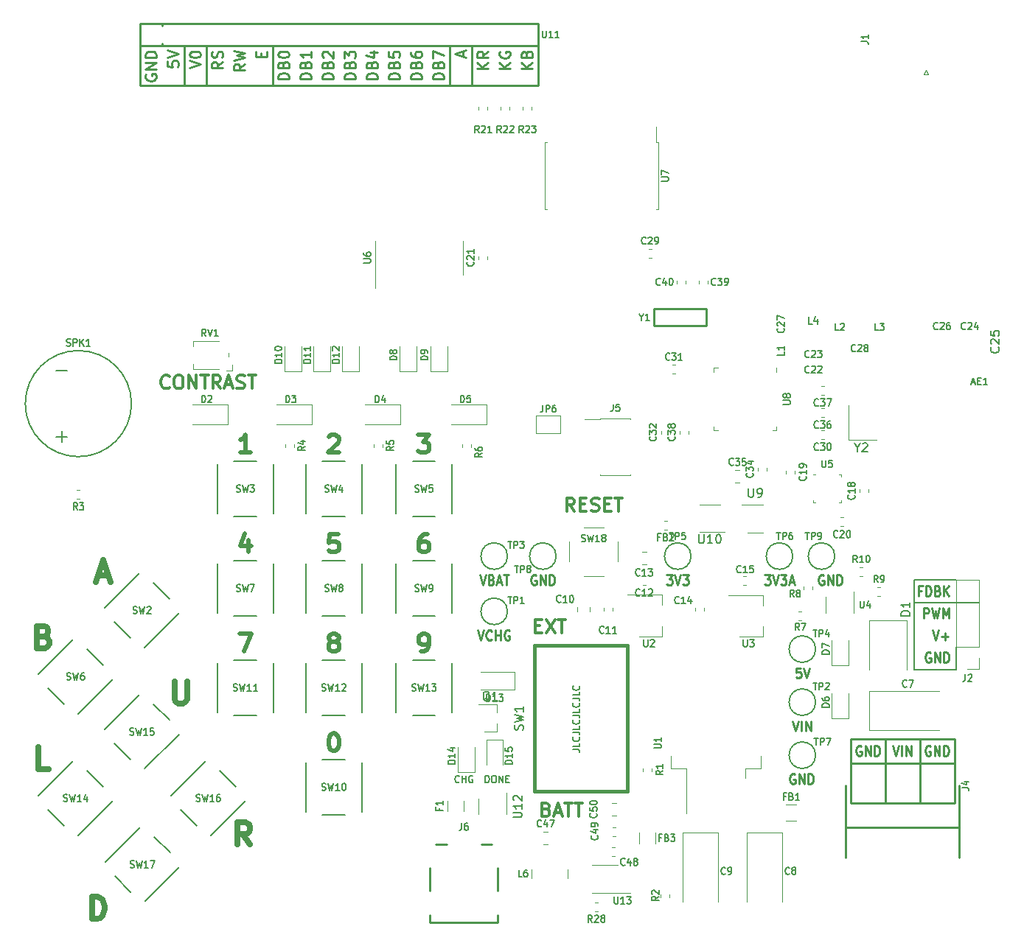
<source format=gto>
G04 #@! TF.GenerationSoftware,KiCad,Pcbnew,(5.1.5)-3*
G04 #@! TF.CreationDate,2020-03-06T01:27:03-08:00*
G04 #@! TF.ProjectId,pandora,70616e64-6f72-4612-9e6b-696361645f70,A*
G04 #@! TF.SameCoordinates,PXf877d2b8PY8db4db0*
G04 #@! TF.FileFunction,Legend,Top*
G04 #@! TF.FilePolarity,Positive*
%FSLAX46Y46*%
G04 Gerber Fmt 4.6, Leading zero omitted, Abs format (unit mm)*
G04 Created by KiCad (PCBNEW (5.1.5)-3) date 2020-03-06 01:27:03*
%MOMM*%
%LPD*%
G04 APERTURE LIST*
%ADD10C,0.304800*%
%ADD11C,0.254000*%
%ADD12C,0.127000*%
%ADD13C,0.152400*%
%ADD14C,0.635000*%
%ADD15C,0.508000*%
%ADD16C,0.203200*%
%ADD17C,0.120000*%
%ADD18C,0.381000*%
%ADD19C,0.150000*%
G04 APERTURE END LIST*
D10*
X19322143Y63082715D02*
X19249572Y63010143D01*
X19031858Y62937572D01*
X18886715Y62937572D01*
X18669000Y63010143D01*
X18523858Y63155286D01*
X18451286Y63300429D01*
X18378715Y63590715D01*
X18378715Y63808429D01*
X18451286Y64098715D01*
X18523858Y64243858D01*
X18669000Y64389000D01*
X18886715Y64461572D01*
X19031858Y64461572D01*
X19249572Y64389000D01*
X19322143Y64316429D01*
X20265572Y64461572D02*
X20555858Y64461572D01*
X20701000Y64389000D01*
X20846143Y64243858D01*
X20918715Y63953572D01*
X20918715Y63445572D01*
X20846143Y63155286D01*
X20701000Y63010143D01*
X20555858Y62937572D01*
X20265572Y62937572D01*
X20120429Y63010143D01*
X19975286Y63155286D01*
X19902715Y63445572D01*
X19902715Y63953572D01*
X19975286Y64243858D01*
X20120429Y64389000D01*
X20265572Y64461572D01*
X21571858Y62937572D02*
X21571858Y64461572D01*
X22442715Y62937572D01*
X22442715Y64461572D01*
X22950715Y64461572D02*
X23821572Y64461572D01*
X23386143Y62937572D02*
X23386143Y64461572D01*
X25200429Y62937572D02*
X24692429Y63663286D01*
X24329572Y62937572D02*
X24329572Y64461572D01*
X24910143Y64461572D01*
X25055286Y64389000D01*
X25127858Y64316429D01*
X25200429Y64171286D01*
X25200429Y63953572D01*
X25127858Y63808429D01*
X25055286Y63735858D01*
X24910143Y63663286D01*
X24329572Y63663286D01*
X25781000Y63373000D02*
X26506715Y63373000D01*
X25635858Y62937572D02*
X26143858Y64461572D01*
X26651858Y62937572D01*
X27087286Y63010143D02*
X27305000Y62937572D01*
X27667858Y62937572D01*
X27813000Y63010143D01*
X27885572Y63082715D01*
X27958143Y63227858D01*
X27958143Y63373000D01*
X27885572Y63518143D01*
X27813000Y63590715D01*
X27667858Y63663286D01*
X27377572Y63735858D01*
X27232429Y63808429D01*
X27159858Y63881000D01*
X27087286Y64026143D01*
X27087286Y64171286D01*
X27159858Y64316429D01*
X27232429Y64389000D01*
X27377572Y64461572D01*
X27740429Y64461572D01*
X27958143Y64389000D01*
X28393572Y64461572D02*
X29264429Y64461572D01*
X28829000Y62937572D02*
X28829000Y64461572D01*
D11*
X54102000Y102362000D02*
X54102000Y97790000D01*
X51562000Y102362000D02*
X51562000Y97790000D01*
X31242000Y102362000D02*
X31242000Y97790000D01*
X23622000Y102362000D02*
X23622000Y97790000D01*
X21082000Y102362000D02*
X21082000Y97790000D01*
X61722000Y102362000D02*
X61722000Y97790000D01*
X16002000Y102362000D02*
X16002000Y97790000D01*
X61722000Y97790000D02*
X16002000Y97790000D01*
D12*
X104838500Y38354000D02*
X112331500Y38354000D01*
D11*
X61026524Y99705281D02*
X59756524Y99705281D01*
X61026524Y100430996D02*
X60300810Y99886710D01*
X59756524Y100430996D02*
X60482239Y99705281D01*
X60361286Y101398615D02*
X60421762Y101580043D01*
X60482239Y101640520D01*
X60603191Y101700996D01*
X60784620Y101700996D01*
X60905572Y101640520D01*
X60966048Y101580043D01*
X61026524Y101459091D01*
X61026524Y100975281D01*
X59756524Y100975281D01*
X59756524Y101398615D01*
X59817000Y101519567D01*
X59877477Y101580043D01*
X59998429Y101640520D01*
X60119381Y101640520D01*
X60240334Y101580043D01*
X60300810Y101519567D01*
X60361286Y101398615D01*
X60361286Y100975281D01*
X58486524Y99705281D02*
X57216524Y99705281D01*
X58486524Y100430996D02*
X57760810Y99886710D01*
X57216524Y100430996D02*
X57942239Y99705281D01*
X57277000Y101640520D02*
X57216524Y101519567D01*
X57216524Y101338139D01*
X57277000Y101156710D01*
X57397953Y101035758D01*
X57518905Y100975281D01*
X57760810Y100914805D01*
X57942239Y100914805D01*
X58184143Y100975281D01*
X58305096Y101035758D01*
X58426048Y101156710D01*
X58486524Y101338139D01*
X58486524Y101459091D01*
X58426048Y101640520D01*
X58365572Y101700996D01*
X57942239Y101700996D01*
X57942239Y101459091D01*
X55946524Y99705281D02*
X54676524Y99705281D01*
X55946524Y100430996D02*
X55220810Y99886710D01*
X54676524Y100430996D02*
X55402239Y99705281D01*
X55946524Y101700996D02*
X55341762Y101277662D01*
X55946524Y100975281D02*
X54676524Y100975281D01*
X54676524Y101459091D01*
X54737000Y101580043D01*
X54797477Y101640520D01*
X54918429Y101700996D01*
X55099858Y101700996D01*
X55220810Y101640520D01*
X55281286Y101580043D01*
X55341762Y101459091D01*
X55341762Y100975281D01*
X53043667Y101096234D02*
X53043667Y101700996D01*
X53406524Y100975281D02*
X52136524Y101398615D01*
X53406524Y101821948D01*
X50866524Y98495758D02*
X49596524Y98495758D01*
X49596524Y98798139D01*
X49657000Y98979567D01*
X49777953Y99100520D01*
X49898905Y99160996D01*
X50140810Y99221472D01*
X50322239Y99221472D01*
X50564143Y99160996D01*
X50685096Y99100520D01*
X50806048Y98979567D01*
X50866524Y98798139D01*
X50866524Y98495758D01*
X50201286Y100189091D02*
X50261762Y100370520D01*
X50322239Y100430996D01*
X50443191Y100491472D01*
X50624620Y100491472D01*
X50745572Y100430996D01*
X50806048Y100370520D01*
X50866524Y100249567D01*
X50866524Y99765758D01*
X49596524Y99765758D01*
X49596524Y100189091D01*
X49657000Y100310043D01*
X49717477Y100370520D01*
X49838429Y100430996D01*
X49959381Y100430996D01*
X50080334Y100370520D01*
X50140810Y100310043D01*
X50201286Y100189091D01*
X50201286Y99765758D01*
X49596524Y100914805D02*
X49596524Y101761472D01*
X50866524Y101217186D01*
X48326524Y98495758D02*
X47056524Y98495758D01*
X47056524Y98798139D01*
X47117000Y98979567D01*
X47237953Y99100520D01*
X47358905Y99160996D01*
X47600810Y99221472D01*
X47782239Y99221472D01*
X48024143Y99160996D01*
X48145096Y99100520D01*
X48266048Y98979567D01*
X48326524Y98798139D01*
X48326524Y98495758D01*
X47661286Y100189091D02*
X47721762Y100370520D01*
X47782239Y100430996D01*
X47903191Y100491472D01*
X48084620Y100491472D01*
X48205572Y100430996D01*
X48266048Y100370520D01*
X48326524Y100249567D01*
X48326524Y99765758D01*
X47056524Y99765758D01*
X47056524Y100189091D01*
X47117000Y100310043D01*
X47177477Y100370520D01*
X47298429Y100430996D01*
X47419381Y100430996D01*
X47540334Y100370520D01*
X47600810Y100310043D01*
X47661286Y100189091D01*
X47661286Y99765758D01*
X47056524Y101580043D02*
X47056524Y101338139D01*
X47117000Y101217186D01*
X47177477Y101156710D01*
X47358905Y101035758D01*
X47600810Y100975281D01*
X48084620Y100975281D01*
X48205572Y101035758D01*
X48266048Y101096234D01*
X48326524Y101217186D01*
X48326524Y101459091D01*
X48266048Y101580043D01*
X48205572Y101640520D01*
X48084620Y101700996D01*
X47782239Y101700996D01*
X47661286Y101640520D01*
X47600810Y101580043D01*
X47540334Y101459091D01*
X47540334Y101217186D01*
X47600810Y101096234D01*
X47661286Y101035758D01*
X47782239Y100975281D01*
X45786524Y98495758D02*
X44516524Y98495758D01*
X44516524Y98798139D01*
X44577000Y98979567D01*
X44697953Y99100520D01*
X44818905Y99160996D01*
X45060810Y99221472D01*
X45242239Y99221472D01*
X45484143Y99160996D01*
X45605096Y99100520D01*
X45726048Y98979567D01*
X45786524Y98798139D01*
X45786524Y98495758D01*
X45121286Y100189091D02*
X45181762Y100370520D01*
X45242239Y100430996D01*
X45363191Y100491472D01*
X45544620Y100491472D01*
X45665572Y100430996D01*
X45726048Y100370520D01*
X45786524Y100249567D01*
X45786524Y99765758D01*
X44516524Y99765758D01*
X44516524Y100189091D01*
X44577000Y100310043D01*
X44637477Y100370520D01*
X44758429Y100430996D01*
X44879381Y100430996D01*
X45000334Y100370520D01*
X45060810Y100310043D01*
X45121286Y100189091D01*
X45121286Y99765758D01*
X44516524Y101640520D02*
X44516524Y101035758D01*
X45121286Y100975281D01*
X45060810Y101035758D01*
X45000334Y101156710D01*
X45000334Y101459091D01*
X45060810Y101580043D01*
X45121286Y101640520D01*
X45242239Y101700996D01*
X45544620Y101700996D01*
X45665572Y101640520D01*
X45726048Y101580043D01*
X45786524Y101459091D01*
X45786524Y101156710D01*
X45726048Y101035758D01*
X45665572Y100975281D01*
X43246524Y98495758D02*
X41976524Y98495758D01*
X41976524Y98798139D01*
X42037000Y98979567D01*
X42157953Y99100520D01*
X42278905Y99160996D01*
X42520810Y99221472D01*
X42702239Y99221472D01*
X42944143Y99160996D01*
X43065096Y99100520D01*
X43186048Y98979567D01*
X43246524Y98798139D01*
X43246524Y98495758D01*
X42581286Y100189091D02*
X42641762Y100370520D01*
X42702239Y100430996D01*
X42823191Y100491472D01*
X43004620Y100491472D01*
X43125572Y100430996D01*
X43186048Y100370520D01*
X43246524Y100249567D01*
X43246524Y99765758D01*
X41976524Y99765758D01*
X41976524Y100189091D01*
X42037000Y100310043D01*
X42097477Y100370520D01*
X42218429Y100430996D01*
X42339381Y100430996D01*
X42460334Y100370520D01*
X42520810Y100310043D01*
X42581286Y100189091D01*
X42581286Y99765758D01*
X42399858Y101580043D02*
X43246524Y101580043D01*
X41916048Y101277662D02*
X42823191Y100975281D01*
X42823191Y101761472D01*
X40706524Y98495758D02*
X39436524Y98495758D01*
X39436524Y98798139D01*
X39497000Y98979567D01*
X39617953Y99100520D01*
X39738905Y99160996D01*
X39980810Y99221472D01*
X40162239Y99221472D01*
X40404143Y99160996D01*
X40525096Y99100520D01*
X40646048Y98979567D01*
X40706524Y98798139D01*
X40706524Y98495758D01*
X40041286Y100189091D02*
X40101762Y100370520D01*
X40162239Y100430996D01*
X40283191Y100491472D01*
X40464620Y100491472D01*
X40585572Y100430996D01*
X40646048Y100370520D01*
X40706524Y100249567D01*
X40706524Y99765758D01*
X39436524Y99765758D01*
X39436524Y100189091D01*
X39497000Y100310043D01*
X39557477Y100370520D01*
X39678429Y100430996D01*
X39799381Y100430996D01*
X39920334Y100370520D01*
X39980810Y100310043D01*
X40041286Y100189091D01*
X40041286Y99765758D01*
X39436524Y100914805D02*
X39436524Y101700996D01*
X39920334Y101277662D01*
X39920334Y101459091D01*
X39980810Y101580043D01*
X40041286Y101640520D01*
X40162239Y101700996D01*
X40464620Y101700996D01*
X40585572Y101640520D01*
X40646048Y101580043D01*
X40706524Y101459091D01*
X40706524Y101096234D01*
X40646048Y100975281D01*
X40585572Y100914805D01*
X38166524Y98495758D02*
X36896524Y98495758D01*
X36896524Y98798139D01*
X36957000Y98979567D01*
X37077953Y99100520D01*
X37198905Y99160996D01*
X37440810Y99221472D01*
X37622239Y99221472D01*
X37864143Y99160996D01*
X37985096Y99100520D01*
X38106048Y98979567D01*
X38166524Y98798139D01*
X38166524Y98495758D01*
X37501286Y100189091D02*
X37561762Y100370520D01*
X37622239Y100430996D01*
X37743191Y100491472D01*
X37924620Y100491472D01*
X38045572Y100430996D01*
X38106048Y100370520D01*
X38166524Y100249567D01*
X38166524Y99765758D01*
X36896524Y99765758D01*
X36896524Y100189091D01*
X36957000Y100310043D01*
X37017477Y100370520D01*
X37138429Y100430996D01*
X37259381Y100430996D01*
X37380334Y100370520D01*
X37440810Y100310043D01*
X37501286Y100189091D01*
X37501286Y99765758D01*
X37017477Y100975281D02*
X36957000Y101035758D01*
X36896524Y101156710D01*
X36896524Y101459091D01*
X36957000Y101580043D01*
X37017477Y101640520D01*
X37138429Y101700996D01*
X37259381Y101700996D01*
X37440810Y101640520D01*
X38166524Y100914805D01*
X38166524Y101700996D01*
X35626524Y98495758D02*
X34356524Y98495758D01*
X34356524Y98798139D01*
X34417000Y98979567D01*
X34537953Y99100520D01*
X34658905Y99160996D01*
X34900810Y99221472D01*
X35082239Y99221472D01*
X35324143Y99160996D01*
X35445096Y99100520D01*
X35566048Y98979567D01*
X35626524Y98798139D01*
X35626524Y98495758D01*
X34961286Y100189091D02*
X35021762Y100370520D01*
X35082239Y100430996D01*
X35203191Y100491472D01*
X35384620Y100491472D01*
X35505572Y100430996D01*
X35566048Y100370520D01*
X35626524Y100249567D01*
X35626524Y99765758D01*
X34356524Y99765758D01*
X34356524Y100189091D01*
X34417000Y100310043D01*
X34477477Y100370520D01*
X34598429Y100430996D01*
X34719381Y100430996D01*
X34840334Y100370520D01*
X34900810Y100310043D01*
X34961286Y100189091D01*
X34961286Y99765758D01*
X35626524Y101700996D02*
X35626524Y100975281D01*
X35626524Y101338139D02*
X34356524Y101338139D01*
X34537953Y101217186D01*
X34658905Y101096234D01*
X34719381Y100975281D01*
X33086524Y98495758D02*
X31816524Y98495758D01*
X31816524Y98798139D01*
X31877000Y98979567D01*
X31997953Y99100520D01*
X32118905Y99160996D01*
X32360810Y99221472D01*
X32542239Y99221472D01*
X32784143Y99160996D01*
X32905096Y99100520D01*
X33026048Y98979567D01*
X33086524Y98798139D01*
X33086524Y98495758D01*
X32421286Y100189091D02*
X32481762Y100370520D01*
X32542239Y100430996D01*
X32663191Y100491472D01*
X32844620Y100491472D01*
X32965572Y100430996D01*
X33026048Y100370520D01*
X33086524Y100249567D01*
X33086524Y99765758D01*
X31816524Y99765758D01*
X31816524Y100189091D01*
X31877000Y100310043D01*
X31937477Y100370520D01*
X32058429Y100430996D01*
X32179381Y100430996D01*
X32300334Y100370520D01*
X32360810Y100310043D01*
X32421286Y100189091D01*
X32421286Y99765758D01*
X31816524Y101277662D02*
X31816524Y101398615D01*
X31877000Y101519567D01*
X31937477Y101580043D01*
X32058429Y101640520D01*
X32300334Y101700996D01*
X32602715Y101700996D01*
X32844620Y101640520D01*
X32965572Y101580043D01*
X33026048Y101519567D01*
X33086524Y101398615D01*
X33086524Y101277662D01*
X33026048Y101156710D01*
X32965572Y101096234D01*
X32844620Y101035758D01*
X32602715Y100975281D01*
X32300334Y100975281D01*
X32058429Y101035758D01*
X31937477Y101096234D01*
X31877000Y101156710D01*
X31816524Y101277662D01*
X29881286Y101096234D02*
X29881286Y101519567D01*
X30546524Y101700996D02*
X30546524Y101096234D01*
X29276524Y101096234D01*
X29276524Y101700996D01*
X28006524Y100249567D02*
X27401762Y99826234D01*
X28006524Y99523853D02*
X26736524Y99523853D01*
X26736524Y100007662D01*
X26797000Y100128615D01*
X26857477Y100189091D01*
X26978429Y100249567D01*
X27159858Y100249567D01*
X27280810Y100189091D01*
X27341286Y100128615D01*
X27401762Y100007662D01*
X27401762Y99523853D01*
X26736524Y100672900D02*
X28006524Y100975281D01*
X27099381Y101217186D01*
X28006524Y101459091D01*
X26736524Y101761472D01*
X25466524Y100491472D02*
X24861762Y100068139D01*
X25466524Y99765758D02*
X24196524Y99765758D01*
X24196524Y100249567D01*
X24257000Y100370520D01*
X24317477Y100430996D01*
X24438429Y100491472D01*
X24619858Y100491472D01*
X24740810Y100430996D01*
X24801286Y100370520D01*
X24861762Y100249567D01*
X24861762Y99765758D01*
X25406048Y100975281D02*
X25466524Y101156710D01*
X25466524Y101459091D01*
X25406048Y101580043D01*
X25345572Y101640520D01*
X25224620Y101700996D01*
X25103667Y101700996D01*
X24982715Y101640520D01*
X24922239Y101580043D01*
X24861762Y101459091D01*
X24801286Y101217186D01*
X24740810Y101096234D01*
X24680334Y101035758D01*
X24559381Y100975281D01*
X24438429Y100975281D01*
X24317477Y101035758D01*
X24257000Y101096234D01*
X24196524Y101217186D01*
X24196524Y101519567D01*
X24257000Y101700996D01*
X21656524Y99765758D02*
X22926524Y100189091D01*
X21656524Y100612424D01*
X21656524Y101277662D02*
X21656524Y101398615D01*
X21717000Y101519567D01*
X21777477Y101580043D01*
X21898429Y101640520D01*
X22140334Y101700996D01*
X22442715Y101700996D01*
X22684620Y101640520D01*
X22805572Y101580043D01*
X22866048Y101519567D01*
X22926524Y101398615D01*
X22926524Y101277662D01*
X22866048Y101156710D01*
X22805572Y101096234D01*
X22684620Y101035758D01*
X22442715Y100975281D01*
X22140334Y100975281D01*
X21898429Y101035758D01*
X21777477Y101096234D01*
X21717000Y101156710D01*
X21656524Y101277662D01*
X19116524Y100551948D02*
X19116524Y99947186D01*
X19721286Y99886710D01*
X19660810Y99947186D01*
X19600334Y100068139D01*
X19600334Y100370520D01*
X19660810Y100491472D01*
X19721286Y100551948D01*
X19842239Y100612424D01*
X20144620Y100612424D01*
X20265572Y100551948D01*
X20326048Y100491472D01*
X20386524Y100370520D01*
X20386524Y100068139D01*
X20326048Y99947186D01*
X20265572Y99886710D01*
X19116524Y100975281D02*
X20386524Y101398615D01*
X19116524Y101821948D01*
X18542000Y102616000D02*
X18542000Y102362000D01*
X18542000Y104902000D02*
X18542000Y104648000D01*
X61722000Y102362000D02*
X16002000Y102362000D01*
X16002000Y104902000D02*
X61722000Y104902000D01*
X61722000Y104902000D02*
X61722000Y102362000D01*
X16002000Y104902000D02*
X16002000Y102362000D01*
X16637000Y99040043D02*
X16576524Y98919091D01*
X16576524Y98737662D01*
X16637000Y98556234D01*
X16757953Y98435281D01*
X16878905Y98374805D01*
X17120810Y98314329D01*
X17302239Y98314329D01*
X17544143Y98374805D01*
X17665096Y98435281D01*
X17786048Y98556234D01*
X17846524Y98737662D01*
X17846524Y98858615D01*
X17786048Y99040043D01*
X17725572Y99100520D01*
X17302239Y99100520D01*
X17302239Y98858615D01*
X17846524Y99644805D02*
X16576524Y99644805D01*
X17846524Y100370520D01*
X16576524Y100370520D01*
X17846524Y100975281D02*
X16576524Y100975281D01*
X16576524Y101277662D01*
X16637000Y101459091D01*
X16757953Y101580043D01*
X16878905Y101640520D01*
X17120810Y101700996D01*
X17302239Y101700996D01*
X17544143Y101640520D01*
X17665096Y101580043D01*
X17786048Y101459091D01*
X17846524Y101277662D01*
X17846524Y100975281D01*
X76466096Y41519929D02*
X77095048Y41519929D01*
X76756381Y41084500D01*
X76901524Y41084500D01*
X76998286Y41030072D01*
X77046667Y40975643D01*
X77095048Y40866786D01*
X77095048Y40594643D01*
X77046667Y40485786D01*
X76998286Y40431358D01*
X76901524Y40376929D01*
X76611239Y40376929D01*
X76514477Y40431358D01*
X76466096Y40485786D01*
X77385334Y41519929D02*
X77724000Y40376929D01*
X78062667Y41519929D01*
X78304572Y41519929D02*
X78933524Y41519929D01*
X78594858Y41084500D01*
X78740000Y41084500D01*
X78836762Y41030072D01*
X78885143Y40975643D01*
X78933524Y40866786D01*
X78933524Y40594643D01*
X78885143Y40485786D01*
X78836762Y40431358D01*
X78740000Y40376929D01*
X78449715Y40376929D01*
X78352953Y40431358D01*
X78304572Y40485786D01*
X61455905Y41465500D02*
X61359143Y41519929D01*
X61214000Y41519929D01*
X61068858Y41465500D01*
X60972096Y41356643D01*
X60923715Y41247786D01*
X60875334Y41030072D01*
X60875334Y40866786D01*
X60923715Y40649072D01*
X60972096Y40540215D01*
X61068858Y40431358D01*
X61214000Y40376929D01*
X61310762Y40376929D01*
X61455905Y40431358D01*
X61504286Y40485786D01*
X61504286Y40866786D01*
X61310762Y40866786D01*
X61939715Y40376929D02*
X61939715Y41519929D01*
X62520286Y40376929D01*
X62520286Y41519929D01*
X63004096Y40376929D02*
X63004096Y41519929D01*
X63246000Y41519929D01*
X63391143Y41465500D01*
X63487905Y41356643D01*
X63536286Y41247786D01*
X63584667Y41030072D01*
X63584667Y40866786D01*
X63536286Y40649072D01*
X63487905Y40540215D01*
X63391143Y40431358D01*
X63246000Y40376929D01*
X63004096Y40376929D01*
X94475905Y41465500D02*
X94379143Y41519929D01*
X94234000Y41519929D01*
X94088858Y41465500D01*
X93992096Y41356643D01*
X93943715Y41247786D01*
X93895334Y41030072D01*
X93895334Y40866786D01*
X93943715Y40649072D01*
X93992096Y40540215D01*
X94088858Y40431358D01*
X94234000Y40376929D01*
X94330762Y40376929D01*
X94475905Y40431358D01*
X94524286Y40485786D01*
X94524286Y40866786D01*
X94330762Y40866786D01*
X94959715Y40376929D02*
X94959715Y41519929D01*
X95540286Y40376929D01*
X95540286Y41519929D01*
X96024096Y40376929D02*
X96024096Y41519929D01*
X96266000Y41519929D01*
X96411143Y41465500D01*
X96507905Y41356643D01*
X96556286Y41247786D01*
X96604667Y41030072D01*
X96604667Y40866786D01*
X96556286Y40649072D01*
X96507905Y40540215D01*
X96411143Y40431358D01*
X96266000Y40376929D01*
X96024096Y40376929D01*
X87714667Y41519929D02*
X88343620Y41519929D01*
X88004953Y41084500D01*
X88150096Y41084500D01*
X88246858Y41030072D01*
X88295239Y40975643D01*
X88343620Y40866786D01*
X88343620Y40594643D01*
X88295239Y40485786D01*
X88246858Y40431358D01*
X88150096Y40376929D01*
X87859810Y40376929D01*
X87763048Y40431358D01*
X87714667Y40485786D01*
X88633905Y41519929D02*
X88972572Y40376929D01*
X89311239Y41519929D01*
X89553143Y41519929D02*
X90182096Y41519929D01*
X89843429Y41084500D01*
X89988572Y41084500D01*
X90085334Y41030072D01*
X90133715Y40975643D01*
X90182096Y40866786D01*
X90182096Y40594643D01*
X90133715Y40485786D01*
X90085334Y40431358D01*
X89988572Y40376929D01*
X89698286Y40376929D01*
X89601524Y40431358D01*
X89553143Y40485786D01*
X90569143Y40703500D02*
X91052953Y40703500D01*
X90472381Y40376929D02*
X90811048Y41519929D01*
X91149715Y40376929D01*
X54755143Y35169929D02*
X55093810Y34026929D01*
X55432477Y35169929D01*
X56351715Y34135786D02*
X56303334Y34081358D01*
X56158191Y34026929D01*
X56061429Y34026929D01*
X55916286Y34081358D01*
X55819524Y34190215D01*
X55771143Y34299072D01*
X55722762Y34516786D01*
X55722762Y34680072D01*
X55771143Y34897786D01*
X55819524Y35006643D01*
X55916286Y35115500D01*
X56061429Y35169929D01*
X56158191Y35169929D01*
X56303334Y35115500D01*
X56351715Y35061072D01*
X56787143Y34026929D02*
X56787143Y35169929D01*
X56787143Y34625643D02*
X57367715Y34625643D01*
X57367715Y34026929D02*
X57367715Y35169929D01*
X58383715Y35115500D02*
X58286953Y35169929D01*
X58141810Y35169929D01*
X57996667Y35115500D01*
X57899905Y35006643D01*
X57851524Y34897786D01*
X57803143Y34680072D01*
X57803143Y34516786D01*
X57851524Y34299072D01*
X57899905Y34190215D01*
X57996667Y34081358D01*
X58141810Y34026929D01*
X58238572Y34026929D01*
X58383715Y34081358D01*
X58432096Y34135786D01*
X58432096Y34516786D01*
X58238572Y34516786D01*
X54972858Y41519929D02*
X55311524Y40376929D01*
X55650191Y41519929D01*
X56327524Y40975643D02*
X56472667Y40921215D01*
X56521048Y40866786D01*
X56569429Y40757929D01*
X56569429Y40594643D01*
X56521048Y40485786D01*
X56472667Y40431358D01*
X56375905Y40376929D01*
X55988858Y40376929D01*
X55988858Y41519929D01*
X56327524Y41519929D01*
X56424286Y41465500D01*
X56472667Y41411072D01*
X56521048Y41302215D01*
X56521048Y41193358D01*
X56472667Y41084500D01*
X56424286Y41030072D01*
X56327524Y40975643D01*
X55988858Y40975643D01*
X56956477Y40703500D02*
X57440286Y40703500D01*
X56859715Y40376929D02*
X57198381Y41519929D01*
X57537048Y40376929D01*
X57730572Y41519929D02*
X58311143Y41519929D01*
X58020858Y40376929D02*
X58020858Y41519929D01*
D10*
X65858572Y48840572D02*
X65350572Y49566286D01*
X64987715Y48840572D02*
X64987715Y50364572D01*
X65568286Y50364572D01*
X65713429Y50292000D01*
X65786000Y50219429D01*
X65858572Y50074286D01*
X65858572Y49856572D01*
X65786000Y49711429D01*
X65713429Y49638858D01*
X65568286Y49566286D01*
X64987715Y49566286D01*
X66511715Y49638858D02*
X67019715Y49638858D01*
X67237429Y48840572D02*
X66511715Y48840572D01*
X66511715Y50364572D01*
X67237429Y50364572D01*
X67818000Y48913143D02*
X68035715Y48840572D01*
X68398572Y48840572D01*
X68543715Y48913143D01*
X68616286Y48985715D01*
X68688858Y49130858D01*
X68688858Y49276000D01*
X68616286Y49421143D01*
X68543715Y49493715D01*
X68398572Y49566286D01*
X68108286Y49638858D01*
X67963143Y49711429D01*
X67890572Y49784000D01*
X67818000Y49929143D01*
X67818000Y50074286D01*
X67890572Y50219429D01*
X67963143Y50292000D01*
X68108286Y50364572D01*
X68471143Y50364572D01*
X68688858Y50292000D01*
X69342000Y49638858D02*
X69850000Y49638858D01*
X70067715Y48840572D02*
X69342000Y48840572D01*
X69342000Y50364572D01*
X70067715Y50364572D01*
X70503143Y50364572D02*
X71374000Y50364572D01*
X70938572Y48840572D02*
X70938572Y50364572D01*
D11*
X91173905Y18605500D02*
X91077143Y18659929D01*
X90932000Y18659929D01*
X90786858Y18605500D01*
X90690096Y18496643D01*
X90641715Y18387786D01*
X90593334Y18170072D01*
X90593334Y18006786D01*
X90641715Y17789072D01*
X90690096Y17680215D01*
X90786858Y17571358D01*
X90932000Y17516929D01*
X91028762Y17516929D01*
X91173905Y17571358D01*
X91222286Y17625786D01*
X91222286Y18006786D01*
X91028762Y18006786D01*
X91657715Y17516929D02*
X91657715Y18659929D01*
X92238286Y17516929D01*
X92238286Y18659929D01*
X92722096Y17516929D02*
X92722096Y18659929D01*
X92964000Y18659929D01*
X93109143Y18605500D01*
X93205905Y18496643D01*
X93254286Y18387786D01*
X93302667Y18170072D01*
X93302667Y18006786D01*
X93254286Y17789072D01*
X93205905Y17680215D01*
X93109143Y17571358D01*
X92964000Y17516929D01*
X92722096Y17516929D01*
X90918240Y24738928D02*
X91256906Y23595928D01*
X91595573Y24738928D01*
X91934240Y23595928D02*
X91934240Y24738928D01*
X92418049Y23595928D02*
X92418049Y24738928D01*
X92998621Y23595928D01*
X92998621Y24738928D01*
X91837478Y30834928D02*
X91353668Y30834928D01*
X91305287Y30290642D01*
X91353668Y30345071D01*
X91450430Y30399499D01*
X91692335Y30399499D01*
X91789097Y30345071D01*
X91837478Y30290642D01*
X91885859Y30181785D01*
X91885859Y29909642D01*
X91837478Y29800785D01*
X91789097Y29746357D01*
X91692335Y29691928D01*
X91450430Y29691928D01*
X91353668Y29746357D01*
X91305287Y29800785D01*
X92176144Y30834928D02*
X92514811Y29691928D01*
X92853478Y30834928D01*
D10*
X61359143Y35668858D02*
X61867143Y35668858D01*
X62084858Y34870572D02*
X61359143Y34870572D01*
X61359143Y36394572D01*
X62084858Y36394572D01*
X62592858Y36394572D02*
X63608858Y34870572D01*
X63608858Y36394572D02*
X62592858Y34870572D01*
X63971715Y36394572D02*
X64842572Y36394572D01*
X64407143Y34870572D02*
X64407143Y36394572D01*
X62639573Y14586858D02*
X62857287Y14514286D01*
X62929859Y14441715D01*
X63002430Y14296572D01*
X63002430Y14078858D01*
X62929859Y13933715D01*
X62857287Y13861143D01*
X62712144Y13788572D01*
X62131573Y13788572D01*
X62131573Y15312572D01*
X62639573Y15312572D01*
X62784716Y15240000D01*
X62857287Y15167429D01*
X62929859Y15022286D01*
X62929859Y14877143D01*
X62857287Y14732000D01*
X62784716Y14659429D01*
X62639573Y14586858D01*
X62131573Y14586858D01*
X63583001Y14224000D02*
X64308716Y14224000D01*
X63437859Y13788572D02*
X63945859Y15312572D01*
X64453859Y13788572D01*
X64744144Y15312572D02*
X65615001Y15312572D01*
X65179573Y13788572D02*
X65179573Y15312572D01*
X65905287Y15312572D02*
X66776144Y15312572D01*
X66340716Y13788572D02*
X66340716Y15312572D01*
D13*
X52624716Y17726714D02*
X52588430Y17688009D01*
X52479573Y17649304D01*
X52407001Y17649304D01*
X52298144Y17688009D01*
X52225573Y17765419D01*
X52189287Y17842828D01*
X52153001Y17997647D01*
X52153001Y18113761D01*
X52189287Y18268580D01*
X52225573Y18345990D01*
X52298144Y18423399D01*
X52407001Y18462104D01*
X52479573Y18462104D01*
X52588430Y18423399D01*
X52624716Y18384695D01*
X52951287Y17649304D02*
X52951287Y18462104D01*
X52951287Y18075057D02*
X53386716Y18075057D01*
X53386716Y17649304D02*
X53386716Y18462104D01*
X54148716Y18423399D02*
X54076144Y18462104D01*
X53967287Y18462104D01*
X53858430Y18423399D01*
X53785859Y18345990D01*
X53749573Y18268580D01*
X53713287Y18113761D01*
X53713287Y17997647D01*
X53749573Y17842828D01*
X53785859Y17765419D01*
X53858430Y17688009D01*
X53967287Y17649304D01*
X54039859Y17649304D01*
X54148716Y17688009D01*
X54185001Y17726714D01*
X54185001Y17997647D01*
X54039859Y17997647D01*
X55636430Y17649304D02*
X55636430Y18462104D01*
X55817859Y18462104D01*
X55926716Y18423399D01*
X55999287Y18345990D01*
X56035573Y18268580D01*
X56071859Y18113761D01*
X56071859Y17997647D01*
X56035573Y17842828D01*
X55999287Y17765419D01*
X55926716Y17688009D01*
X55817859Y17649304D01*
X55636430Y17649304D01*
X56543573Y18462104D02*
X56688716Y18462104D01*
X56761287Y18423399D01*
X56833859Y18345990D01*
X56870144Y18191171D01*
X56870144Y17920238D01*
X56833859Y17765419D01*
X56761287Y17688009D01*
X56688716Y17649304D01*
X56543573Y17649304D01*
X56471001Y17688009D01*
X56398430Y17765419D01*
X56362144Y17920238D01*
X56362144Y18191171D01*
X56398430Y18345990D01*
X56471001Y18423399D01*
X56543573Y18462104D01*
X57196716Y17649304D02*
X57196716Y18462104D01*
X57632144Y17649304D01*
X57632144Y18462104D01*
X57995001Y18075057D02*
X58249001Y18075057D01*
X58357859Y17649304D02*
X57995001Y17649304D01*
X57995001Y18462104D01*
X58357859Y18462104D01*
D11*
X109528000Y22664998D02*
X109528000Y19362998D01*
X97590000Y22664998D02*
X97590000Y19304000D01*
X101590500Y22664998D02*
X101590500Y19362998D01*
X97590000Y22664998D02*
X109528000Y22664998D01*
X105527500Y22664998D02*
X105527500Y19362998D01*
X102446239Y21898429D02*
X102784905Y20755429D01*
X103123572Y21898429D01*
X103462239Y20755429D02*
X103462239Y21898429D01*
X103946048Y20755429D02*
X103946048Y21898429D01*
X104526620Y20755429D01*
X104526620Y21898429D01*
X98793905Y21844000D02*
X98697143Y21898429D01*
X98552000Y21898429D01*
X98406858Y21844000D01*
X98310096Y21735143D01*
X98261715Y21626286D01*
X98213334Y21408572D01*
X98213334Y21245286D01*
X98261715Y21027572D01*
X98310096Y20918715D01*
X98406858Y20809858D01*
X98552000Y20755429D01*
X98648762Y20755429D01*
X98793905Y20809858D01*
X98842286Y20864286D01*
X98842286Y21245286D01*
X98648762Y21245286D01*
X99277715Y20755429D02*
X99277715Y21898429D01*
X99858286Y20755429D01*
X99858286Y21898429D01*
X100342096Y20755429D02*
X100342096Y21898429D01*
X100584000Y21898429D01*
X100729143Y21844000D01*
X100825905Y21735143D01*
X100874286Y21626286D01*
X100922667Y21408572D01*
X100922667Y21245286D01*
X100874286Y21027572D01*
X100825905Y20918715D01*
X100729143Y20809858D01*
X100584000Y20755429D01*
X100342096Y20755429D01*
X106731405Y21844000D02*
X106634643Y21898429D01*
X106489500Y21898429D01*
X106344358Y21844000D01*
X106247596Y21735143D01*
X106199215Y21626286D01*
X106150834Y21408572D01*
X106150834Y21245286D01*
X106199215Y21027572D01*
X106247596Y20918715D01*
X106344358Y20809858D01*
X106489500Y20755429D01*
X106586262Y20755429D01*
X106731405Y20809858D01*
X106779786Y20864286D01*
X106779786Y21245286D01*
X106586262Y21245286D01*
X107215215Y20755429D02*
X107215215Y21898429D01*
X107795786Y20755429D01*
X107795786Y21898429D01*
X108279596Y20755429D02*
X108279596Y21898429D01*
X108521500Y21898429D01*
X108666643Y21844000D01*
X108763405Y21735143D01*
X108811786Y21626286D01*
X108860167Y21408572D01*
X108860167Y21245286D01*
X108811786Y21027572D01*
X108763405Y20918715D01*
X108666643Y20809858D01*
X108521500Y20755429D01*
X108279596Y20755429D01*
X101590500Y19362998D02*
X101590500Y15298998D01*
X105527500Y19362998D02*
X105527500Y15298998D01*
X97590000Y19870998D02*
X109528000Y19870998D01*
X97590000Y15298998D02*
X97590000Y19362998D01*
X109528000Y15298998D02*
X97590000Y15298998D01*
X109528000Y19362998D02*
X109528000Y15298998D01*
D12*
X109675002Y30670500D02*
X109675002Y33227998D01*
X104849002Y40954000D02*
X109675002Y40954000D01*
X104849002Y30670500D02*
X109675002Y30670500D01*
X104849002Y40954000D02*
X104849002Y30670500D01*
D11*
X106739617Y32575500D02*
X106642855Y32629929D01*
X106497712Y32629929D01*
X106352569Y32575500D01*
X106255807Y32466643D01*
X106207426Y32357786D01*
X106159045Y32140072D01*
X106159045Y31976786D01*
X106207426Y31759072D01*
X106255807Y31650215D01*
X106352569Y31541358D01*
X106497712Y31486929D01*
X106594474Y31486929D01*
X106739617Y31541358D01*
X106787998Y31595786D01*
X106787998Y31976786D01*
X106594474Y31976786D01*
X107223426Y31486929D02*
X107223426Y32629929D01*
X107803998Y31486929D01*
X107803998Y32629929D01*
X108287807Y31486929D02*
X108287807Y32629929D01*
X108529712Y32629929D01*
X108674855Y32575500D01*
X108771617Y32466643D01*
X108819998Y32357786D01*
X108868379Y32140072D01*
X108868379Y31976786D01*
X108819998Y31759072D01*
X108771617Y31650215D01*
X108674855Y31541358D01*
X108529712Y31486929D01*
X108287807Y31486929D01*
X107022900Y35169929D02*
X107361567Y34026929D01*
X107700234Y35169929D01*
X108038900Y34462358D02*
X108812996Y34462358D01*
X108425948Y34026929D02*
X108425948Y34897786D01*
X105965522Y36566929D02*
X105965522Y37709929D01*
X106352569Y37709929D01*
X106449331Y37655500D01*
X106497712Y37601072D01*
X106546093Y37492215D01*
X106546093Y37328929D01*
X106497712Y37220072D01*
X106449331Y37165643D01*
X106352569Y37111215D01*
X105965522Y37111215D01*
X106884760Y37709929D02*
X107126664Y36566929D01*
X107320188Y37383358D01*
X107513712Y36566929D01*
X107755617Y37709929D01*
X108142664Y36566929D02*
X108142664Y37709929D01*
X108481331Y36893500D01*
X108819998Y37709929D01*
X108819998Y36566929D01*
X105716615Y39705643D02*
X105377948Y39705643D01*
X105377948Y39106929D02*
X105377948Y40249929D01*
X105861758Y40249929D01*
X106248805Y39106929D02*
X106248805Y40249929D01*
X106490710Y40249929D01*
X106635853Y40195500D01*
X106732615Y40086643D01*
X106780996Y39977786D01*
X106829377Y39760072D01*
X106829377Y39596786D01*
X106780996Y39379072D01*
X106732615Y39270215D01*
X106635853Y39161358D01*
X106490710Y39106929D01*
X106248805Y39106929D01*
X107603472Y39705643D02*
X107748615Y39651215D01*
X107796996Y39596786D01*
X107845377Y39487929D01*
X107845377Y39324643D01*
X107796996Y39215786D01*
X107748615Y39161358D01*
X107651853Y39106929D01*
X107264805Y39106929D01*
X107264805Y40249929D01*
X107603472Y40249929D01*
X107700234Y40195500D01*
X107748615Y40141072D01*
X107796996Y40032215D01*
X107796996Y39923358D01*
X107748615Y39814500D01*
X107700234Y39760072D01*
X107603472Y39705643D01*
X107264805Y39705643D01*
X108280805Y39106929D02*
X108280805Y40249929D01*
X108861377Y39106929D02*
X108425948Y39760072D01*
X108861377Y40249929D02*
X108280805Y39596786D01*
D13*
X65661897Y21476285D02*
X66242468Y21476285D01*
X66358582Y21439999D01*
X66435992Y21367428D01*
X66474697Y21258571D01*
X66474697Y21185999D01*
X66474697Y22201999D02*
X66474697Y21839142D01*
X65661897Y21839142D01*
X66397287Y22891428D02*
X66435992Y22855142D01*
X66474697Y22746285D01*
X66474697Y22673714D01*
X66435992Y22564857D01*
X66358582Y22492285D01*
X66281173Y22455999D01*
X66126354Y22419714D01*
X66010240Y22419714D01*
X65855421Y22455999D01*
X65778011Y22492285D01*
X65700601Y22564857D01*
X65661897Y22673714D01*
X65661897Y22746285D01*
X65700601Y22855142D01*
X65739306Y22891428D01*
X65661897Y23435714D02*
X66242468Y23435714D01*
X66358582Y23399428D01*
X66435992Y23326857D01*
X66474697Y23217999D01*
X66474697Y23145428D01*
X66474697Y24161428D02*
X66474697Y23798571D01*
X65661897Y23798571D01*
X66397287Y24850857D02*
X66435992Y24814571D01*
X66474697Y24705714D01*
X66474697Y24633142D01*
X66435992Y24524285D01*
X66358582Y24451714D01*
X66281173Y24415428D01*
X66126354Y24379142D01*
X66010240Y24379142D01*
X65855421Y24415428D01*
X65778011Y24451714D01*
X65700601Y24524285D01*
X65661897Y24633142D01*
X65661897Y24705714D01*
X65700601Y24814571D01*
X65739306Y24850857D01*
X65661897Y25395142D02*
X66242468Y25395142D01*
X66358582Y25358857D01*
X66435992Y25286285D01*
X66474697Y25177428D01*
X66474697Y25104857D01*
X66474697Y26120857D02*
X66474697Y25757999D01*
X65661897Y25757999D01*
X66397287Y26810285D02*
X66435992Y26773999D01*
X66474697Y26665142D01*
X66474697Y26592571D01*
X66435992Y26483714D01*
X66358582Y26411142D01*
X66281173Y26374857D01*
X66126354Y26338571D01*
X66010240Y26338571D01*
X65855421Y26374857D01*
X65778011Y26411142D01*
X65700601Y26483714D01*
X65661897Y26592571D01*
X65661897Y26665142D01*
X65700601Y26773999D01*
X65739306Y26810285D01*
X65661897Y27354571D02*
X66242468Y27354571D01*
X66358582Y27318285D01*
X66435992Y27245714D01*
X66474697Y27136857D01*
X66474697Y27064285D01*
X66474697Y28080285D02*
X66474697Y27717428D01*
X65661897Y27717428D01*
X66397287Y28769714D02*
X66435992Y28733428D01*
X66474697Y28624571D01*
X66474697Y28551999D01*
X66435992Y28443142D01*
X66358582Y28370571D01*
X66281173Y28334285D01*
X66126354Y28297999D01*
X66010240Y28297999D01*
X65855421Y28334285D01*
X65778011Y28370571D01*
X65700601Y28443142D01*
X65661897Y28551999D01*
X65661897Y28624571D01*
X65700601Y28733428D01*
X65739306Y28769714D01*
D14*
X10450763Y2002952D02*
X10450763Y4542952D01*
X11055525Y4542952D01*
X11418382Y4421999D01*
X11660287Y4180095D01*
X11781240Y3938190D01*
X11902192Y3454380D01*
X11902192Y3091523D01*
X11781240Y2607714D01*
X11660287Y2365809D01*
X11418382Y2123904D01*
X11055525Y2002952D01*
X10450763Y2002952D01*
X5485191Y19170953D02*
X4275667Y19170953D01*
X4275667Y21710953D01*
X28599191Y10534953D02*
X27752524Y11744477D01*
X27147762Y10534953D02*
X27147762Y13074953D01*
X28115381Y13074953D01*
X28357286Y12954000D01*
X28478239Y12833048D01*
X28599191Y12591143D01*
X28599191Y12228286D01*
X28478239Y11986381D01*
X28357286Y11865429D01*
X28115381Y11744477D01*
X27147762Y11744477D01*
X19915287Y29307952D02*
X19915287Y27251761D01*
X20036240Y27009857D01*
X20157192Y26888904D01*
X20399097Y26767952D01*
X20882906Y26767952D01*
X21124811Y26888904D01*
X21245763Y27009857D01*
X21366716Y27251761D01*
X21366716Y29307952D01*
X4947430Y34448428D02*
X5310287Y34327476D01*
X5431240Y34206523D01*
X5552192Y33964619D01*
X5552192Y33601761D01*
X5431240Y33359857D01*
X5310287Y33238904D01*
X5068382Y33117952D01*
X4100763Y33117952D01*
X4100763Y35657952D01*
X4947430Y35657952D01*
X5189335Y35536999D01*
X5310287Y35416047D01*
X5431240Y35174142D01*
X5431240Y34932238D01*
X5310287Y34690333D01*
X5189335Y34569380D01*
X4947430Y34448428D01*
X4100763Y34448428D01*
X11146240Y41463666D02*
X12355763Y41463666D01*
X10904335Y40737952D02*
X11751001Y43277952D01*
X12597668Y40737952D01*
D15*
X38130239Y23314761D02*
X38323762Y23314761D01*
X38517286Y23217999D01*
X38614048Y23121238D01*
X38710810Y22927714D01*
X38807572Y22540666D01*
X38807572Y22056857D01*
X38710810Y21669809D01*
X38614048Y21476285D01*
X38517286Y21379523D01*
X38323762Y21282761D01*
X38130239Y21282761D01*
X37936715Y21379523D01*
X37839953Y21476285D01*
X37743191Y21669809D01*
X37646429Y22056857D01*
X37646429Y22540666D01*
X37743191Y22927714D01*
X37839953Y23121238D01*
X37936715Y23217999D01*
X38130239Y23314761D01*
X48193954Y32712761D02*
X48581001Y32712761D01*
X48774525Y32809523D01*
X48871287Y32906285D01*
X49064811Y33196571D01*
X49161573Y33583619D01*
X49161573Y34357714D01*
X49064811Y34551238D01*
X48968049Y34647999D01*
X48774525Y34744761D01*
X48387478Y34744761D01*
X48193954Y34647999D01*
X48097192Y34551238D01*
X48000430Y34357714D01*
X48000430Y33873904D01*
X48097192Y33680380D01*
X48193954Y33583619D01*
X48387478Y33486857D01*
X48774525Y33486857D01*
X48968049Y33583619D01*
X49064811Y33680380D01*
X49161573Y33873904D01*
X38033477Y33873904D02*
X37839953Y33970666D01*
X37743191Y34067428D01*
X37646429Y34260952D01*
X37646429Y34357714D01*
X37743191Y34551238D01*
X37839953Y34647999D01*
X38033477Y34744761D01*
X38420524Y34744761D01*
X38614048Y34647999D01*
X38710810Y34551238D01*
X38807572Y34357714D01*
X38807572Y34260952D01*
X38710810Y34067428D01*
X38614048Y33970666D01*
X38420524Y33873904D01*
X38033477Y33873904D01*
X37839953Y33777142D01*
X37743191Y33680380D01*
X37646429Y33486857D01*
X37646429Y33099809D01*
X37743191Y32906285D01*
X37839953Y32809523D01*
X38033477Y32712761D01*
X38420524Y32712761D01*
X38614048Y32809523D01*
X38710810Y32906285D01*
X38807572Y33099809D01*
X38807572Y33486857D01*
X38710810Y33680380D01*
X38614048Y33777142D01*
X38420524Y33873904D01*
X27389667Y34744761D02*
X28744334Y34744761D01*
X27873477Y32712761D01*
X48968049Y46174761D02*
X48581001Y46174761D01*
X48387478Y46077999D01*
X48290716Y45981238D01*
X48097192Y45690952D01*
X48000430Y45303904D01*
X48000430Y44529809D01*
X48097192Y44336285D01*
X48193954Y44239523D01*
X48387478Y44142761D01*
X48774525Y44142761D01*
X48968049Y44239523D01*
X49064811Y44336285D01*
X49161573Y44529809D01*
X49161573Y45013619D01*
X49064811Y45207142D01*
X48968049Y45303904D01*
X48774525Y45400666D01*
X48387478Y45400666D01*
X48193954Y45303904D01*
X48097192Y45207142D01*
X48000430Y45013619D01*
X38710810Y46174761D02*
X37743191Y46174761D01*
X37646429Y45207142D01*
X37743191Y45303904D01*
X37936715Y45400666D01*
X38420524Y45400666D01*
X38614048Y45303904D01*
X38710810Y45207142D01*
X38807572Y45013619D01*
X38807572Y44529809D01*
X38710810Y44336285D01*
X38614048Y44239523D01*
X38420524Y44142761D01*
X37936715Y44142761D01*
X37743191Y44239523D01*
X37646429Y44336285D01*
X28454048Y45497428D02*
X28454048Y44142761D01*
X27970239Y46271523D02*
X27486429Y44820095D01*
X28744334Y44820095D01*
X47903668Y57604761D02*
X49161573Y57604761D01*
X48484240Y56830666D01*
X48774525Y56830666D01*
X48968049Y56733904D01*
X49064811Y56637142D01*
X49161573Y56443619D01*
X49161573Y55959809D01*
X49064811Y55766285D01*
X48968049Y55669523D01*
X48774525Y55572761D01*
X48193954Y55572761D01*
X48000430Y55669523D01*
X47903668Y55766285D01*
X37646429Y57411238D02*
X37743191Y57507999D01*
X37936715Y57604761D01*
X38420524Y57604761D01*
X38614048Y57507999D01*
X38710810Y57411238D01*
X38807572Y57217714D01*
X38807572Y57024190D01*
X38710810Y56733904D01*
X37549667Y55572761D01*
X38807572Y55572761D01*
X28647572Y55572761D02*
X27486429Y55572761D01*
X28067000Y55572761D02*
X28067000Y57604761D01*
X27873477Y57314476D01*
X27679953Y57120952D01*
X27486429Y57024190D01*
D16*
X39527000Y25351999D02*
X36927000Y25351999D01*
X39527000Y31751999D02*
X36927000Y31751999D01*
X41427000Y25751999D02*
X41427000Y31351999D01*
X35027000Y25751999D02*
X35027000Y31351999D01*
D17*
X112335002Y40954000D02*
X109675002Y40954000D01*
X112335002Y33274000D02*
X112335002Y40954000D01*
X109675002Y33274000D02*
X109675002Y40954000D01*
X112335002Y33274000D02*
X109675002Y33274000D01*
X112335002Y32004000D02*
X112335002Y30674000D01*
X112335002Y30674000D02*
X111005002Y30674000D01*
X69349002Y8167998D02*
X67849002Y8167998D01*
X69349002Y8167998D02*
X70849002Y8167998D01*
X69349002Y4947998D02*
X67849002Y4947998D01*
X69349002Y4947998D02*
X72274002Y4947998D01*
D16*
X24867000Y48611999D02*
X24867000Y54211999D01*
X31267000Y48611999D02*
X31267000Y54211999D01*
X29367000Y54611999D02*
X26767000Y54611999D01*
X29367000Y48211999D02*
X26767000Y48211999D01*
D17*
X51287000Y14383936D02*
X51287000Y15588064D01*
X53107000Y14383936D02*
X53107000Y15588064D01*
X104004000Y36316000D02*
X104004000Y30616000D01*
X99704000Y36316000D02*
X99704000Y30616000D01*
X104004000Y36316000D02*
X99704000Y36316000D01*
X89081000Y58587000D02*
X89081000Y58112000D01*
X89081000Y58112000D02*
X88606000Y58112000D01*
X81861000Y64857000D02*
X81861000Y65332000D01*
X81861000Y65332000D02*
X82336000Y65332000D01*
X81861000Y58587000D02*
X81861000Y58112000D01*
X81861000Y58112000D02*
X82336000Y58112000D01*
X89081000Y64857000D02*
X89081000Y65332000D01*
X58088002Y14002999D02*
X58088002Y16452999D01*
X54868002Y15802999D02*
X54868002Y14002999D01*
X85714000Y46396000D02*
X87514000Y46396000D01*
X87514000Y49616000D02*
X85064000Y49616000D01*
X97959001Y37182999D02*
X97959001Y39632999D01*
X94739001Y38982999D02*
X94739001Y37182999D01*
X87505000Y39212999D02*
X87505000Y38012999D01*
X83505000Y39212999D02*
X87505000Y39212999D01*
X87505000Y34412999D02*
X84805000Y34412999D01*
X87505000Y35612999D02*
X87505000Y34412999D01*
X75958000Y39252000D02*
X75958000Y38052000D01*
X71958000Y39252000D02*
X75958000Y39252000D01*
X75958000Y34452000D02*
X73258000Y34452000D01*
X75958000Y35652000D02*
X75958000Y34452000D01*
X56961001Y23482999D02*
X55501001Y23482999D01*
X56961001Y26642999D02*
X54801001Y26642999D01*
X56961001Y26642999D02*
X56961001Y25712999D01*
X56961001Y23482999D02*
X56961001Y24412999D01*
X68787001Y59472999D02*
X72317001Y59472999D01*
X68787001Y53002999D02*
X72317001Y53002999D01*
X67052001Y59407999D02*
X68787001Y59407999D01*
X68787001Y59472999D02*
X68787001Y59407999D01*
X72317001Y59472999D02*
X72317001Y59407999D01*
X68787001Y53067999D02*
X68787001Y53002999D01*
X72317001Y53067999D02*
X72317001Y53002999D01*
D18*
X71965001Y33444999D02*
X71965001Y16680999D01*
X61297001Y33444999D02*
X61297001Y16680999D01*
X71965001Y33444999D02*
X61297001Y33444999D01*
X71965001Y16680999D02*
X61297001Y16680999D01*
D11*
X81026000Y70129400D02*
X81026000Y72110600D01*
X81026000Y70129400D02*
X75031600Y70129400D01*
X81026000Y72110600D02*
X75031600Y72110600D01*
X75031600Y70129400D02*
X75031600Y72110600D01*
D17*
X100556001Y57055000D02*
X97356001Y57055000D01*
X97356001Y57055000D02*
X97356001Y61055000D01*
X75236000Y91236000D02*
X75236000Y93051000D01*
X75471000Y91236000D02*
X75236000Y91236000D01*
X75471000Y87376000D02*
X75471000Y91236000D01*
X75471000Y83516000D02*
X75236000Y83516000D01*
X75471000Y87376000D02*
X75471000Y83516000D01*
X62451000Y91236000D02*
X62686000Y91236000D01*
X62451000Y87376000D02*
X62451000Y91236000D01*
X62451000Y83516000D02*
X62686000Y83516000D01*
X62451000Y87376000D02*
X62451000Y83516000D01*
X82607000Y49556000D02*
X80207000Y49556000D01*
X80207000Y46456000D02*
X83157000Y46456000D01*
X60899002Y6697998D02*
X60899002Y7687998D01*
X65099002Y6697998D02*
X65099002Y7687998D01*
X42946000Y77978000D02*
X42946000Y74528000D01*
X42946000Y77978000D02*
X42946000Y79928000D01*
X53066000Y77978000D02*
X53066000Y76028000D01*
X53066000Y77978000D02*
X53066000Y79928000D01*
X93503001Y53045999D02*
X93253001Y53045999D01*
X96473001Y49825999D02*
X96473001Y50075999D01*
X96223001Y49825999D02*
X96473001Y49825999D01*
X93253001Y49825999D02*
X93253001Y50075999D01*
X93503001Y49825999D02*
X93253001Y49825999D01*
X96473001Y53045999D02*
X96473001Y52795999D01*
X96223001Y53045999D02*
X96473001Y53045999D01*
X85499001Y19251999D02*
X85499001Y18151999D01*
X87309001Y19251999D02*
X85499001Y19251999D01*
X87309001Y20751999D02*
X87309001Y19251999D01*
X78719001Y19251999D02*
X78719001Y14126999D01*
X76909001Y19251999D02*
X78719001Y19251999D01*
X76909001Y20751999D02*
X76909001Y19251999D01*
D16*
X95758000Y43688000D02*
G75*
G03X95758000Y43688000I-1524000J0D01*
G01*
X63754000Y43688000D02*
G75*
G03X63754000Y43688000I-1524000J0D01*
G01*
X93555001Y20810999D02*
G75*
G03X93555001Y20810999I-1524000J0D01*
G01*
X90932000Y43688000D02*
G75*
G03X90932000Y43688000I-1524000J0D01*
G01*
X79248000Y43688000D02*
G75*
G03X79248000Y43688000I-1524000J0D01*
G01*
X93555001Y33002999D02*
G75*
G03X93555001Y33002999I-1524000J0D01*
G01*
X58166000Y43688000D02*
G75*
G03X58166000Y43688000I-1524000J0D01*
G01*
X93555001Y26906999D02*
G75*
G03X93555001Y26906999I-1524000J0D01*
G01*
X58166000Y37338000D02*
G75*
G03X58166000Y37338000I-1524000J0D01*
G01*
D17*
X66929000Y46990000D02*
X69215000Y46990000D01*
X65278000Y43053000D02*
X65278000Y45339000D01*
X66929000Y41402000D02*
X69215000Y41402000D01*
X70866000Y43053000D02*
X70866000Y45339000D01*
D16*
X14912497Y5073019D02*
X13074019Y6911497D01*
X19437981Y9598503D02*
X17599503Y11436981D01*
X16538843Y4012359D02*
X20498641Y7972157D01*
X12013359Y8537843D02*
X15973157Y12497641D01*
X22472498Y12670018D02*
X20634020Y14508496D01*
X26997982Y17195502D02*
X25159504Y19033980D01*
X24098844Y11609358D02*
X28058642Y15569156D01*
X19573360Y16134842D02*
X23533158Y20094640D01*
X14852498Y20313019D02*
X13014020Y22151497D01*
X19377982Y24838503D02*
X17539504Y26676981D01*
X16478844Y19252359D02*
X20438642Y23212157D01*
X11953360Y23777843D02*
X15913158Y27737641D01*
X7232498Y12670018D02*
X5394020Y14508496D01*
X11757982Y17195502D02*
X9919504Y19033980D01*
X8858844Y11609358D02*
X12818642Y15569156D01*
X4333360Y16134842D02*
X8293158Y20094640D01*
X49881001Y25351999D02*
X47281001Y25351999D01*
X49881001Y31751999D02*
X47281001Y31751999D01*
X51781001Y25751999D02*
X51781001Y31351999D01*
X45381001Y25751999D02*
X45381001Y31351999D01*
X29367000Y25351999D02*
X26767000Y25351999D01*
X29367000Y31751999D02*
X26767000Y31751999D01*
X31267000Y25751999D02*
X31267000Y31351999D01*
X24867000Y25751999D02*
X24867000Y31351999D01*
X39527000Y13921999D02*
X36927000Y13921999D01*
X39527000Y20321999D02*
X36927000Y20321999D01*
X41427000Y14321999D02*
X41427000Y19921999D01*
X35027000Y14321999D02*
X35027000Y19921999D01*
X49881001Y36781999D02*
X47281001Y36781999D01*
X49881001Y43181999D02*
X47281001Y43181999D01*
X51781001Y37181999D02*
X51781001Y42781999D01*
X45381001Y37181999D02*
X45381001Y42781999D01*
X39527000Y36781999D02*
X36927000Y36781999D01*
X39527000Y43181999D02*
X36927000Y43181999D01*
X41427000Y37181999D02*
X41427000Y42781999D01*
X35027000Y37181999D02*
X35027000Y42781999D01*
X29367000Y36781999D02*
X26767000Y36781999D01*
X29367000Y43181999D02*
X26767000Y43181999D01*
X31267000Y37181999D02*
X31267000Y42781999D01*
X24867000Y37181999D02*
X24867000Y42781999D01*
X7232498Y26640018D02*
X5394020Y28478496D01*
X11757982Y31165502D02*
X9919504Y33003980D01*
X8858844Y25579358D02*
X12818642Y29539156D01*
X4333360Y30104842D02*
X8293158Y34064640D01*
X45381001Y48611999D02*
X45381001Y54211999D01*
X51781001Y48611999D02*
X51781001Y54211999D01*
X49881001Y54611999D02*
X47281001Y54611999D01*
X49881001Y48211999D02*
X47281001Y48211999D01*
X35027000Y48611999D02*
X35027000Y54211999D01*
X41427000Y48611999D02*
X41427000Y54211999D01*
X39527000Y54611999D02*
X36927000Y54611999D01*
X39527000Y48211999D02*
X36927000Y48211999D01*
X11953360Y37724842D02*
X15913158Y41684640D01*
X16478844Y33199358D02*
X20438642Y37159156D01*
X19377982Y38785502D02*
X17539504Y40623980D01*
X14852498Y34260018D02*
X13014020Y36098496D01*
X14986000Y61214000D02*
G75*
G03X14986000Y61214000I-6096000J0D01*
G01*
X7620000Y57404000D02*
X6350000Y57404000D01*
X6985000Y56769000D02*
X6985000Y58039000D01*
X7620000Y65024000D02*
X6350000Y65024000D01*
D17*
X26603000Y65002000D02*
X26603000Y65702000D01*
X25903000Y65002000D02*
X26603000Y65002000D01*
X22103000Y68402000D02*
X22103000Y67802000D01*
X25003000Y68402000D02*
X22103000Y68402000D01*
X22103000Y65202000D02*
X22103000Y65802000D01*
X25003000Y65202000D02*
X22103000Y65202000D01*
X26103000Y66602000D02*
X26103000Y67002000D01*
X68564268Y2895999D02*
X68221734Y2895999D01*
X68564268Y3915999D02*
X68221734Y3915999D01*
X60962000Y94951733D02*
X60962000Y95294267D01*
X59942000Y94951733D02*
X59942000Y95294267D01*
X58422000Y94951733D02*
X58422000Y95294267D01*
X57402000Y94951733D02*
X57402000Y95294267D01*
X55882000Y94951733D02*
X55882000Y95294267D01*
X54862000Y94951733D02*
X54862000Y95294267D01*
X98634733Y42420000D02*
X98977267Y42420000D01*
X98634733Y41400000D02*
X98977267Y41400000D01*
X100666733Y40134000D02*
X101009267Y40134000D01*
X100666733Y39114000D02*
X101009267Y39114000D01*
X92200000Y39877732D02*
X92200000Y40220266D01*
X93220000Y39877732D02*
X93220000Y40220266D01*
X91605734Y37340000D02*
X91948268Y37340000D01*
X91605734Y36320000D02*
X91948268Y36320000D01*
X52957000Y56559267D02*
X52957000Y56216733D01*
X53977000Y56559267D02*
X53977000Y56216733D01*
X42797000Y56559267D02*
X42797000Y56216733D01*
X43817000Y56559267D02*
X43817000Y56216733D01*
X33657000Y56559267D02*
X33657000Y56216733D01*
X32637000Y56559267D02*
X32637000Y56216733D01*
X9061267Y51310000D02*
X8718733Y51310000D01*
X9061267Y50290000D02*
X8718733Y50290000D01*
X76777001Y4847266D02*
X76777001Y4504732D01*
X75757001Y4847266D02*
X75757001Y4504732D01*
X74745001Y19325266D02*
X74745001Y18982732D01*
X73725001Y19325266D02*
X73725001Y18982732D01*
X61465000Y59801000D02*
X64265000Y59801000D01*
X64265000Y59801000D02*
X64265000Y57801000D01*
X64265000Y57801000D02*
X61465000Y57801000D01*
X61465000Y57801000D02*
X61465000Y59801000D01*
D11*
X57061100Y7896860D02*
X57061100Y5196840D01*
X49263300Y7896860D02*
X49263300Y5196840D01*
X57061100Y2397760D02*
X57061100Y1597660D01*
X49263300Y2397760D02*
X49263300Y1597660D01*
X49263300Y1597660D02*
X57061100Y1597660D01*
X55161180Y10599420D02*
X56362600Y10599420D01*
X49961800Y10599420D02*
X51160680Y10599420D01*
X110036000Y9075998D02*
X110036000Y17330998D01*
X97031200Y9075998D02*
X97031200Y17330998D01*
X110036000Y12504998D02*
X97031200Y12504998D01*
D17*
X106255001Y99582999D02*
X106505001Y99082999D01*
X106505001Y99082999D02*
X106005001Y99082999D01*
X106005001Y99082999D02*
X106255001Y99582999D01*
X75145001Y11882063D02*
X75145001Y10677935D01*
X73325001Y11882063D02*
X73325001Y10677935D01*
X76498267Y46734000D02*
X76155733Y46734000D01*
X76498267Y47754000D02*
X76155733Y47754000D01*
X90158937Y15116999D02*
X91363065Y15116999D01*
X90158937Y13296999D02*
X91363065Y13296999D01*
X57669001Y19744999D02*
X57669001Y22604999D01*
X57669001Y22604999D02*
X55749001Y22604999D01*
X55749001Y22604999D02*
X55749001Y19744999D01*
X54383001Y18884999D02*
X54383001Y21744999D01*
X52463001Y18884999D02*
X54383001Y18884999D01*
X52463001Y21744999D02*
X52463001Y18884999D01*
X58959001Y28380999D02*
X55059001Y28380999D01*
X58959001Y30380999D02*
X55059001Y30380999D01*
X58959001Y28380999D02*
X58959001Y30380999D01*
X41092000Y64942000D02*
X41092000Y67802000D01*
X39172000Y64942000D02*
X41092000Y64942000D01*
X39172000Y67802000D02*
X39172000Y64942000D01*
X37813001Y64942000D02*
X37813001Y67802000D01*
X35893001Y64942000D02*
X37813001Y64942000D01*
X35893001Y67802000D02*
X35893001Y64942000D01*
X34488000Y64942000D02*
X34488000Y67802000D01*
X32568000Y64942000D02*
X34488000Y64942000D01*
X32568000Y67802000D02*
X32568000Y64942000D01*
X49332000Y67802000D02*
X49332000Y64942000D01*
X49332000Y64942000D02*
X51252000Y64942000D01*
X51252000Y64942000D02*
X51252000Y67802000D01*
X45776000Y67802000D02*
X45776000Y64942000D01*
X45776000Y64942000D02*
X47696000Y64942000D01*
X47696000Y64942000D02*
X47696000Y67802000D01*
X95433000Y34002999D02*
X95433000Y31142999D01*
X95433000Y31142999D02*
X97353000Y31142999D01*
X97353000Y31142999D02*
X97353000Y34002999D01*
X95433000Y27906999D02*
X95433000Y25046999D01*
X95433000Y25046999D02*
X97353000Y25046999D01*
X97353000Y25046999D02*
X97353000Y27906999D01*
X55800000Y61079000D02*
X51740000Y61079000D01*
X55800000Y58809000D02*
X55800000Y61079000D01*
X51740000Y58809000D02*
X55800000Y58809000D01*
X45894000Y61079000D02*
X41834000Y61079000D01*
X45894000Y58809000D02*
X45894000Y61079000D01*
X41834000Y58809000D02*
X45894000Y58809000D01*
X35734000Y61079000D02*
X31674000Y61079000D01*
X35734000Y58809000D02*
X35734000Y61079000D01*
X31674000Y58809000D02*
X35734000Y58809000D01*
X26082000Y61079000D02*
X22022000Y61079000D01*
X26082000Y58809000D02*
X26082000Y61079000D01*
X22022000Y58809000D02*
X26082000Y58809000D01*
X70686253Y13871999D02*
X70163749Y13871999D01*
X70686253Y15291999D02*
X70163749Y15291999D01*
X70596268Y11531999D02*
X70253734Y11531999D01*
X70596268Y12551999D02*
X70253734Y12551999D01*
X70536269Y9222998D02*
X70193735Y9222998D01*
X70536269Y10242998D02*
X70193735Y10242998D01*
X62289749Y11989999D02*
X62812253Y11989999D01*
X62289749Y10569999D02*
X62812253Y10569999D01*
X78615000Y75012733D02*
X78615000Y75355267D01*
X77595000Y75012733D02*
X77595000Y75355267D01*
X80135000Y75355267D02*
X80135000Y75012733D01*
X81155000Y75355267D02*
X81155000Y75012733D01*
X78996000Y57740733D02*
X78996000Y58083267D01*
X77976000Y57740733D02*
X77976000Y58083267D01*
X94532267Y63248000D02*
X94189733Y63248000D01*
X94532267Y62228000D02*
X94189733Y62228000D01*
X94532267Y60708000D02*
X94189733Y60708000D01*
X94532267Y59688000D02*
X94189733Y59688000D01*
X84320748Y52122000D02*
X84843252Y52122000D01*
X84320748Y53542000D02*
X84843252Y53542000D01*
X87969001Y53526732D02*
X87969001Y53869266D01*
X86949001Y53526732D02*
X86949001Y53869266D01*
X76837000Y57740733D02*
X76837000Y58083267D01*
X75817000Y57740733D02*
X75817000Y58083267D01*
X77111734Y64641000D02*
X77454268Y64641000D01*
X77111734Y65661000D02*
X77454268Y65661000D01*
X94532267Y58168000D02*
X94189733Y58168000D01*
X94532267Y57148000D02*
X94189733Y57148000D01*
X74377733Y78996000D02*
X74720267Y78996000D01*
X74377733Y77976000D02*
X74720267Y77976000D01*
X55882000Y77806733D02*
X55882000Y78149267D01*
X54862000Y77806733D02*
X54862000Y78149267D01*
X96758268Y47115000D02*
X96415734Y47115000D01*
X96758268Y48135000D02*
X96415734Y48135000D01*
X91188000Y53511267D02*
X91188000Y53168733D01*
X90168000Y53511267D02*
X90168000Y53168733D01*
X98617001Y51009733D02*
X98617001Y51352267D01*
X99637001Y51009733D02*
X99637001Y51352267D01*
X85582268Y40384000D02*
X85239734Y40384000D01*
X85582268Y41404000D02*
X85239734Y41404000D01*
X79754000Y37420733D02*
X79754000Y37763267D01*
X80774000Y37420733D02*
X80774000Y37763267D01*
X74125253Y44144000D02*
X73602749Y44144000D01*
X74125253Y42724000D02*
X73602749Y42724000D01*
X74035268Y41404000D02*
X73692734Y41404000D01*
X74035268Y40384000D02*
X73692734Y40384000D01*
X70233000Y37419732D02*
X70233000Y37762266D01*
X69213000Y37419732D02*
X69213000Y37762266D01*
X66219000Y37330748D02*
X66219000Y37853252D01*
X67639000Y37330748D02*
X67639000Y37853252D01*
X82341001Y3919999D02*
X82341001Y11954999D01*
X82341001Y11954999D02*
X78321001Y11954999D01*
X78321001Y11954999D02*
X78321001Y3919999D01*
X85687001Y11954999D02*
X85687001Y3919999D01*
X89707001Y11954999D02*
X85687001Y11954999D01*
X89707001Y3919999D02*
X89707001Y11954999D01*
X107790000Y28168000D02*
X99730000Y28168000D01*
X99730000Y28168000D02*
X99730000Y23648000D01*
X99730000Y23648000D02*
X107790000Y23648000D01*
D19*
X36848143Y28223009D02*
X36957000Y28184304D01*
X37138429Y28184304D01*
X37211000Y28223009D01*
X37247286Y28261714D01*
X37283572Y28339123D01*
X37283572Y28416533D01*
X37247286Y28493942D01*
X37211000Y28532647D01*
X37138429Y28571352D01*
X36993286Y28610057D01*
X36920715Y28648761D01*
X36884429Y28687466D01*
X36848143Y28764876D01*
X36848143Y28842285D01*
X36884429Y28919695D01*
X36920715Y28958399D01*
X36993286Y28997104D01*
X37174715Y28997104D01*
X37283572Y28958399D01*
X37537572Y28997104D02*
X37719000Y28184304D01*
X37864143Y28764876D01*
X38009286Y28184304D01*
X38190715Y28997104D01*
X38880143Y28184304D02*
X38444715Y28184304D01*
X38662429Y28184304D02*
X38662429Y28997104D01*
X38589858Y28880990D01*
X38517286Y28803580D01*
X38444715Y28764876D01*
X39170429Y28919695D02*
X39206715Y28958399D01*
X39279286Y28997104D01*
X39460715Y28997104D01*
X39533286Y28958399D01*
X39569572Y28919695D01*
X39605858Y28842285D01*
X39605858Y28764876D01*
X39569572Y28648761D01*
X39134143Y28184304D01*
X39605858Y28184304D01*
X110751002Y30119105D02*
X110751002Y29538534D01*
X110714717Y29422420D01*
X110642145Y29345010D01*
X110533288Y29306305D01*
X110460717Y29306305D01*
X111077574Y30041696D02*
X111113860Y30080400D01*
X111186431Y30119105D01*
X111367860Y30119105D01*
X111440431Y30080400D01*
X111476717Y30041696D01*
X111513002Y29964286D01*
X111513002Y29886877D01*
X111476717Y29770762D01*
X111041288Y29306305D01*
X111513002Y29306305D01*
D13*
X70430572Y4553103D02*
X70430572Y3895122D01*
X70466858Y3817713D01*
X70503143Y3779008D01*
X70575715Y3740303D01*
X70720858Y3740303D01*
X70793429Y3779008D01*
X70829715Y3817713D01*
X70866000Y3895122D01*
X70866000Y4553103D01*
X71628000Y3740303D02*
X71192572Y3740303D01*
X71410286Y3740303D02*
X71410286Y4553103D01*
X71337715Y4436989D01*
X71265143Y4359579D01*
X71192572Y4320875D01*
X71882000Y4553103D02*
X72353715Y4553103D01*
X72099715Y4243465D01*
X72208572Y4243465D01*
X72281143Y4204760D01*
X72317429Y4166056D01*
X72353715Y4088646D01*
X72353715Y3895122D01*
X72317429Y3817713D01*
X72281143Y3779008D01*
X72208572Y3740303D01*
X71990858Y3740303D01*
X71918286Y3779008D01*
X71882000Y3817713D01*
D19*
X114557143Y67683143D02*
X114604762Y67635524D01*
X114652381Y67492667D01*
X114652381Y67397429D01*
X114604762Y67254572D01*
X114509524Y67159334D01*
X114414286Y67111715D01*
X114223810Y67064096D01*
X114080953Y67064096D01*
X113890477Y67111715D01*
X113795239Y67159334D01*
X113700000Y67254572D01*
X113652381Y67397429D01*
X113652381Y67492667D01*
X113700000Y67635524D01*
X113747620Y67683143D01*
X113747620Y68064096D02*
X113700000Y68111715D01*
X113652381Y68206953D01*
X113652381Y68445048D01*
X113700000Y68540286D01*
X113747620Y68587905D01*
X113842858Y68635524D01*
X113938096Y68635524D01*
X114080953Y68587905D01*
X114652381Y68016477D01*
X114652381Y68635524D01*
X113652381Y69540286D02*
X113652381Y69064096D01*
X114128572Y69016477D01*
X114080953Y69064096D01*
X114033334Y69159334D01*
X114033334Y69397429D01*
X114080953Y69492667D01*
X114128572Y69540286D01*
X114223810Y69587905D01*
X114461905Y69587905D01*
X114557143Y69540286D01*
X114604762Y69492667D01*
X114652381Y69397429D01*
X114652381Y69159334D01*
X114604762Y69064096D01*
X114557143Y69016477D01*
X27051000Y51083009D02*
X27159858Y51044304D01*
X27341286Y51044304D01*
X27413858Y51083009D01*
X27450143Y51121714D01*
X27486429Y51199123D01*
X27486429Y51276533D01*
X27450143Y51353942D01*
X27413858Y51392647D01*
X27341286Y51431352D01*
X27196143Y51470057D01*
X27123572Y51508761D01*
X27087286Y51547466D01*
X27051000Y51624876D01*
X27051000Y51702285D01*
X27087286Y51779695D01*
X27123572Y51818399D01*
X27196143Y51857104D01*
X27377572Y51857104D01*
X27486429Y51818399D01*
X27740429Y51857104D02*
X27921858Y51044304D01*
X28067000Y51624876D01*
X28212143Y51044304D01*
X28393572Y51857104D01*
X28611286Y51857104D02*
X29083000Y51857104D01*
X28829000Y51547466D01*
X28937858Y51547466D01*
X29010429Y51508761D01*
X29046715Y51470057D01*
X29083000Y51392647D01*
X29083000Y51199123D01*
X29046715Y51121714D01*
X29010429Y51083009D01*
X28937858Y51044304D01*
X28720143Y51044304D01*
X28647572Y51083009D01*
X28611286Y51121714D01*
X50318943Y14732000D02*
X50318943Y14478000D01*
X50744696Y14478000D02*
X49931896Y14478000D01*
X49931896Y14840858D01*
X50744696Y15530286D02*
X50744696Y15094858D01*
X50744696Y15312572D02*
X49931896Y15312572D01*
X50048010Y15240000D01*
X50125420Y15167429D01*
X50164124Y15094858D01*
X104382380Y36853905D02*
X103382380Y36853905D01*
X103382380Y37092000D01*
X103429999Y37234858D01*
X103525238Y37330096D01*
X103620476Y37377715D01*
X103810952Y37425334D01*
X103953809Y37425334D01*
X104144285Y37377715D01*
X104239523Y37330096D01*
X104334761Y37234858D01*
X104382380Y37092000D01*
X104382380Y36853905D01*
X104382380Y38377715D02*
X104382380Y37806286D01*
X104382380Y38092000D02*
X103382380Y38092000D01*
X103525238Y37996762D01*
X103620476Y37901524D01*
X103668095Y37806286D01*
X89845896Y61141429D02*
X90503877Y61141429D01*
X90581286Y61177715D01*
X90619991Y61214000D01*
X90658696Y61286572D01*
X90658696Y61431715D01*
X90619991Y61504286D01*
X90581286Y61540572D01*
X90503877Y61576858D01*
X89845896Y61576858D01*
X90194239Y62048572D02*
X90155534Y61976000D01*
X90116829Y61939715D01*
X90039420Y61903429D01*
X90000715Y61903429D01*
X89923305Y61939715D01*
X89884600Y61976000D01*
X89845896Y62048572D01*
X89845896Y62193715D01*
X89884600Y62266286D01*
X89923305Y62302572D01*
X90000715Y62338858D01*
X90039420Y62338858D01*
X90116829Y62302572D01*
X90155534Y62266286D01*
X90194239Y62193715D01*
X90194239Y62048572D01*
X90232943Y61976000D01*
X90271648Y61939715D01*
X90349058Y61903429D01*
X90503877Y61903429D01*
X90581286Y61939715D01*
X90619991Y61976000D01*
X90658696Y62048572D01*
X90658696Y62193715D01*
X90619991Y62266286D01*
X90581286Y62302572D01*
X90503877Y62338858D01*
X90349058Y62338858D01*
X90271648Y62302572D01*
X90232943Y62266286D01*
X90194239Y62193715D01*
X58830383Y13664904D02*
X59639907Y13664904D01*
X59735145Y13712523D01*
X59782764Y13760142D01*
X59830383Y13855380D01*
X59830383Y14045857D01*
X59782764Y14141095D01*
X59735145Y14188714D01*
X59639907Y14236333D01*
X58830383Y14236333D01*
X59830383Y15236333D02*
X59830383Y14664904D01*
X59830383Y14950619D02*
X58830383Y14950619D01*
X58973241Y14855380D01*
X59068479Y14760142D01*
X59116098Y14664904D01*
X58925622Y15617285D02*
X58878002Y15664904D01*
X58830383Y15760142D01*
X58830383Y15998238D01*
X58878002Y16093476D01*
X58925622Y16141095D01*
X59020860Y16188714D01*
X59116098Y16188714D01*
X59258955Y16141095D01*
X59830383Y15569666D01*
X59830383Y16188714D01*
X85852096Y51453620D02*
X85852096Y50644096D01*
X85899715Y50548858D01*
X85947334Y50501239D01*
X86042572Y50453620D01*
X86233048Y50453620D01*
X86328286Y50501239D01*
X86375905Y50548858D01*
X86423524Y50644096D01*
X86423524Y51453620D01*
X86947334Y50453620D02*
X87137810Y50453620D01*
X87233048Y50501239D01*
X87280667Y50548858D01*
X87375905Y50691715D01*
X87423524Y50882191D01*
X87423524Y51263143D01*
X87375905Y51358381D01*
X87328286Y51406000D01*
X87233048Y51453620D01*
X87042572Y51453620D01*
X86947334Y51406000D01*
X86899715Y51358381D01*
X86852096Y51263143D01*
X86852096Y51025048D01*
X86899715Y50929810D01*
X86947334Y50882191D01*
X87042572Y50834572D01*
X87233048Y50834572D01*
X87328286Y50882191D01*
X87375905Y50929810D01*
X87423524Y51025048D01*
D13*
X98668430Y38528104D02*
X98668430Y37870123D01*
X98704716Y37792714D01*
X98741001Y37754009D01*
X98813573Y37715304D01*
X98958716Y37715304D01*
X99031287Y37754009D01*
X99067573Y37792714D01*
X99103859Y37870123D01*
X99103859Y38528104D01*
X99793287Y38257171D02*
X99793287Y37715304D01*
X99611859Y38566809D02*
X99430430Y37986238D01*
X99902144Y37986238D01*
X85271429Y34100105D02*
X85271429Y33442124D01*
X85307715Y33364715D01*
X85344000Y33326010D01*
X85416572Y33287305D01*
X85561715Y33287305D01*
X85634286Y33326010D01*
X85670572Y33364715D01*
X85706858Y33442124D01*
X85706858Y34100105D01*
X85997143Y34100105D02*
X86468858Y34100105D01*
X86214858Y33790467D01*
X86323715Y33790467D01*
X86396286Y33751762D01*
X86432572Y33713058D01*
X86468858Y33635648D01*
X86468858Y33442124D01*
X86432572Y33364715D01*
X86396286Y33326010D01*
X86323715Y33287305D01*
X86106000Y33287305D01*
X86033429Y33326010D01*
X85997143Y33364715D01*
X73841429Y34100105D02*
X73841429Y33442124D01*
X73877715Y33364715D01*
X73914000Y33326010D01*
X73986572Y33287305D01*
X74131715Y33287305D01*
X74204286Y33326010D01*
X74240572Y33364715D01*
X74276858Y33442124D01*
X74276858Y34100105D01*
X74603429Y34022696D02*
X74639715Y34061400D01*
X74712286Y34100105D01*
X74893715Y34100105D01*
X74966286Y34061400D01*
X75002572Y34022696D01*
X75038858Y33945286D01*
X75038858Y33867877D01*
X75002572Y33751762D01*
X74567143Y33287305D01*
X75038858Y33287305D01*
D19*
X56105763Y27015380D02*
X56010525Y27062999D01*
X55915287Y27158238D01*
X55772430Y27301095D01*
X55677192Y27348714D01*
X55581954Y27348714D01*
X55629573Y27110619D02*
X55534335Y27158238D01*
X55439097Y27253476D01*
X55391478Y27443952D01*
X55391478Y27777285D01*
X55439097Y27967761D01*
X55534335Y28062999D01*
X55629573Y28110619D01*
X55820049Y28110619D01*
X55915287Y28062999D01*
X56010525Y27967761D01*
X56058144Y27777285D01*
X56058144Y27443952D01*
X56010525Y27253476D01*
X55915287Y27158238D01*
X55820049Y27110619D01*
X55629573Y27110619D01*
X57010525Y27110619D02*
X56439097Y27110619D01*
X56724811Y27110619D02*
X56724811Y28110619D01*
X56629573Y27967761D01*
X56534335Y27872523D01*
X56439097Y27824904D01*
D13*
X70298001Y61151105D02*
X70298001Y60570534D01*
X70261716Y60454420D01*
X70189144Y60377010D01*
X70080287Y60338305D01*
X70007716Y60338305D01*
X71023716Y61151105D02*
X70660859Y61151105D01*
X70624573Y60764058D01*
X70660859Y60802762D01*
X70733430Y60841467D01*
X70914859Y60841467D01*
X70987430Y60802762D01*
X71023716Y60764058D01*
X71060001Y60686648D01*
X71060001Y60493124D01*
X71023716Y60415715D01*
X70987430Y60377010D01*
X70914859Y60338305D01*
X70733430Y60338305D01*
X70660859Y60377010D01*
X70624573Y60415715D01*
D19*
X59923763Y23729666D02*
X59971382Y23872523D01*
X59971382Y24110619D01*
X59923763Y24205857D01*
X59876144Y24253476D01*
X59780906Y24301095D01*
X59685668Y24301095D01*
X59590430Y24253476D01*
X59542811Y24205857D01*
X59495192Y24110619D01*
X59447573Y23920142D01*
X59399954Y23824904D01*
X59352335Y23777285D01*
X59257097Y23729666D01*
X59161859Y23729666D01*
X59066621Y23777285D01*
X59019001Y23824904D01*
X58971382Y23920142D01*
X58971382Y24158238D01*
X59019001Y24301095D01*
X58971382Y24634428D02*
X59971382Y24872523D01*
X59257097Y25062999D01*
X59971382Y25253476D01*
X58971382Y25491571D01*
X59971382Y26396333D02*
X59971382Y25824904D01*
X59971382Y26110619D02*
X58971382Y26110619D01*
X59114240Y26015380D01*
X59209478Y25920142D01*
X59257097Y25824904D01*
D13*
X73551143Y71139353D02*
X73551143Y70752305D01*
X73297143Y71565105D02*
X73551143Y71139353D01*
X73805143Y71565105D01*
X74458286Y70752305D02*
X74022858Y70752305D01*
X74240572Y70752305D02*
X74240572Y71565105D01*
X74168000Y71448991D01*
X74095429Y71371581D01*
X74022858Y71332877D01*
D19*
X98329810Y56157810D02*
X98329810Y55681620D01*
X97996477Y56681620D02*
X98329810Y56157810D01*
X98663143Y56681620D01*
X98948858Y56586381D02*
X98996477Y56634000D01*
X99091715Y56681620D01*
X99329810Y56681620D01*
X99425048Y56634000D01*
X99472667Y56586381D01*
X99520286Y56491143D01*
X99520286Y56395905D01*
X99472667Y56253048D01*
X98901239Y55681620D01*
X99520286Y55681620D01*
D13*
X111506000Y63618534D02*
X111868858Y63618534D01*
X111433429Y63386305D02*
X111687429Y64199105D01*
X111941429Y63386305D01*
X112195429Y63812058D02*
X112449429Y63812058D01*
X112558286Y63386305D02*
X112195429Y63386305D01*
X112195429Y64199105D01*
X112558286Y64199105D01*
X113284000Y63386305D02*
X112848572Y63386305D01*
X113066286Y63386305D02*
X113066286Y64199105D01*
X112993715Y64082991D01*
X112921143Y64005581D01*
X112848572Y63966877D01*
D19*
X75865896Y86795429D02*
X76523877Y86795429D01*
X76601286Y86831715D01*
X76639991Y86868000D01*
X76678696Y86940572D01*
X76678696Y87085715D01*
X76639991Y87158286D01*
X76601286Y87194572D01*
X76523877Y87230858D01*
X75865896Y87230858D01*
X75865896Y87521143D02*
X75865896Y88029143D01*
X76678696Y87702572D01*
X80148905Y46173620D02*
X80148905Y45364096D01*
X80196524Y45268858D01*
X80244143Y45221239D01*
X80339381Y45173620D01*
X80529858Y45173620D01*
X80625096Y45221239D01*
X80672715Y45268858D01*
X80720334Y45364096D01*
X80720334Y46173620D01*
X81720334Y45173620D02*
X81148905Y45173620D01*
X81434620Y45173620D02*
X81434620Y46173620D01*
X81339381Y46030762D01*
X81244143Y45935524D01*
X81148905Y45887905D01*
X82339381Y46173620D02*
X82434620Y46173620D01*
X82529858Y46126000D01*
X82577477Y46078381D01*
X82625096Y45983143D01*
X82672715Y45792667D01*
X82672715Y45554572D01*
X82625096Y45364096D01*
X82577477Y45268858D01*
X82529858Y45221239D01*
X82434620Y45173620D01*
X82339381Y45173620D01*
X82244143Y45221239D01*
X82196524Y45268858D01*
X82148905Y45364096D01*
X82101286Y45554572D01*
X82101286Y45792667D01*
X82148905Y45983143D01*
X82196524Y46078381D01*
X82244143Y46126000D01*
X82339381Y46173620D01*
D13*
X107587143Y69813715D02*
X107550858Y69775010D01*
X107442000Y69736305D01*
X107369429Y69736305D01*
X107260572Y69775010D01*
X107188000Y69852420D01*
X107151715Y69929829D01*
X107115429Y70084648D01*
X107115429Y70200762D01*
X107151715Y70355581D01*
X107188000Y70432991D01*
X107260572Y70510400D01*
X107369429Y70549105D01*
X107442000Y70549105D01*
X107550858Y70510400D01*
X107587143Y70471696D01*
X107877429Y70471696D02*
X107913715Y70510400D01*
X107986286Y70549105D01*
X108167715Y70549105D01*
X108240286Y70510400D01*
X108276572Y70471696D01*
X108312858Y70394286D01*
X108312858Y70316877D01*
X108276572Y70200762D01*
X107841143Y69736305D01*
X108312858Y69736305D01*
X108966000Y70549105D02*
X108820858Y70549105D01*
X108748286Y70510400D01*
X108712000Y70471696D01*
X108639429Y70355581D01*
X108603143Y70200762D01*
X108603143Y69891124D01*
X108639429Y69813715D01*
X108675715Y69775010D01*
X108748286Y69736305D01*
X108893429Y69736305D01*
X108966000Y69775010D01*
X109002286Y69813715D01*
X109038572Y69891124D01*
X109038572Y70084648D01*
X109002286Y70162058D01*
X108966000Y70200762D01*
X108893429Y70239467D01*
X108748286Y70239467D01*
X108675715Y70200762D01*
X108639429Y70162058D01*
X108603143Y70084648D01*
D19*
X59817000Y6825303D02*
X59454143Y6825303D01*
X59454143Y7638103D01*
X60397572Y7638103D02*
X60252429Y7638103D01*
X60179858Y7599398D01*
X60143572Y7560694D01*
X60071000Y7444579D01*
X60034715Y7289760D01*
X60034715Y6980122D01*
X60071000Y6902713D01*
X60107286Y6864008D01*
X60179858Y6825303D01*
X60325000Y6825303D01*
X60397572Y6864008D01*
X60433858Y6902713D01*
X60470143Y6980122D01*
X60470143Y7173646D01*
X60433858Y7251056D01*
X60397572Y7289760D01*
X60325000Y7328465D01*
X60179858Y7328465D01*
X60107286Y7289760D01*
X60071000Y7251056D01*
X60034715Y7173646D01*
X62175572Y104077105D02*
X62175572Y103419124D01*
X62211858Y103341715D01*
X62248143Y103303010D01*
X62320715Y103264305D01*
X62465858Y103264305D01*
X62538429Y103303010D01*
X62574715Y103341715D01*
X62611000Y103419124D01*
X62611000Y104077105D01*
X63373000Y103264305D02*
X62937572Y103264305D01*
X63155286Y103264305D02*
X63155286Y104077105D01*
X63082715Y103960991D01*
X63010143Y103883581D01*
X62937572Y103844877D01*
X64098715Y103264305D02*
X63663286Y103264305D01*
X63881000Y103264305D02*
X63881000Y104077105D01*
X63808429Y103960991D01*
X63735858Y103883581D01*
X63663286Y103844877D01*
X41660896Y77397429D02*
X42318877Y77397429D01*
X42396286Y77433715D01*
X42434991Y77470000D01*
X42473696Y77542572D01*
X42473696Y77687715D01*
X42434991Y77760286D01*
X42396286Y77796572D01*
X42318877Y77832858D01*
X41660896Y77832858D01*
X41660896Y78522286D02*
X41660896Y78377143D01*
X41699600Y78304572D01*
X41738305Y78268286D01*
X41854420Y78195715D01*
X42009239Y78159429D01*
X42318877Y78159429D01*
X42396286Y78195715D01*
X42434991Y78232000D01*
X42473696Y78304572D01*
X42473696Y78449715D01*
X42434991Y78522286D01*
X42396286Y78558572D01*
X42318877Y78594858D01*
X42125353Y78594858D01*
X42047943Y78558572D01*
X42009239Y78522286D01*
X41970534Y78449715D01*
X41970534Y78304572D01*
X42009239Y78232000D01*
X42047943Y78195715D01*
X42125353Y78159429D01*
X94282430Y54701104D02*
X94282430Y54043123D01*
X94318716Y53965714D01*
X94355001Y53927009D01*
X94427573Y53888304D01*
X94572716Y53888304D01*
X94645287Y53927009D01*
X94681573Y53965714D01*
X94717859Y54043123D01*
X94717859Y54701104D01*
X95443573Y54701104D02*
X95080716Y54701104D01*
X95044430Y54314057D01*
X95080716Y54352761D01*
X95153287Y54391466D01*
X95334716Y54391466D01*
X95407287Y54352761D01*
X95443573Y54314057D01*
X95479859Y54236647D01*
X95479859Y54043123D01*
X95443573Y53965714D01*
X95407287Y53927009D01*
X95334716Y53888304D01*
X95153287Y53888304D01*
X95080716Y53927009D01*
X95044430Y53965714D01*
X75013897Y21621428D02*
X75671878Y21621428D01*
X75749287Y21657714D01*
X75787992Y21693999D01*
X75826697Y21766571D01*
X75826697Y21911714D01*
X75787992Y21984285D01*
X75749287Y22020571D01*
X75671878Y22056857D01*
X75013897Y22056857D01*
X75826697Y22818857D02*
X75826697Y22383428D01*
X75826697Y22601142D02*
X75013897Y22601142D01*
X75130011Y22528571D01*
X75207421Y22455999D01*
X75246125Y22383428D01*
X92383429Y46419105D02*
X92818858Y46419105D01*
X92601143Y45606305D02*
X92601143Y46419105D01*
X93072858Y45606305D02*
X93072858Y46419105D01*
X93363143Y46419105D01*
X93435715Y46380400D01*
X93472000Y46341696D01*
X93508286Y46264286D01*
X93508286Y46148172D01*
X93472000Y46070762D01*
X93435715Y46032058D01*
X93363143Y45993353D01*
X93072858Y45993353D01*
X93871143Y45606305D02*
X94016286Y45606305D01*
X94088858Y45645010D01*
X94125143Y45683715D01*
X94197715Y45799829D01*
X94234000Y45954648D01*
X94234000Y46264286D01*
X94197715Y46341696D01*
X94161429Y46380400D01*
X94088858Y46419105D01*
X93943715Y46419105D01*
X93871143Y46380400D01*
X93834858Y46341696D01*
X93798572Y46264286D01*
X93798572Y46070762D01*
X93834858Y45993353D01*
X93871143Y45954648D01*
X93943715Y45915943D01*
X94088858Y45915943D01*
X94161429Y45954648D01*
X94197715Y45993353D01*
X94234000Y46070762D01*
X58982429Y42609105D02*
X59417858Y42609105D01*
X59200143Y41796305D02*
X59200143Y42609105D01*
X59671858Y41796305D02*
X59671858Y42609105D01*
X59962143Y42609105D01*
X60034715Y42570400D01*
X60071001Y42531696D01*
X60107286Y42454286D01*
X60107286Y42338172D01*
X60071001Y42260762D01*
X60034715Y42222058D01*
X59962143Y42183353D01*
X59671858Y42183353D01*
X60542715Y42260762D02*
X60470143Y42299467D01*
X60433858Y42338172D01*
X60397572Y42415581D01*
X60397572Y42454286D01*
X60433858Y42531696D01*
X60470143Y42570400D01*
X60542715Y42609105D01*
X60687858Y42609105D01*
X60760429Y42570400D01*
X60796715Y42531696D01*
X60833001Y42454286D01*
X60833001Y42415581D01*
X60796715Y42338172D01*
X60760429Y42299467D01*
X60687858Y42260762D01*
X60542715Y42260762D01*
X60470143Y42222058D01*
X60433858Y42183353D01*
X60397572Y42105943D01*
X60397572Y41951124D01*
X60433858Y41873715D01*
X60470143Y41835010D01*
X60542715Y41796305D01*
X60687858Y41796305D01*
X60760429Y41835010D01*
X60796715Y41873715D01*
X60833001Y41951124D01*
X60833001Y42105943D01*
X60796715Y42183353D01*
X60760429Y42222058D01*
X60687858Y42260762D01*
X93399429Y22797105D02*
X93834858Y22797105D01*
X93617143Y21984305D02*
X93617143Y22797105D01*
X94088858Y21984305D02*
X94088858Y22797105D01*
X94379143Y22797105D01*
X94451715Y22758400D01*
X94488000Y22719696D01*
X94524286Y22642286D01*
X94524286Y22526172D01*
X94488000Y22448762D01*
X94451715Y22410058D01*
X94379143Y22371353D01*
X94088858Y22371353D01*
X94778286Y22797105D02*
X95286286Y22797105D01*
X94959715Y21984305D01*
X89081429Y46419105D02*
X89516858Y46419105D01*
X89299143Y45606305D02*
X89299143Y46419105D01*
X89770858Y45606305D02*
X89770858Y46419105D01*
X90061143Y46419105D01*
X90133715Y46380400D01*
X90170000Y46341696D01*
X90206286Y46264286D01*
X90206286Y46148172D01*
X90170000Y46070762D01*
X90133715Y46032058D01*
X90061143Y45993353D01*
X89770858Y45993353D01*
X90859429Y46419105D02*
X90714286Y46419105D01*
X90641715Y46380400D01*
X90605429Y46341696D01*
X90532858Y46225581D01*
X90496572Y46070762D01*
X90496572Y45761124D01*
X90532858Y45683715D01*
X90569143Y45645010D01*
X90641715Y45606305D01*
X90786858Y45606305D01*
X90859429Y45645010D01*
X90895715Y45683715D01*
X90932000Y45761124D01*
X90932000Y45954648D01*
X90895715Y46032058D01*
X90859429Y46070762D01*
X90786858Y46109467D01*
X90641715Y46109467D01*
X90569143Y46070762D01*
X90532858Y46032058D01*
X90496572Y45954648D01*
X76762429Y46419105D02*
X77197858Y46419105D01*
X76980143Y45606305D02*
X76980143Y46419105D01*
X77451858Y45606305D02*
X77451858Y46419105D01*
X77742143Y46419105D01*
X77814715Y46380400D01*
X77851000Y46341696D01*
X77887286Y46264286D01*
X77887286Y46148172D01*
X77851000Y46070762D01*
X77814715Y46032058D01*
X77742143Y45993353D01*
X77451858Y45993353D01*
X78576715Y46419105D02*
X78213858Y46419105D01*
X78177572Y46032058D01*
X78213858Y46070762D01*
X78286429Y46109467D01*
X78467858Y46109467D01*
X78540429Y46070762D01*
X78576715Y46032058D01*
X78613000Y45954648D01*
X78613000Y45761124D01*
X78576715Y45683715D01*
X78540429Y45645010D01*
X78467858Y45606305D01*
X78286429Y45606305D01*
X78213858Y45645010D01*
X78177572Y45683715D01*
X93272429Y35243105D02*
X93707858Y35243105D01*
X93490143Y34430305D02*
X93490143Y35243105D01*
X93961858Y34430305D02*
X93961858Y35243105D01*
X94252143Y35243105D01*
X94324715Y35204400D01*
X94361000Y35165696D01*
X94397286Y35088286D01*
X94397286Y34972172D01*
X94361000Y34894762D01*
X94324715Y34856058D01*
X94252143Y34817353D01*
X93961858Y34817353D01*
X95050429Y34972172D02*
X95050429Y34430305D01*
X94869000Y35281810D02*
X94687572Y34701239D01*
X95159286Y34701239D01*
X58220429Y45403105D02*
X58655858Y45403105D01*
X58438143Y44590305D02*
X58438143Y45403105D01*
X58909858Y44590305D02*
X58909858Y45403105D01*
X59200143Y45403105D01*
X59272715Y45364400D01*
X59309001Y45325696D01*
X59345286Y45248286D01*
X59345286Y45132172D01*
X59309001Y45054762D01*
X59272715Y45016058D01*
X59200143Y44977353D01*
X58909858Y44977353D01*
X59599286Y45403105D02*
X60071001Y45403105D01*
X59817001Y45093467D01*
X59925858Y45093467D01*
X59998429Y45054762D01*
X60034715Y45016058D01*
X60071001Y44938648D01*
X60071001Y44745124D01*
X60034715Y44667715D01*
X59998429Y44629010D01*
X59925858Y44590305D01*
X59708143Y44590305D01*
X59635572Y44629010D01*
X59599286Y44667715D01*
X93272429Y29147105D02*
X93707858Y29147105D01*
X93490143Y28334305D02*
X93490143Y29147105D01*
X93961858Y28334305D02*
X93961858Y29147105D01*
X94252143Y29147105D01*
X94324715Y29108400D01*
X94361000Y29069696D01*
X94397286Y28992286D01*
X94397286Y28876172D01*
X94361000Y28798762D01*
X94324715Y28760058D01*
X94252143Y28721353D01*
X93961858Y28721353D01*
X94687572Y29069696D02*
X94723858Y29108400D01*
X94796429Y29147105D01*
X94977858Y29147105D01*
X95050429Y29108400D01*
X95086715Y29069696D01*
X95123000Y28992286D01*
X95123000Y28914877D01*
X95086715Y28798762D01*
X94651286Y28334305D01*
X95123000Y28334305D01*
X58220429Y39053105D02*
X58655858Y39053105D01*
X58438143Y38240305D02*
X58438143Y39053105D01*
X58909858Y38240305D02*
X58909858Y39053105D01*
X59200143Y39053105D01*
X59272715Y39014400D01*
X59309001Y38975696D01*
X59345286Y38898286D01*
X59345286Y38782172D01*
X59309001Y38704762D01*
X59272715Y38666058D01*
X59200143Y38627353D01*
X58909858Y38627353D01*
X60071001Y38240305D02*
X59635572Y38240305D01*
X59853286Y38240305D02*
X59853286Y39053105D01*
X59780715Y38936991D01*
X59708143Y38859581D01*
X59635572Y38820877D01*
X66693143Y45391010D02*
X66802000Y45352305D01*
X66983429Y45352305D01*
X67056000Y45391010D01*
X67092286Y45429715D01*
X67128572Y45507124D01*
X67128572Y45584534D01*
X67092286Y45661943D01*
X67056000Y45700648D01*
X66983429Y45739353D01*
X66838286Y45778058D01*
X66765715Y45816762D01*
X66729429Y45855467D01*
X66693143Y45932877D01*
X66693143Y46010286D01*
X66729429Y46087696D01*
X66765715Y46126400D01*
X66838286Y46165105D01*
X67019715Y46165105D01*
X67128572Y46126400D01*
X67382572Y46165105D02*
X67564000Y45352305D01*
X67709143Y45932877D01*
X67854286Y45352305D01*
X68035715Y46165105D01*
X68725143Y45352305D02*
X68289715Y45352305D01*
X68507429Y45352305D02*
X68507429Y46165105D01*
X68434858Y46048991D01*
X68362286Y45971581D01*
X68289715Y45932877D01*
X69160572Y45816762D02*
X69088000Y45855467D01*
X69051715Y45894172D01*
X69015429Y45971581D01*
X69015429Y46010286D01*
X69051715Y46087696D01*
X69088000Y46126400D01*
X69160572Y46165105D01*
X69305715Y46165105D01*
X69378286Y46126400D01*
X69414572Y46087696D01*
X69450858Y46010286D01*
X69450858Y45971581D01*
X69414572Y45894172D01*
X69378286Y45855467D01*
X69305715Y45816762D01*
X69160572Y45816762D01*
X69088000Y45778058D01*
X69051715Y45739353D01*
X69015429Y45661943D01*
X69015429Y45507124D01*
X69051715Y45429715D01*
X69088000Y45391010D01*
X69160572Y45352305D01*
X69305715Y45352305D01*
X69378286Y45391010D01*
X69414572Y45429715D01*
X69450858Y45507124D01*
X69450858Y45661943D01*
X69414572Y45739353D01*
X69378286Y45778058D01*
X69305715Y45816762D01*
X14877143Y7926010D02*
X14986000Y7887305D01*
X15167429Y7887305D01*
X15240000Y7926010D01*
X15276286Y7964715D01*
X15312572Y8042124D01*
X15312572Y8119534D01*
X15276286Y8196943D01*
X15240000Y8235648D01*
X15167429Y8274353D01*
X15022286Y8313058D01*
X14949715Y8351762D01*
X14913429Y8390467D01*
X14877143Y8467877D01*
X14877143Y8545286D01*
X14913429Y8622696D01*
X14949715Y8661400D01*
X15022286Y8700105D01*
X15203715Y8700105D01*
X15312572Y8661400D01*
X15566572Y8700105D02*
X15748000Y7887305D01*
X15893143Y8467877D01*
X16038286Y7887305D01*
X16219715Y8700105D01*
X16909143Y7887305D02*
X16473715Y7887305D01*
X16691429Y7887305D02*
X16691429Y8700105D01*
X16618858Y8583991D01*
X16546286Y8506581D01*
X16473715Y8467877D01*
X17163143Y8700105D02*
X17671143Y8700105D01*
X17344572Y7887305D01*
X22437144Y15523009D02*
X22546001Y15484304D01*
X22727430Y15484304D01*
X22800001Y15523009D01*
X22836287Y15561714D01*
X22872573Y15639123D01*
X22872573Y15716533D01*
X22836287Y15793942D01*
X22800001Y15832647D01*
X22727430Y15871352D01*
X22582287Y15910057D01*
X22509716Y15948761D01*
X22473430Y15987466D01*
X22437144Y16064876D01*
X22437144Y16142285D01*
X22473430Y16219695D01*
X22509716Y16258399D01*
X22582287Y16297104D01*
X22763716Y16297104D01*
X22872573Y16258399D01*
X23126573Y16297104D02*
X23308001Y15484304D01*
X23453144Y16064876D01*
X23598287Y15484304D01*
X23779716Y16297104D01*
X24469144Y15484304D02*
X24033716Y15484304D01*
X24251430Y15484304D02*
X24251430Y16297104D01*
X24178859Y16180990D01*
X24106287Y16103580D01*
X24033716Y16064876D01*
X25122287Y16297104D02*
X24977144Y16297104D01*
X24904573Y16258399D01*
X24868287Y16219695D01*
X24795716Y16103580D01*
X24759430Y15948761D01*
X24759430Y15639123D01*
X24795716Y15561714D01*
X24832001Y15523009D01*
X24904573Y15484304D01*
X25049716Y15484304D01*
X25122287Y15523009D01*
X25158573Y15561714D01*
X25194859Y15639123D01*
X25194859Y15832647D01*
X25158573Y15910057D01*
X25122287Y15948761D01*
X25049716Y15987466D01*
X24904573Y15987466D01*
X24832001Y15948761D01*
X24795716Y15910057D01*
X24759430Y15832647D01*
X14817144Y23166010D02*
X14926001Y23127305D01*
X15107430Y23127305D01*
X15180001Y23166010D01*
X15216287Y23204715D01*
X15252573Y23282124D01*
X15252573Y23359534D01*
X15216287Y23436943D01*
X15180001Y23475648D01*
X15107430Y23514353D01*
X14962287Y23553058D01*
X14889716Y23591762D01*
X14853430Y23630467D01*
X14817144Y23707877D01*
X14817144Y23785286D01*
X14853430Y23862696D01*
X14889716Y23901400D01*
X14962287Y23940105D01*
X15143716Y23940105D01*
X15252573Y23901400D01*
X15506573Y23940105D02*
X15688001Y23127305D01*
X15833144Y23707877D01*
X15978287Y23127305D01*
X16159716Y23940105D01*
X16849144Y23127305D02*
X16413716Y23127305D01*
X16631430Y23127305D02*
X16631430Y23940105D01*
X16558859Y23823991D01*
X16486287Y23746581D01*
X16413716Y23707877D01*
X17538573Y23940105D02*
X17175716Y23940105D01*
X17139430Y23553058D01*
X17175716Y23591762D01*
X17248287Y23630467D01*
X17429716Y23630467D01*
X17502287Y23591762D01*
X17538573Y23553058D01*
X17574859Y23475648D01*
X17574859Y23282124D01*
X17538573Y23204715D01*
X17502287Y23166010D01*
X17429716Y23127305D01*
X17248287Y23127305D01*
X17175716Y23166010D01*
X17139430Y23204715D01*
X7197144Y15523009D02*
X7306001Y15484304D01*
X7487430Y15484304D01*
X7560001Y15523009D01*
X7596287Y15561714D01*
X7632573Y15639123D01*
X7632573Y15716533D01*
X7596287Y15793942D01*
X7560001Y15832647D01*
X7487430Y15871352D01*
X7342287Y15910057D01*
X7269716Y15948761D01*
X7233430Y15987466D01*
X7197144Y16064876D01*
X7197144Y16142285D01*
X7233430Y16219695D01*
X7269716Y16258399D01*
X7342287Y16297104D01*
X7523716Y16297104D01*
X7632573Y16258399D01*
X7886573Y16297104D02*
X8068001Y15484304D01*
X8213144Y16064876D01*
X8358287Y15484304D01*
X8539716Y16297104D01*
X9229144Y15484304D02*
X8793716Y15484304D01*
X9011430Y15484304D02*
X9011430Y16297104D01*
X8938859Y16180990D01*
X8866287Y16103580D01*
X8793716Y16064876D01*
X9882287Y16026171D02*
X9882287Y15484304D01*
X9700859Y16335809D02*
X9519430Y15755238D01*
X9991144Y15755238D01*
X47202144Y28223009D02*
X47311001Y28184304D01*
X47492430Y28184304D01*
X47565001Y28223009D01*
X47601287Y28261714D01*
X47637573Y28339123D01*
X47637573Y28416533D01*
X47601287Y28493942D01*
X47565001Y28532647D01*
X47492430Y28571352D01*
X47347287Y28610057D01*
X47274716Y28648761D01*
X47238430Y28687466D01*
X47202144Y28764876D01*
X47202144Y28842285D01*
X47238430Y28919695D01*
X47274716Y28958399D01*
X47347287Y28997104D01*
X47528716Y28997104D01*
X47637573Y28958399D01*
X47891573Y28997104D02*
X48073001Y28184304D01*
X48218144Y28764876D01*
X48363287Y28184304D01*
X48544716Y28997104D01*
X49234144Y28184304D02*
X48798716Y28184304D01*
X49016430Y28184304D02*
X49016430Y28997104D01*
X48943859Y28880990D01*
X48871287Y28803580D01*
X48798716Y28764876D01*
X49488144Y28997104D02*
X49959859Y28997104D01*
X49705859Y28687466D01*
X49814716Y28687466D01*
X49887287Y28648761D01*
X49923573Y28610057D01*
X49959859Y28532647D01*
X49959859Y28339123D01*
X49923573Y28261714D01*
X49887287Y28223009D01*
X49814716Y28184304D01*
X49597001Y28184304D01*
X49524430Y28223009D01*
X49488144Y28261714D01*
X26688143Y28223009D02*
X26797000Y28184304D01*
X26978429Y28184304D01*
X27051000Y28223009D01*
X27087286Y28261714D01*
X27123572Y28339123D01*
X27123572Y28416533D01*
X27087286Y28493942D01*
X27051000Y28532647D01*
X26978429Y28571352D01*
X26833286Y28610057D01*
X26760715Y28648761D01*
X26724429Y28687466D01*
X26688143Y28764876D01*
X26688143Y28842285D01*
X26724429Y28919695D01*
X26760715Y28958399D01*
X26833286Y28997104D01*
X27014715Y28997104D01*
X27123572Y28958399D01*
X27377572Y28997104D02*
X27559000Y28184304D01*
X27704143Y28764876D01*
X27849286Y28184304D01*
X28030715Y28997104D01*
X28720143Y28184304D02*
X28284715Y28184304D01*
X28502429Y28184304D02*
X28502429Y28997104D01*
X28429858Y28880990D01*
X28357286Y28803580D01*
X28284715Y28764876D01*
X29445858Y28184304D02*
X29010429Y28184304D01*
X29228143Y28184304D02*
X29228143Y28997104D01*
X29155572Y28880990D01*
X29083000Y28803580D01*
X29010429Y28764876D01*
X36848143Y16793009D02*
X36957000Y16754304D01*
X37138429Y16754304D01*
X37211000Y16793009D01*
X37247286Y16831714D01*
X37283572Y16909123D01*
X37283572Y16986533D01*
X37247286Y17063942D01*
X37211000Y17102647D01*
X37138429Y17141352D01*
X36993286Y17180057D01*
X36920715Y17218761D01*
X36884429Y17257466D01*
X36848143Y17334876D01*
X36848143Y17412285D01*
X36884429Y17489695D01*
X36920715Y17528399D01*
X36993286Y17567104D01*
X37174715Y17567104D01*
X37283572Y17528399D01*
X37537572Y17567104D02*
X37719000Y16754304D01*
X37864143Y17334876D01*
X38009286Y16754304D01*
X38190715Y17567104D01*
X38880143Y16754304D02*
X38444715Y16754304D01*
X38662429Y16754304D02*
X38662429Y17567104D01*
X38589858Y17450990D01*
X38517286Y17373580D01*
X38444715Y17334876D01*
X39351858Y17567104D02*
X39424429Y17567104D01*
X39497000Y17528399D01*
X39533286Y17489695D01*
X39569572Y17412285D01*
X39605858Y17257466D01*
X39605858Y17063942D01*
X39569572Y16909123D01*
X39533286Y16831714D01*
X39497000Y16793009D01*
X39424429Y16754304D01*
X39351858Y16754304D01*
X39279286Y16793009D01*
X39243000Y16831714D01*
X39206715Y16909123D01*
X39170429Y17063942D01*
X39170429Y17257466D01*
X39206715Y17412285D01*
X39243000Y17489695D01*
X39279286Y17528399D01*
X39351858Y17567104D01*
X47565001Y39653009D02*
X47673859Y39614304D01*
X47855287Y39614304D01*
X47927859Y39653009D01*
X47964144Y39691714D01*
X48000430Y39769123D01*
X48000430Y39846533D01*
X47964144Y39923942D01*
X47927859Y39962647D01*
X47855287Y40001352D01*
X47710144Y40040057D01*
X47637573Y40078761D01*
X47601287Y40117466D01*
X47565001Y40194876D01*
X47565001Y40272285D01*
X47601287Y40349695D01*
X47637573Y40388399D01*
X47710144Y40427104D01*
X47891573Y40427104D01*
X48000430Y40388399D01*
X48254430Y40427104D02*
X48435859Y39614304D01*
X48581001Y40194876D01*
X48726144Y39614304D01*
X48907573Y40427104D01*
X49234144Y39614304D02*
X49379287Y39614304D01*
X49451859Y39653009D01*
X49488144Y39691714D01*
X49560716Y39807828D01*
X49597001Y39962647D01*
X49597001Y40272285D01*
X49560716Y40349695D01*
X49524430Y40388399D01*
X49451859Y40427104D01*
X49306716Y40427104D01*
X49234144Y40388399D01*
X49197859Y40349695D01*
X49161573Y40272285D01*
X49161573Y40078761D01*
X49197859Y40001352D01*
X49234144Y39962647D01*
X49306716Y39923942D01*
X49451859Y39923942D01*
X49524430Y39962647D01*
X49560716Y40001352D01*
X49597001Y40078761D01*
X37211000Y39653009D02*
X37319858Y39614304D01*
X37501286Y39614304D01*
X37573858Y39653009D01*
X37610143Y39691714D01*
X37646429Y39769123D01*
X37646429Y39846533D01*
X37610143Y39923942D01*
X37573858Y39962647D01*
X37501286Y40001352D01*
X37356143Y40040057D01*
X37283572Y40078761D01*
X37247286Y40117466D01*
X37211000Y40194876D01*
X37211000Y40272285D01*
X37247286Y40349695D01*
X37283572Y40388399D01*
X37356143Y40427104D01*
X37537572Y40427104D01*
X37646429Y40388399D01*
X37900429Y40427104D02*
X38081858Y39614304D01*
X38227000Y40194876D01*
X38372143Y39614304D01*
X38553572Y40427104D01*
X38952715Y40078761D02*
X38880143Y40117466D01*
X38843858Y40156171D01*
X38807572Y40233580D01*
X38807572Y40272285D01*
X38843858Y40349695D01*
X38880143Y40388399D01*
X38952715Y40427104D01*
X39097858Y40427104D01*
X39170429Y40388399D01*
X39206715Y40349695D01*
X39243000Y40272285D01*
X39243000Y40233580D01*
X39206715Y40156171D01*
X39170429Y40117466D01*
X39097858Y40078761D01*
X38952715Y40078761D01*
X38880143Y40040057D01*
X38843858Y40001352D01*
X38807572Y39923942D01*
X38807572Y39769123D01*
X38843858Y39691714D01*
X38880143Y39653009D01*
X38952715Y39614304D01*
X39097858Y39614304D01*
X39170429Y39653009D01*
X39206715Y39691714D01*
X39243000Y39769123D01*
X39243000Y39923942D01*
X39206715Y40001352D01*
X39170429Y40040057D01*
X39097858Y40078761D01*
X27051000Y39653009D02*
X27159858Y39614304D01*
X27341286Y39614304D01*
X27413858Y39653009D01*
X27450143Y39691714D01*
X27486429Y39769123D01*
X27486429Y39846533D01*
X27450143Y39923942D01*
X27413858Y39962647D01*
X27341286Y40001352D01*
X27196143Y40040057D01*
X27123572Y40078761D01*
X27087286Y40117466D01*
X27051000Y40194876D01*
X27051000Y40272285D01*
X27087286Y40349695D01*
X27123572Y40388399D01*
X27196143Y40427104D01*
X27377572Y40427104D01*
X27486429Y40388399D01*
X27740429Y40427104D02*
X27921858Y39614304D01*
X28067000Y40194876D01*
X28212143Y39614304D01*
X28393572Y40427104D01*
X28611286Y40427104D02*
X29119286Y40427104D01*
X28792715Y39614304D01*
X7560001Y29493009D02*
X7668859Y29454304D01*
X7850287Y29454304D01*
X7922859Y29493009D01*
X7959144Y29531714D01*
X7995430Y29609123D01*
X7995430Y29686533D01*
X7959144Y29763942D01*
X7922859Y29802647D01*
X7850287Y29841352D01*
X7705144Y29880057D01*
X7632573Y29918761D01*
X7596287Y29957466D01*
X7560001Y30034876D01*
X7560001Y30112285D01*
X7596287Y30189695D01*
X7632573Y30228399D01*
X7705144Y30267104D01*
X7886573Y30267104D01*
X7995430Y30228399D01*
X8249430Y30267104D02*
X8430859Y29454304D01*
X8576001Y30034876D01*
X8721144Y29454304D01*
X8902573Y30267104D01*
X9519430Y30267104D02*
X9374287Y30267104D01*
X9301716Y30228399D01*
X9265430Y30189695D01*
X9192859Y30073580D01*
X9156573Y29918761D01*
X9156573Y29609123D01*
X9192859Y29531714D01*
X9229144Y29493009D01*
X9301716Y29454304D01*
X9446859Y29454304D01*
X9519430Y29493009D01*
X9555716Y29531714D01*
X9592001Y29609123D01*
X9592001Y29802647D01*
X9555716Y29880057D01*
X9519430Y29918761D01*
X9446859Y29957466D01*
X9301716Y29957466D01*
X9229144Y29918761D01*
X9192859Y29880057D01*
X9156573Y29802647D01*
X47565001Y51083009D02*
X47673859Y51044304D01*
X47855287Y51044304D01*
X47927859Y51083009D01*
X47964144Y51121714D01*
X48000430Y51199123D01*
X48000430Y51276533D01*
X47964144Y51353942D01*
X47927859Y51392647D01*
X47855287Y51431352D01*
X47710144Y51470057D01*
X47637573Y51508761D01*
X47601287Y51547466D01*
X47565001Y51624876D01*
X47565001Y51702285D01*
X47601287Y51779695D01*
X47637573Y51818399D01*
X47710144Y51857104D01*
X47891573Y51857104D01*
X48000430Y51818399D01*
X48254430Y51857104D02*
X48435859Y51044304D01*
X48581001Y51624876D01*
X48726144Y51044304D01*
X48907573Y51857104D01*
X49560716Y51857104D02*
X49197859Y51857104D01*
X49161573Y51470057D01*
X49197859Y51508761D01*
X49270430Y51547466D01*
X49451859Y51547466D01*
X49524430Y51508761D01*
X49560716Y51470057D01*
X49597001Y51392647D01*
X49597001Y51199123D01*
X49560716Y51121714D01*
X49524430Y51083009D01*
X49451859Y51044304D01*
X49270430Y51044304D01*
X49197859Y51083009D01*
X49161573Y51121714D01*
X37211000Y51083009D02*
X37319858Y51044304D01*
X37501286Y51044304D01*
X37573858Y51083009D01*
X37610143Y51121714D01*
X37646429Y51199123D01*
X37646429Y51276533D01*
X37610143Y51353942D01*
X37573858Y51392647D01*
X37501286Y51431352D01*
X37356143Y51470057D01*
X37283572Y51508761D01*
X37247286Y51547466D01*
X37211000Y51624876D01*
X37211000Y51702285D01*
X37247286Y51779695D01*
X37283572Y51818399D01*
X37356143Y51857104D01*
X37537572Y51857104D01*
X37646429Y51818399D01*
X37900429Y51857104D02*
X38081858Y51044304D01*
X38227000Y51624876D01*
X38372143Y51044304D01*
X38553572Y51857104D01*
X39170429Y51586171D02*
X39170429Y51044304D01*
X38989000Y51895809D02*
X38807572Y51315238D01*
X39279286Y51315238D01*
X15180001Y37113009D02*
X15288859Y37074304D01*
X15470287Y37074304D01*
X15542859Y37113009D01*
X15579144Y37151714D01*
X15615430Y37229123D01*
X15615430Y37306533D01*
X15579144Y37383942D01*
X15542859Y37422647D01*
X15470287Y37461352D01*
X15325144Y37500057D01*
X15252573Y37538761D01*
X15216287Y37577466D01*
X15180001Y37654876D01*
X15180001Y37732285D01*
X15216287Y37809695D01*
X15252573Y37848399D01*
X15325144Y37887104D01*
X15506573Y37887104D01*
X15615430Y37848399D01*
X15869430Y37887104D02*
X16050859Y37074304D01*
X16196001Y37654876D01*
X16341144Y37074304D01*
X16522573Y37887104D01*
X16776573Y37809695D02*
X16812859Y37848399D01*
X16885430Y37887104D01*
X17066859Y37887104D01*
X17139430Y37848399D01*
X17175716Y37809695D01*
X17212001Y37732285D01*
X17212001Y37654876D01*
X17175716Y37538761D01*
X16740287Y37074304D01*
X17212001Y37074304D01*
X7547429Y67870010D02*
X7656286Y67831305D01*
X7837715Y67831305D01*
X7910286Y67870010D01*
X7946572Y67908715D01*
X7982858Y67986124D01*
X7982858Y68063534D01*
X7946572Y68140943D01*
X7910286Y68179648D01*
X7837715Y68218353D01*
X7692572Y68257058D01*
X7620000Y68295762D01*
X7583715Y68334467D01*
X7547429Y68411877D01*
X7547429Y68489286D01*
X7583715Y68566696D01*
X7620000Y68605400D01*
X7692572Y68644105D01*
X7874000Y68644105D01*
X7982858Y68605400D01*
X8309429Y67831305D02*
X8309429Y68644105D01*
X8599715Y68644105D01*
X8672286Y68605400D01*
X8708572Y68566696D01*
X8744858Y68489286D01*
X8744858Y68373172D01*
X8708572Y68295762D01*
X8672286Y68257058D01*
X8599715Y68218353D01*
X8309429Y68218353D01*
X9071429Y67831305D02*
X9071429Y68644105D01*
X9506858Y67831305D02*
X9180286Y68295762D01*
X9506858Y68644105D02*
X9071429Y68179648D01*
X10232572Y67831305D02*
X9797143Y67831305D01*
X10014858Y67831305D02*
X10014858Y68644105D01*
X9942286Y68527991D01*
X9869715Y68450581D01*
X9797143Y68411877D01*
X23549429Y68974305D02*
X23295429Y69361353D01*
X23114000Y68974305D02*
X23114000Y69787105D01*
X23404286Y69787105D01*
X23476858Y69748400D01*
X23513143Y69709696D01*
X23549429Y69632286D01*
X23549429Y69516172D01*
X23513143Y69438762D01*
X23476858Y69400058D01*
X23404286Y69361353D01*
X23114000Y69361353D01*
X23767143Y69787105D02*
X24021143Y68974305D01*
X24275143Y69787105D01*
X24928286Y68974305D02*
X24492858Y68974305D01*
X24710572Y68974305D02*
X24710572Y69787105D01*
X24638000Y69670991D01*
X24565429Y69593581D01*
X24492858Y69554877D01*
X67903144Y1608304D02*
X67649144Y1995352D01*
X67467716Y1608304D02*
X67467716Y2421104D01*
X67758001Y2421104D01*
X67830573Y2382399D01*
X67866859Y2343695D01*
X67903144Y2266285D01*
X67903144Y2150171D01*
X67866859Y2072761D01*
X67830573Y2034057D01*
X67758001Y1995352D01*
X67467716Y1995352D01*
X68193430Y2343695D02*
X68229716Y2382399D01*
X68302287Y2421104D01*
X68483716Y2421104D01*
X68556287Y2382399D01*
X68592573Y2343695D01*
X68628859Y2266285D01*
X68628859Y2188876D01*
X68592573Y2072761D01*
X68157144Y1608304D01*
X68628859Y1608304D01*
X69064287Y2072761D02*
X68991716Y2111466D01*
X68955430Y2150171D01*
X68919144Y2227580D01*
X68919144Y2266285D01*
X68955430Y2343695D01*
X68991716Y2382399D01*
X69064287Y2421104D01*
X69209430Y2421104D01*
X69282001Y2382399D01*
X69318287Y2343695D01*
X69354573Y2266285D01*
X69354573Y2227580D01*
X69318287Y2150171D01*
X69282001Y2111466D01*
X69209430Y2072761D01*
X69064287Y2072761D01*
X68991716Y2034057D01*
X68955430Y1995352D01*
X68919144Y1917942D01*
X68919144Y1763123D01*
X68955430Y1685714D01*
X68991716Y1647009D01*
X69064287Y1608304D01*
X69209430Y1608304D01*
X69282001Y1647009D01*
X69318287Y1685714D01*
X69354573Y1763123D01*
X69354573Y1917942D01*
X69318287Y1995352D01*
X69282001Y2034057D01*
X69209430Y2072761D01*
X59962143Y92342305D02*
X59708143Y92729353D01*
X59526715Y92342305D02*
X59526715Y93155105D01*
X59817000Y93155105D01*
X59889572Y93116400D01*
X59925858Y93077696D01*
X59962143Y93000286D01*
X59962143Y92884172D01*
X59925858Y92806762D01*
X59889572Y92768058D01*
X59817000Y92729353D01*
X59526715Y92729353D01*
X60252429Y93077696D02*
X60288715Y93116400D01*
X60361286Y93155105D01*
X60542715Y93155105D01*
X60615286Y93116400D01*
X60651572Y93077696D01*
X60687858Y93000286D01*
X60687858Y92922877D01*
X60651572Y92806762D01*
X60216143Y92342305D01*
X60687858Y92342305D01*
X60941858Y93155105D02*
X61413572Y93155105D01*
X61159572Y92845467D01*
X61268429Y92845467D01*
X61341000Y92806762D01*
X61377286Y92768058D01*
X61413572Y92690648D01*
X61413572Y92497124D01*
X61377286Y92419715D01*
X61341000Y92381010D01*
X61268429Y92342305D01*
X61050715Y92342305D01*
X60978143Y92381010D01*
X60941858Y92419715D01*
X57422143Y92342305D02*
X57168143Y92729353D01*
X56986715Y92342305D02*
X56986715Y93155105D01*
X57277000Y93155105D01*
X57349572Y93116400D01*
X57385858Y93077696D01*
X57422143Y93000286D01*
X57422143Y92884172D01*
X57385858Y92806762D01*
X57349572Y92768058D01*
X57277000Y92729353D01*
X56986715Y92729353D01*
X57712429Y93077696D02*
X57748715Y93116400D01*
X57821286Y93155105D01*
X58002715Y93155105D01*
X58075286Y93116400D01*
X58111572Y93077696D01*
X58147858Y93000286D01*
X58147858Y92922877D01*
X58111572Y92806762D01*
X57676143Y92342305D01*
X58147858Y92342305D01*
X58438143Y93077696D02*
X58474429Y93116400D01*
X58547000Y93155105D01*
X58728429Y93155105D01*
X58801000Y93116400D01*
X58837286Y93077696D01*
X58873572Y93000286D01*
X58873572Y92922877D01*
X58837286Y92806762D01*
X58401858Y92342305D01*
X58873572Y92342305D01*
X54882143Y92342305D02*
X54628143Y92729353D01*
X54446715Y92342305D02*
X54446715Y93155105D01*
X54737000Y93155105D01*
X54809572Y93116400D01*
X54845858Y93077696D01*
X54882143Y93000286D01*
X54882143Y92884172D01*
X54845858Y92806762D01*
X54809572Y92768058D01*
X54737000Y92729353D01*
X54446715Y92729353D01*
X55172429Y93077696D02*
X55208715Y93116400D01*
X55281286Y93155105D01*
X55462715Y93155105D01*
X55535286Y93116400D01*
X55571572Y93077696D01*
X55607858Y93000286D01*
X55607858Y92922877D01*
X55571572Y92806762D01*
X55136143Y92342305D01*
X55607858Y92342305D01*
X56333572Y92342305D02*
X55898143Y92342305D01*
X56115858Y92342305D02*
X56115858Y93155105D01*
X56043286Y93038991D01*
X55970715Y92961581D01*
X55898143Y92922877D01*
X98316143Y42972305D02*
X98062143Y43359353D01*
X97880715Y42972305D02*
X97880715Y43785105D01*
X98171001Y43785105D01*
X98243572Y43746400D01*
X98279858Y43707696D01*
X98316143Y43630286D01*
X98316143Y43514172D01*
X98279858Y43436762D01*
X98243572Y43398058D01*
X98171001Y43359353D01*
X97880715Y43359353D01*
X99041858Y42972305D02*
X98606429Y42972305D01*
X98824143Y42972305D02*
X98824143Y43785105D01*
X98751572Y43668991D01*
X98679001Y43591581D01*
X98606429Y43552877D01*
X99513572Y43785105D02*
X99586143Y43785105D01*
X99658715Y43746400D01*
X99695000Y43707696D01*
X99731286Y43630286D01*
X99767572Y43475467D01*
X99767572Y43281943D01*
X99731286Y43127124D01*
X99695000Y43049715D01*
X99658715Y43011010D01*
X99586143Y42972305D01*
X99513572Y42972305D01*
X99441000Y43011010D01*
X99404715Y43049715D01*
X99368429Y43127124D01*
X99332143Y43281943D01*
X99332143Y43475467D01*
X99368429Y43630286D01*
X99404715Y43707696D01*
X99441000Y43746400D01*
X99513572Y43785105D01*
X100711000Y40686305D02*
X100457000Y41073353D01*
X100275572Y40686305D02*
X100275572Y41499105D01*
X100565858Y41499105D01*
X100638429Y41460400D01*
X100674715Y41421696D01*
X100711000Y41344286D01*
X100711000Y41228172D01*
X100674715Y41150762D01*
X100638429Y41112058D01*
X100565858Y41073353D01*
X100275572Y41073353D01*
X101073858Y40686305D02*
X101219000Y40686305D01*
X101291572Y40725010D01*
X101327858Y40763715D01*
X101400429Y40879829D01*
X101436715Y41034648D01*
X101436715Y41344286D01*
X101400429Y41421696D01*
X101364143Y41460400D01*
X101291572Y41499105D01*
X101146429Y41499105D01*
X101073858Y41460400D01*
X101037572Y41421696D01*
X101001286Y41344286D01*
X101001286Y41150762D01*
X101037572Y41073353D01*
X101073858Y41034648D01*
X101146429Y40995943D01*
X101291572Y40995943D01*
X101364143Y41034648D01*
X101400429Y41073353D01*
X101436715Y41150762D01*
X91059000Y39002305D02*
X90805000Y39389353D01*
X90623572Y39002305D02*
X90623572Y39815105D01*
X90913858Y39815105D01*
X90986429Y39776400D01*
X91022715Y39737696D01*
X91059000Y39660286D01*
X91059000Y39544172D01*
X91022715Y39466762D01*
X90986429Y39428058D01*
X90913858Y39389353D01*
X90623572Y39389353D01*
X91494429Y39466762D02*
X91421858Y39505467D01*
X91385572Y39544172D01*
X91349286Y39621581D01*
X91349286Y39660286D01*
X91385572Y39737696D01*
X91421858Y39776400D01*
X91494429Y39815105D01*
X91639572Y39815105D01*
X91712143Y39776400D01*
X91748429Y39737696D01*
X91784715Y39660286D01*
X91784715Y39621581D01*
X91748429Y39544172D01*
X91712143Y39505467D01*
X91639572Y39466762D01*
X91494429Y39466762D01*
X91421858Y39428058D01*
X91385572Y39389353D01*
X91349286Y39311943D01*
X91349286Y39157124D01*
X91385572Y39079715D01*
X91421858Y39041010D01*
X91494429Y39002305D01*
X91639572Y39002305D01*
X91712143Y39041010D01*
X91748429Y39079715D01*
X91784715Y39157124D01*
X91784715Y39311943D01*
X91748429Y39389353D01*
X91712143Y39428058D01*
X91639572Y39466762D01*
X91694000Y35192305D02*
X91440000Y35579353D01*
X91258572Y35192305D02*
X91258572Y36005105D01*
X91548858Y36005105D01*
X91621429Y35966400D01*
X91657715Y35927696D01*
X91694000Y35850286D01*
X91694000Y35734172D01*
X91657715Y35656762D01*
X91621429Y35618058D01*
X91548858Y35579353D01*
X91258572Y35579353D01*
X91948000Y36005105D02*
X92456000Y36005105D01*
X92129429Y35192305D01*
X55264696Y55499000D02*
X54877648Y55245000D01*
X55264696Y55063572D02*
X54451896Y55063572D01*
X54451896Y55353858D01*
X54490600Y55426429D01*
X54529305Y55462715D01*
X54606715Y55499000D01*
X54722829Y55499000D01*
X54800239Y55462715D01*
X54838943Y55426429D01*
X54877648Y55353858D01*
X54877648Y55063572D01*
X54451896Y56152143D02*
X54451896Y56007000D01*
X54490600Y55934429D01*
X54529305Y55898143D01*
X54645420Y55825572D01*
X54800239Y55789286D01*
X55109877Y55789286D01*
X55187286Y55825572D01*
X55225991Y55861858D01*
X55264696Y55934429D01*
X55264696Y56079572D01*
X55225991Y56152143D01*
X55187286Y56188429D01*
X55109877Y56224715D01*
X54916353Y56224715D01*
X54838943Y56188429D01*
X54800239Y56152143D01*
X54761534Y56079572D01*
X54761534Y55934429D01*
X54800239Y55861858D01*
X54838943Y55825572D01*
X54916353Y55789286D01*
X45104696Y56261000D02*
X44717648Y56007000D01*
X45104696Y55825572D02*
X44291896Y55825572D01*
X44291896Y56115858D01*
X44330600Y56188429D01*
X44369305Y56224715D01*
X44446715Y56261000D01*
X44562829Y56261000D01*
X44640239Y56224715D01*
X44678943Y56188429D01*
X44717648Y56115858D01*
X44717648Y55825572D01*
X44291896Y56950429D02*
X44291896Y56587572D01*
X44678943Y56551286D01*
X44640239Y56587572D01*
X44601534Y56660143D01*
X44601534Y56841572D01*
X44640239Y56914143D01*
X44678943Y56950429D01*
X44756353Y56986715D01*
X44949877Y56986715D01*
X45027286Y56950429D01*
X45065991Y56914143D01*
X45104696Y56841572D01*
X45104696Y56660143D01*
X45065991Y56587572D01*
X45027286Y56551286D01*
X34944696Y56261000D02*
X34557648Y56007000D01*
X34944696Y55825572D02*
X34131896Y55825572D01*
X34131896Y56115858D01*
X34170600Y56188429D01*
X34209305Y56224715D01*
X34286715Y56261000D01*
X34402829Y56261000D01*
X34480239Y56224715D01*
X34518943Y56188429D01*
X34557648Y56115858D01*
X34557648Y55825572D01*
X34402829Y56914143D02*
X34944696Y56914143D01*
X34093191Y56732715D02*
X34673762Y56551286D01*
X34673762Y57023000D01*
X8763000Y49002305D02*
X8509000Y49389353D01*
X8327572Y49002305D02*
X8327572Y49815105D01*
X8617858Y49815105D01*
X8690429Y49776400D01*
X8726715Y49737696D01*
X8763000Y49660286D01*
X8763000Y49544172D01*
X8726715Y49466762D01*
X8690429Y49428058D01*
X8617858Y49389353D01*
X8327572Y49389353D01*
X9017000Y49815105D02*
X9488715Y49815105D01*
X9234715Y49505467D01*
X9343572Y49505467D01*
X9416143Y49466762D01*
X9452429Y49428058D01*
X9488715Y49350648D01*
X9488715Y49157124D01*
X9452429Y49079715D01*
X9416143Y49041010D01*
X9343572Y49002305D01*
X9125858Y49002305D01*
X9053286Y49041010D01*
X9017000Y49079715D01*
X75551696Y4548999D02*
X75164648Y4294999D01*
X75551696Y4113571D02*
X74738896Y4113571D01*
X74738896Y4403857D01*
X74777600Y4476428D01*
X74816305Y4512714D01*
X74893715Y4548999D01*
X75009829Y4548999D01*
X75087239Y4512714D01*
X75125943Y4476428D01*
X75164648Y4403857D01*
X75164648Y4113571D01*
X74816305Y4839285D02*
X74777600Y4875571D01*
X74738896Y4948142D01*
X74738896Y5129571D01*
X74777600Y5202142D01*
X74816305Y5238428D01*
X74893715Y5274714D01*
X74971124Y5274714D01*
X75087239Y5238428D01*
X75551696Y4802999D01*
X75551696Y5274714D01*
X76032697Y19026999D02*
X75645649Y18772999D01*
X76032697Y18591571D02*
X75219897Y18591571D01*
X75219897Y18881857D01*
X75258601Y18954428D01*
X75297306Y18990714D01*
X75374716Y19026999D01*
X75490830Y19026999D01*
X75568240Y18990714D01*
X75606944Y18954428D01*
X75645649Y18881857D01*
X75645649Y18591571D01*
X76032697Y19752714D02*
X76032697Y19317285D01*
X76032697Y19534999D02*
X75219897Y19534999D01*
X75336011Y19462428D01*
X75413421Y19389857D01*
X75452125Y19317285D01*
X93174001Y70381304D02*
X92811144Y70381304D01*
X92811144Y71194104D01*
X93754573Y70923171D02*
X93754573Y70381304D01*
X93573144Y71232809D02*
X93391716Y70652238D01*
X93863430Y70652238D01*
X100778001Y69636305D02*
X100415144Y69636305D01*
X100415144Y70449105D01*
X100959430Y70449105D02*
X101431144Y70449105D01*
X101177144Y70139467D01*
X101286001Y70139467D01*
X101358573Y70100762D01*
X101394859Y70062058D01*
X101431144Y69984648D01*
X101431144Y69791124D01*
X101394859Y69713715D01*
X101358573Y69675010D01*
X101286001Y69636305D01*
X101068287Y69636305D01*
X100995716Y69675010D01*
X100959430Y69713715D01*
X96206001Y69636305D02*
X95843144Y69636305D01*
X95843144Y70449105D01*
X96423716Y70371696D02*
X96460001Y70410400D01*
X96532573Y70449105D01*
X96714001Y70449105D01*
X96786573Y70410400D01*
X96822859Y70371696D01*
X96859144Y70294286D01*
X96859144Y70216877D01*
X96822859Y70100762D01*
X96387430Y69636305D01*
X96859144Y69636305D01*
X89958697Y67165999D02*
X89958697Y66803142D01*
X89145897Y66803142D01*
X89958697Y67819142D02*
X89958697Y67383714D01*
X89958697Y67601428D02*
X89145897Y67601428D01*
X89262011Y67528857D01*
X89339421Y67456285D01*
X89378125Y67383714D01*
D13*
X62230000Y61046105D02*
X62230000Y60465534D01*
X62193715Y60349420D01*
X62121143Y60272010D01*
X62012286Y60233305D01*
X61939715Y60233305D01*
X62592858Y60233305D02*
X62592858Y61046105D01*
X62883143Y61046105D01*
X62955715Y61007400D01*
X62992000Y60968696D01*
X63028286Y60891286D01*
X63028286Y60775172D01*
X62992000Y60697762D01*
X62955715Y60659058D01*
X62883143Y60620353D01*
X62592858Y60620353D01*
X63681429Y61046105D02*
X63536286Y61046105D01*
X63463715Y61007400D01*
X63427429Y60968696D01*
X63354858Y60852581D01*
X63318572Y60697762D01*
X63318572Y60388124D01*
X63354858Y60310715D01*
X63391143Y60272010D01*
X63463715Y60233305D01*
X63608858Y60233305D01*
X63681429Y60272010D01*
X63717715Y60310715D01*
X63754000Y60388124D01*
X63754000Y60581648D01*
X63717715Y60659058D01*
X63681429Y60697762D01*
X63608858Y60736467D01*
X63463715Y60736467D01*
X63391143Y60697762D01*
X63354858Y60659058D01*
X63318572Y60581648D01*
D19*
X52908200Y13018105D02*
X52908200Y12437534D01*
X52871915Y12321420D01*
X52799343Y12244010D01*
X52690486Y12205305D01*
X52617915Y12205305D01*
X53597629Y13018105D02*
X53452486Y13018105D01*
X53379915Y12979400D01*
X53343629Y12940696D01*
X53271058Y12824581D01*
X53234772Y12669762D01*
X53234772Y12360124D01*
X53271058Y12282715D01*
X53307343Y12244010D01*
X53379915Y12205305D01*
X53525058Y12205305D01*
X53597629Y12244010D01*
X53633915Y12282715D01*
X53670200Y12360124D01*
X53670200Y12553648D01*
X53633915Y12631058D01*
X53597629Y12669762D01*
X53525058Y12708467D01*
X53379915Y12708467D01*
X53307343Y12669762D01*
X53271058Y12631058D01*
X53234772Y12553648D01*
X110352896Y17076998D02*
X110933467Y17076998D01*
X111049581Y17040713D01*
X111126991Y16968141D01*
X111165696Y16859284D01*
X111165696Y16786713D01*
X110623829Y17766427D02*
X111165696Y17766427D01*
X110314191Y17584998D02*
X110894762Y17403570D01*
X110894762Y17875284D01*
X98809897Y102828999D02*
X99390468Y102828999D01*
X99506582Y102792714D01*
X99583992Y102720142D01*
X99622697Y102611285D01*
X99622697Y102538714D01*
X99622697Y103590999D02*
X99622697Y103155571D01*
X99622697Y103373285D02*
X98809897Y103373285D01*
X98926011Y103300714D01*
X99003421Y103228142D01*
X99042125Y103155571D01*
X75819000Y11338057D02*
X75565000Y11338057D01*
X75565000Y10912304D02*
X75565000Y11725104D01*
X75927858Y11725104D01*
X76472143Y11338057D02*
X76581000Y11299352D01*
X76617286Y11260647D01*
X76653572Y11183238D01*
X76653572Y11067123D01*
X76617286Y10989714D01*
X76581000Y10951009D01*
X76508429Y10912304D01*
X76218143Y10912304D01*
X76218143Y11725104D01*
X76472143Y11725104D01*
X76544715Y11686399D01*
X76581000Y11647695D01*
X76617286Y11570285D01*
X76617286Y11492876D01*
X76581000Y11415466D01*
X76544715Y11376761D01*
X76472143Y11338057D01*
X76218143Y11338057D01*
X76907572Y11725104D02*
X77379286Y11725104D01*
X77125286Y11415466D01*
X77234143Y11415466D01*
X77306715Y11376761D01*
X77343000Y11338057D01*
X77379286Y11260647D01*
X77379286Y11067123D01*
X77343000Y10989714D01*
X77306715Y10951009D01*
X77234143Y10912304D01*
X77016429Y10912304D01*
X76943858Y10951009D01*
X76907572Y10989714D01*
X75692000Y45872058D02*
X75438000Y45872058D01*
X75438000Y45446305D02*
X75438000Y46259105D01*
X75800858Y46259105D01*
X76345143Y45872058D02*
X76454000Y45833353D01*
X76490286Y45794648D01*
X76526572Y45717239D01*
X76526572Y45601124D01*
X76490286Y45523715D01*
X76454000Y45485010D01*
X76381429Y45446305D01*
X76091143Y45446305D01*
X76091143Y46259105D01*
X76345143Y46259105D01*
X76417715Y46220400D01*
X76454000Y46181696D01*
X76490286Y46104286D01*
X76490286Y46026877D01*
X76454000Y45949467D01*
X76417715Y45910762D01*
X76345143Y45872058D01*
X76091143Y45872058D01*
X76816858Y46181696D02*
X76853143Y46220400D01*
X76925715Y46259105D01*
X77107143Y46259105D01*
X77179715Y46220400D01*
X77216000Y46181696D01*
X77252286Y46104286D01*
X77252286Y46026877D01*
X77216000Y45910762D01*
X76780572Y45446305D01*
X77252286Y45446305D01*
X90126001Y16085057D02*
X89872001Y16085057D01*
X89872001Y15659304D02*
X89872001Y16472104D01*
X90234859Y16472104D01*
X90779144Y16085057D02*
X90888001Y16046352D01*
X90924287Y16007647D01*
X90960573Y15930238D01*
X90960573Y15814123D01*
X90924287Y15736714D01*
X90888001Y15698009D01*
X90815430Y15659304D01*
X90525144Y15659304D01*
X90525144Y16472104D01*
X90779144Y16472104D01*
X90851716Y16433399D01*
X90888001Y16394695D01*
X90924287Y16317285D01*
X90924287Y16239876D01*
X90888001Y16162466D01*
X90851716Y16123761D01*
X90779144Y16085057D01*
X90525144Y16085057D01*
X91686287Y15659304D02*
X91250859Y15659304D01*
X91468573Y15659304D02*
X91468573Y16472104D01*
X91396001Y16355990D01*
X91323430Y16278580D01*
X91250859Y16239876D01*
X58726697Y19819714D02*
X57913897Y19819714D01*
X57913897Y20001142D01*
X57952601Y20109999D01*
X58030011Y20182571D01*
X58107421Y20218857D01*
X58262240Y20255142D01*
X58378354Y20255142D01*
X58533173Y20218857D01*
X58610582Y20182571D01*
X58687992Y20109999D01*
X58726697Y20001142D01*
X58726697Y19819714D01*
X58726697Y20980857D02*
X58726697Y20545428D01*
X58726697Y20763142D02*
X57913897Y20763142D01*
X58030011Y20690571D01*
X58107421Y20617999D01*
X58146125Y20545428D01*
X57913897Y21670285D02*
X57913897Y21307428D01*
X58300944Y21271142D01*
X58262240Y21307428D01*
X58223535Y21379999D01*
X58223535Y21561428D01*
X58262240Y21633999D01*
X58300944Y21670285D01*
X58378354Y21706571D01*
X58571878Y21706571D01*
X58649287Y21670285D01*
X58687992Y21633999D01*
X58726697Y21561428D01*
X58726697Y21379999D01*
X58687992Y21307428D01*
X58649287Y21271142D01*
X52140697Y19819714D02*
X51327897Y19819714D01*
X51327897Y20001142D01*
X51366601Y20109999D01*
X51444011Y20182571D01*
X51521421Y20218857D01*
X51676240Y20255142D01*
X51792354Y20255142D01*
X51947173Y20218857D01*
X52024582Y20182571D01*
X52101992Y20109999D01*
X52140697Y20001142D01*
X52140697Y19819714D01*
X52140697Y20980857D02*
X52140697Y20545428D01*
X52140697Y20763142D02*
X51327897Y20763142D01*
X51444011Y20690571D01*
X51521421Y20617999D01*
X51560125Y20545428D01*
X51598830Y21633999D02*
X52140697Y21633999D01*
X51289192Y21452571D02*
X51869763Y21271142D01*
X51869763Y21742857D01*
X55783716Y27013304D02*
X55783716Y27826104D01*
X55965144Y27826104D01*
X56074001Y27787399D01*
X56146573Y27709990D01*
X56182859Y27632580D01*
X56219144Y27477761D01*
X56219144Y27361647D01*
X56182859Y27206828D01*
X56146573Y27129419D01*
X56074001Y27052009D01*
X55965144Y27013304D01*
X55783716Y27013304D01*
X56944859Y27013304D02*
X56509430Y27013304D01*
X56727144Y27013304D02*
X56727144Y27826104D01*
X56654573Y27709990D01*
X56582001Y27632580D01*
X56509430Y27593876D01*
X57198859Y27826104D02*
X57670573Y27826104D01*
X57416573Y27516466D01*
X57525430Y27516466D01*
X57598001Y27477761D01*
X57634287Y27439057D01*
X57670573Y27361647D01*
X57670573Y27168123D01*
X57634287Y27090714D01*
X57598001Y27052009D01*
X57525430Y27013304D01*
X57307716Y27013304D01*
X57235144Y27052009D01*
X57198859Y27090714D01*
X38849696Y65876715D02*
X38036896Y65876715D01*
X38036896Y66058143D01*
X38075600Y66167000D01*
X38153010Y66239572D01*
X38230420Y66275858D01*
X38385239Y66312143D01*
X38501353Y66312143D01*
X38656172Y66275858D01*
X38733581Y66239572D01*
X38810991Y66167000D01*
X38849696Y66058143D01*
X38849696Y65876715D01*
X38849696Y67037858D02*
X38849696Y66602429D01*
X38849696Y66820143D02*
X38036896Y66820143D01*
X38153010Y66747572D01*
X38230420Y66675000D01*
X38269124Y66602429D01*
X38114305Y67328143D02*
X38075600Y67364429D01*
X38036896Y67437000D01*
X38036896Y67618429D01*
X38075600Y67691000D01*
X38114305Y67727286D01*
X38191715Y67763572D01*
X38269124Y67763572D01*
X38385239Y67727286D01*
X38849696Y67291858D01*
X38849696Y67763572D01*
X35570697Y65876715D02*
X34757897Y65876715D01*
X34757897Y66058143D01*
X34796601Y66167000D01*
X34874011Y66239572D01*
X34951421Y66275858D01*
X35106240Y66312143D01*
X35222354Y66312143D01*
X35377173Y66275858D01*
X35454582Y66239572D01*
X35531992Y66167000D01*
X35570697Y66058143D01*
X35570697Y65876715D01*
X35570697Y67037858D02*
X35570697Y66602429D01*
X35570697Y66820143D02*
X34757897Y66820143D01*
X34874011Y66747572D01*
X34951421Y66675000D01*
X34990125Y66602429D01*
X35570697Y67763572D02*
X35570697Y67328143D01*
X35570697Y67545858D02*
X34757897Y67545858D01*
X34874011Y67473286D01*
X34951421Y67400715D01*
X34990125Y67328143D01*
X32245696Y65876715D02*
X31432896Y65876715D01*
X31432896Y66058143D01*
X31471600Y66167000D01*
X31549010Y66239572D01*
X31626420Y66275858D01*
X31781239Y66312143D01*
X31897353Y66312143D01*
X32052172Y66275858D01*
X32129581Y66239572D01*
X32206991Y66167000D01*
X32245696Y66058143D01*
X32245696Y65876715D01*
X32245696Y67037858D02*
X32245696Y66602429D01*
X32245696Y66820143D02*
X31432896Y66820143D01*
X31549010Y66747572D01*
X31626420Y66675000D01*
X31665124Y66602429D01*
X31432896Y67509572D02*
X31432896Y67582143D01*
X31471600Y67654715D01*
X31510305Y67691000D01*
X31587715Y67727286D01*
X31742534Y67763572D01*
X31936058Y67763572D01*
X32090877Y67727286D01*
X32168286Y67691000D01*
X32206991Y67654715D01*
X32245696Y67582143D01*
X32245696Y67509572D01*
X32206991Y67437000D01*
X32168286Y67400715D01*
X32090877Y67364429D01*
X31936058Y67328143D01*
X31742534Y67328143D01*
X31587715Y67364429D01*
X31510305Y67400715D01*
X31471600Y67437000D01*
X31432896Y67509572D01*
X49009696Y66239572D02*
X48196896Y66239572D01*
X48196896Y66421000D01*
X48235600Y66529858D01*
X48313010Y66602429D01*
X48390420Y66638715D01*
X48545239Y66675000D01*
X48661353Y66675000D01*
X48816172Y66638715D01*
X48893581Y66602429D01*
X48970991Y66529858D01*
X49009696Y66421000D01*
X49009696Y66239572D01*
X49009696Y67037858D02*
X49009696Y67183000D01*
X48970991Y67255572D01*
X48932286Y67291858D01*
X48816172Y67364429D01*
X48661353Y67400715D01*
X48351715Y67400715D01*
X48274305Y67364429D01*
X48235600Y67328143D01*
X48196896Y67255572D01*
X48196896Y67110429D01*
X48235600Y67037858D01*
X48274305Y67001572D01*
X48351715Y66965286D01*
X48545239Y66965286D01*
X48622648Y67001572D01*
X48661353Y67037858D01*
X48700058Y67110429D01*
X48700058Y67255572D01*
X48661353Y67328143D01*
X48622648Y67364429D01*
X48545239Y67400715D01*
X45453696Y66239572D02*
X44640896Y66239572D01*
X44640896Y66421000D01*
X44679600Y66529858D01*
X44757010Y66602429D01*
X44834420Y66638715D01*
X44989239Y66675000D01*
X45105353Y66675000D01*
X45260172Y66638715D01*
X45337581Y66602429D01*
X45414991Y66529858D01*
X45453696Y66421000D01*
X45453696Y66239572D01*
X44989239Y67110429D02*
X44950534Y67037858D01*
X44911829Y67001572D01*
X44834420Y66965286D01*
X44795715Y66965286D01*
X44718305Y67001572D01*
X44679600Y67037858D01*
X44640896Y67110429D01*
X44640896Y67255572D01*
X44679600Y67328143D01*
X44718305Y67364429D01*
X44795715Y67400715D01*
X44834420Y67400715D01*
X44911829Y67364429D01*
X44950534Y67328143D01*
X44989239Y67255572D01*
X44989239Y67110429D01*
X45027943Y67037858D01*
X45066648Y67001572D01*
X45144058Y66965286D01*
X45298877Y66965286D01*
X45376286Y67001572D01*
X45414991Y67037858D01*
X45453696Y67110429D01*
X45453696Y67255572D01*
X45414991Y67328143D01*
X45376286Y67364429D01*
X45298877Y67400715D01*
X45144058Y67400715D01*
X45066648Y67364429D01*
X45027943Y67328143D01*
X44989239Y67255572D01*
X95110696Y32440571D02*
X94297896Y32440571D01*
X94297896Y32621999D01*
X94336600Y32730857D01*
X94414010Y32803428D01*
X94491420Y32839714D01*
X94646239Y32875999D01*
X94762353Y32875999D01*
X94917172Y32839714D01*
X94994581Y32803428D01*
X95071991Y32730857D01*
X95110696Y32621999D01*
X95110696Y32440571D01*
X94297896Y33129999D02*
X94297896Y33637999D01*
X95110696Y33311428D01*
X95110696Y26344571D02*
X94297896Y26344571D01*
X94297896Y26525999D01*
X94336600Y26634857D01*
X94414010Y26707428D01*
X94491420Y26743714D01*
X94646239Y26779999D01*
X94762353Y26779999D01*
X94917172Y26743714D01*
X94994581Y26707428D01*
X95071991Y26634857D01*
X95110696Y26525999D01*
X95110696Y26344571D01*
X94297896Y27433142D02*
X94297896Y27287999D01*
X94336600Y27215428D01*
X94375305Y27179142D01*
X94491420Y27106571D01*
X94646239Y27070285D01*
X94955877Y27070285D01*
X95033286Y27106571D01*
X95071991Y27142857D01*
X95110696Y27215428D01*
X95110696Y27360571D01*
X95071991Y27433142D01*
X95033286Y27469428D01*
X94955877Y27505714D01*
X94762353Y27505714D01*
X94684943Y27469428D01*
X94646239Y27433142D01*
X94607534Y27360571D01*
X94607534Y27215428D01*
X94646239Y27142857D01*
X94684943Y27106571D01*
X94762353Y27070285D01*
X52777572Y61354305D02*
X52777572Y62167105D01*
X52959000Y62167105D01*
X53067858Y62128400D01*
X53140429Y62050991D01*
X53176715Y61973581D01*
X53213000Y61818762D01*
X53213000Y61702648D01*
X53176715Y61547829D01*
X53140429Y61470420D01*
X53067858Y61393010D01*
X52959000Y61354305D01*
X52777572Y61354305D01*
X53902429Y62167105D02*
X53539572Y62167105D01*
X53503286Y61780058D01*
X53539572Y61818762D01*
X53612143Y61857467D01*
X53793572Y61857467D01*
X53866143Y61818762D01*
X53902429Y61780058D01*
X53938715Y61702648D01*
X53938715Y61509124D01*
X53902429Y61431715D01*
X53866143Y61393010D01*
X53793572Y61354305D01*
X53612143Y61354305D01*
X53539572Y61393010D01*
X53503286Y61431715D01*
X42998572Y61354305D02*
X42998572Y62167105D01*
X43180000Y62167105D01*
X43288858Y62128400D01*
X43361429Y62050991D01*
X43397715Y61973581D01*
X43434000Y61818762D01*
X43434000Y61702648D01*
X43397715Y61547829D01*
X43361429Y61470420D01*
X43288858Y61393010D01*
X43180000Y61354305D01*
X42998572Y61354305D01*
X44087143Y61896172D02*
X44087143Y61354305D01*
X43905715Y62205810D02*
X43724286Y61625239D01*
X44196000Y61625239D01*
X32711572Y61354305D02*
X32711572Y62167105D01*
X32893000Y62167105D01*
X33001858Y62128400D01*
X33074429Y62050991D01*
X33110715Y61973581D01*
X33147000Y61818762D01*
X33147000Y61702648D01*
X33110715Y61547829D01*
X33074429Y61470420D01*
X33001858Y61393010D01*
X32893000Y61354305D01*
X32711572Y61354305D01*
X33401000Y62167105D02*
X33872715Y62167105D01*
X33618715Y61857467D01*
X33727572Y61857467D01*
X33800143Y61818762D01*
X33836429Y61780058D01*
X33872715Y61702648D01*
X33872715Y61509124D01*
X33836429Y61431715D01*
X33800143Y61393010D01*
X33727572Y61354305D01*
X33509858Y61354305D01*
X33437286Y61393010D01*
X33401000Y61431715D01*
X23059572Y61354305D02*
X23059572Y62167105D01*
X23241000Y62167105D01*
X23349858Y62128400D01*
X23422429Y62050991D01*
X23458715Y61973581D01*
X23495000Y61818762D01*
X23495000Y61702648D01*
X23458715Y61547829D01*
X23422429Y61470420D01*
X23349858Y61393010D01*
X23241000Y61354305D01*
X23059572Y61354305D01*
X23785286Y62089696D02*
X23821572Y62128400D01*
X23894143Y62167105D01*
X24075572Y62167105D01*
X24148143Y62128400D01*
X24184429Y62089696D01*
X24220715Y62012286D01*
X24220715Y61934877D01*
X24184429Y61818762D01*
X23749000Y61354305D01*
X24220715Y61354305D01*
X68362286Y14115143D02*
X68400991Y14078858D01*
X68439696Y13970000D01*
X68439696Y13897429D01*
X68400991Y13788572D01*
X68323581Y13716000D01*
X68246172Y13679715D01*
X68091353Y13643429D01*
X67975239Y13643429D01*
X67820420Y13679715D01*
X67743010Y13716000D01*
X67665600Y13788572D01*
X67626896Y13897429D01*
X67626896Y13970000D01*
X67665600Y14078858D01*
X67704305Y14115143D01*
X67626896Y14804572D02*
X67626896Y14441715D01*
X68013943Y14405429D01*
X67975239Y14441715D01*
X67936534Y14514286D01*
X67936534Y14695715D01*
X67975239Y14768286D01*
X68013943Y14804572D01*
X68091353Y14840858D01*
X68284877Y14840858D01*
X68362286Y14804572D01*
X68400991Y14768286D01*
X68439696Y14695715D01*
X68439696Y14514286D01*
X68400991Y14441715D01*
X68362286Y14405429D01*
X67626896Y15312572D02*
X67626896Y15385143D01*
X67665600Y15457715D01*
X67704305Y15494000D01*
X67781715Y15530286D01*
X67936534Y15566572D01*
X68130058Y15566572D01*
X68284877Y15530286D01*
X68362286Y15494000D01*
X68400991Y15457715D01*
X68439696Y15385143D01*
X68439696Y15312572D01*
X68400991Y15240000D01*
X68362286Y15203715D01*
X68284877Y15167429D01*
X68130058Y15131143D01*
X67936534Y15131143D01*
X67781715Y15167429D01*
X67704305Y15203715D01*
X67665600Y15240000D01*
X67626896Y15312572D01*
X68489286Y11575143D02*
X68527991Y11538858D01*
X68566696Y11430000D01*
X68566696Y11357429D01*
X68527991Y11248572D01*
X68450581Y11176000D01*
X68373172Y11139715D01*
X68218353Y11103429D01*
X68102239Y11103429D01*
X67947420Y11139715D01*
X67870010Y11176000D01*
X67792600Y11248572D01*
X67753896Y11357429D01*
X67753896Y11430000D01*
X67792600Y11538858D01*
X67831305Y11575143D01*
X68024829Y12228286D02*
X68566696Y12228286D01*
X67715191Y12046858D02*
X68295762Y11865429D01*
X68295762Y12337143D01*
X68566696Y12663715D02*
X68566696Y12808858D01*
X68527991Y12881429D01*
X68489286Y12917715D01*
X68373172Y12990286D01*
X68218353Y13026572D01*
X67908715Y13026572D01*
X67831305Y12990286D01*
X67792600Y12954000D01*
X67753896Y12881429D01*
X67753896Y12736286D01*
X67792600Y12663715D01*
X67831305Y12627429D01*
X67908715Y12591143D01*
X68102239Y12591143D01*
X68179648Y12627429D01*
X68218353Y12663715D01*
X68257058Y12736286D01*
X68257058Y12881429D01*
X68218353Y12954000D01*
X68179648Y12990286D01*
X68102239Y13026572D01*
X71646143Y8218715D02*
X71609858Y8180010D01*
X71501000Y8141305D01*
X71428429Y8141305D01*
X71319572Y8180010D01*
X71247000Y8257420D01*
X71210715Y8334829D01*
X71174429Y8489648D01*
X71174429Y8605762D01*
X71210715Y8760581D01*
X71247000Y8837991D01*
X71319572Y8915400D01*
X71428429Y8954105D01*
X71501000Y8954105D01*
X71609858Y8915400D01*
X71646143Y8876696D01*
X72299286Y8683172D02*
X72299286Y8141305D01*
X72117858Y8992810D02*
X71936429Y8412239D01*
X72408143Y8412239D01*
X72807286Y8605762D02*
X72734715Y8644467D01*
X72698429Y8683172D01*
X72662143Y8760581D01*
X72662143Y8799286D01*
X72698429Y8876696D01*
X72734715Y8915400D01*
X72807286Y8954105D01*
X72952429Y8954105D01*
X73025000Y8915400D01*
X73061286Y8876696D01*
X73097572Y8799286D01*
X73097572Y8760581D01*
X73061286Y8683172D01*
X73025000Y8644467D01*
X72952429Y8605762D01*
X72807286Y8605762D01*
X72734715Y8567058D01*
X72698429Y8528353D01*
X72662143Y8450943D01*
X72662143Y8296124D01*
X72698429Y8218715D01*
X72734715Y8180010D01*
X72807286Y8141305D01*
X72952429Y8141305D01*
X73025000Y8180010D01*
X73061286Y8218715D01*
X73097572Y8296124D01*
X73097572Y8450943D01*
X73061286Y8528353D01*
X73025000Y8567058D01*
X72952429Y8605762D01*
X62061144Y12639714D02*
X62024859Y12601009D01*
X61916001Y12562304D01*
X61843430Y12562304D01*
X61734573Y12601009D01*
X61662001Y12678419D01*
X61625716Y12755828D01*
X61589430Y12910647D01*
X61589430Y13026761D01*
X61625716Y13181580D01*
X61662001Y13258990D01*
X61734573Y13336399D01*
X61843430Y13375104D01*
X61916001Y13375104D01*
X62024859Y13336399D01*
X62061144Y13297695D01*
X62714287Y13104171D02*
X62714287Y12562304D01*
X62532859Y13413809D02*
X62351430Y12833238D01*
X62823144Y12833238D01*
X63040859Y13375104D02*
X63548859Y13375104D01*
X63222287Y12562304D01*
X75710143Y74893715D02*
X75673858Y74855010D01*
X75565000Y74816305D01*
X75492429Y74816305D01*
X75383572Y74855010D01*
X75311000Y74932420D01*
X75274715Y75009829D01*
X75238429Y75164648D01*
X75238429Y75280762D01*
X75274715Y75435581D01*
X75311000Y75512991D01*
X75383572Y75590400D01*
X75492429Y75629105D01*
X75565000Y75629105D01*
X75673858Y75590400D01*
X75710143Y75551696D01*
X76363286Y75358172D02*
X76363286Y74816305D01*
X76181858Y75667810D02*
X76000429Y75087239D01*
X76472143Y75087239D01*
X76907572Y75629105D02*
X76980143Y75629105D01*
X77052715Y75590400D01*
X77089000Y75551696D01*
X77125286Y75474286D01*
X77161572Y75319467D01*
X77161572Y75125943D01*
X77125286Y74971124D01*
X77089000Y74893715D01*
X77052715Y74855010D01*
X76980143Y74816305D01*
X76907572Y74816305D01*
X76835000Y74855010D01*
X76798715Y74893715D01*
X76762429Y74971124D01*
X76726143Y75125943D01*
X76726143Y75319467D01*
X76762429Y75474286D01*
X76798715Y75551696D01*
X76835000Y75590400D01*
X76907572Y75629105D01*
X82060143Y74893715D02*
X82023858Y74855010D01*
X81915000Y74816305D01*
X81842429Y74816305D01*
X81733572Y74855010D01*
X81661000Y74932420D01*
X81624715Y75009829D01*
X81588429Y75164648D01*
X81588429Y75280762D01*
X81624715Y75435581D01*
X81661000Y75512991D01*
X81733572Y75590400D01*
X81842429Y75629105D01*
X81915000Y75629105D01*
X82023858Y75590400D01*
X82060143Y75551696D01*
X82314143Y75629105D02*
X82785858Y75629105D01*
X82531858Y75319467D01*
X82640715Y75319467D01*
X82713286Y75280762D01*
X82749572Y75242058D01*
X82785858Y75164648D01*
X82785858Y74971124D01*
X82749572Y74893715D01*
X82713286Y74855010D01*
X82640715Y74816305D01*
X82423000Y74816305D01*
X82350429Y74855010D01*
X82314143Y74893715D01*
X83148715Y74816305D02*
X83293858Y74816305D01*
X83366429Y74855010D01*
X83402715Y74893715D01*
X83475286Y75009829D01*
X83511572Y75164648D01*
X83511572Y75474286D01*
X83475286Y75551696D01*
X83439000Y75590400D01*
X83366429Y75629105D01*
X83221286Y75629105D01*
X83148715Y75590400D01*
X83112429Y75551696D01*
X83076143Y75474286D01*
X83076143Y75280762D01*
X83112429Y75203353D01*
X83148715Y75164648D01*
X83221286Y75125943D01*
X83366429Y75125943D01*
X83439000Y75164648D01*
X83475286Y75203353D01*
X83511572Y75280762D01*
X77346286Y57422143D02*
X77384991Y57385858D01*
X77423696Y57277000D01*
X77423696Y57204429D01*
X77384991Y57095572D01*
X77307581Y57023000D01*
X77230172Y56986715D01*
X77075353Y56950429D01*
X76959239Y56950429D01*
X76804420Y56986715D01*
X76727010Y57023000D01*
X76649600Y57095572D01*
X76610896Y57204429D01*
X76610896Y57277000D01*
X76649600Y57385858D01*
X76688305Y57422143D01*
X76610896Y57676143D02*
X76610896Y58147858D01*
X76920534Y57893858D01*
X76920534Y58002715D01*
X76959239Y58075286D01*
X76997943Y58111572D01*
X77075353Y58147858D01*
X77268877Y58147858D01*
X77346286Y58111572D01*
X77384991Y58075286D01*
X77423696Y58002715D01*
X77423696Y57785000D01*
X77384991Y57712429D01*
X77346286Y57676143D01*
X76959239Y58583286D02*
X76920534Y58510715D01*
X76881829Y58474429D01*
X76804420Y58438143D01*
X76765715Y58438143D01*
X76688305Y58474429D01*
X76649600Y58510715D01*
X76610896Y58583286D01*
X76610896Y58728429D01*
X76649600Y58801000D01*
X76688305Y58837286D01*
X76765715Y58873572D01*
X76804420Y58873572D01*
X76881829Y58837286D01*
X76920534Y58801000D01*
X76959239Y58728429D01*
X76959239Y58583286D01*
X76997943Y58510715D01*
X77036648Y58474429D01*
X77114058Y58438143D01*
X77268877Y58438143D01*
X77346286Y58474429D01*
X77384991Y58510715D01*
X77423696Y58583286D01*
X77423696Y58728429D01*
X77384991Y58801000D01*
X77346286Y58837286D01*
X77268877Y58873572D01*
X77114058Y58873572D01*
X77036648Y58837286D01*
X76997943Y58801000D01*
X76959239Y58728429D01*
X93871143Y61017715D02*
X93834858Y60979010D01*
X93726000Y60940305D01*
X93653429Y60940305D01*
X93544572Y60979010D01*
X93472000Y61056420D01*
X93435715Y61133829D01*
X93399429Y61288648D01*
X93399429Y61404762D01*
X93435715Y61559581D01*
X93472000Y61636991D01*
X93544572Y61714400D01*
X93653429Y61753105D01*
X93726000Y61753105D01*
X93834858Y61714400D01*
X93871143Y61675696D01*
X94125143Y61753105D02*
X94596858Y61753105D01*
X94342858Y61443467D01*
X94451715Y61443467D01*
X94524286Y61404762D01*
X94560572Y61366058D01*
X94596858Y61288648D01*
X94596858Y61095124D01*
X94560572Y61017715D01*
X94524286Y60979010D01*
X94451715Y60940305D01*
X94234000Y60940305D01*
X94161429Y60979010D01*
X94125143Y61017715D01*
X94850858Y61753105D02*
X95358858Y61753105D01*
X95032286Y60940305D01*
X93871143Y58477715D02*
X93834858Y58439010D01*
X93726000Y58400305D01*
X93653429Y58400305D01*
X93544572Y58439010D01*
X93472000Y58516420D01*
X93435715Y58593829D01*
X93399429Y58748648D01*
X93399429Y58864762D01*
X93435715Y59019581D01*
X93472000Y59096991D01*
X93544572Y59174400D01*
X93653429Y59213105D01*
X93726000Y59213105D01*
X93834858Y59174400D01*
X93871143Y59135696D01*
X94125143Y59213105D02*
X94596858Y59213105D01*
X94342858Y58903467D01*
X94451715Y58903467D01*
X94524286Y58864762D01*
X94560572Y58826058D01*
X94596858Y58748648D01*
X94596858Y58555124D01*
X94560572Y58477715D01*
X94524286Y58439010D01*
X94451715Y58400305D01*
X94234000Y58400305D01*
X94161429Y58439010D01*
X94125143Y58477715D01*
X95250000Y59213105D02*
X95104858Y59213105D01*
X95032286Y59174400D01*
X94996000Y59135696D01*
X94923429Y59019581D01*
X94887143Y58864762D01*
X94887143Y58555124D01*
X94923429Y58477715D01*
X94959715Y58439010D01*
X95032286Y58400305D01*
X95177429Y58400305D01*
X95250000Y58439010D01*
X95286286Y58477715D01*
X95322572Y58555124D01*
X95322572Y58748648D01*
X95286286Y58826058D01*
X95250000Y58864762D01*
X95177429Y58903467D01*
X95032286Y58903467D01*
X94959715Y58864762D01*
X94923429Y58826058D01*
X94887143Y58748648D01*
X84092143Y54191715D02*
X84055858Y54153010D01*
X83947000Y54114305D01*
X83874429Y54114305D01*
X83765572Y54153010D01*
X83693000Y54230420D01*
X83656715Y54307829D01*
X83620429Y54462648D01*
X83620429Y54578762D01*
X83656715Y54733581D01*
X83693000Y54810991D01*
X83765572Y54888400D01*
X83874429Y54927105D01*
X83947000Y54927105D01*
X84055858Y54888400D01*
X84092143Y54849696D01*
X84346143Y54927105D02*
X84817858Y54927105D01*
X84563858Y54617467D01*
X84672715Y54617467D01*
X84745286Y54578762D01*
X84781572Y54540058D01*
X84817858Y54462648D01*
X84817858Y54269124D01*
X84781572Y54191715D01*
X84745286Y54153010D01*
X84672715Y54114305D01*
X84455000Y54114305D01*
X84382429Y54153010D01*
X84346143Y54191715D01*
X85507286Y54927105D02*
X85144429Y54927105D01*
X85108143Y54540058D01*
X85144429Y54578762D01*
X85217000Y54617467D01*
X85398429Y54617467D01*
X85471000Y54578762D01*
X85507286Y54540058D01*
X85543572Y54462648D01*
X85543572Y54269124D01*
X85507286Y54191715D01*
X85471000Y54153010D01*
X85398429Y54114305D01*
X85217000Y54114305D01*
X85144429Y54153010D01*
X85108143Y54191715D01*
X86319287Y53208142D02*
X86357992Y53171857D01*
X86396697Y53062999D01*
X86396697Y52990428D01*
X86357992Y52881571D01*
X86280582Y52808999D01*
X86203173Y52772714D01*
X86048354Y52736428D01*
X85932240Y52736428D01*
X85777421Y52772714D01*
X85700011Y52808999D01*
X85622601Y52881571D01*
X85583897Y52990428D01*
X85583897Y53062999D01*
X85622601Y53171857D01*
X85661306Y53208142D01*
X85583897Y53462142D02*
X85583897Y53933857D01*
X85893535Y53679857D01*
X85893535Y53788714D01*
X85932240Y53861285D01*
X85970944Y53897571D01*
X86048354Y53933857D01*
X86241878Y53933857D01*
X86319287Y53897571D01*
X86357992Y53861285D01*
X86396697Y53788714D01*
X86396697Y53570999D01*
X86357992Y53498428D01*
X86319287Y53462142D01*
X85854830Y54586999D02*
X86396697Y54586999D01*
X85545192Y54405571D02*
X86125763Y54224142D01*
X86125763Y54695857D01*
X75187286Y57422143D02*
X75225991Y57385858D01*
X75264696Y57277000D01*
X75264696Y57204429D01*
X75225991Y57095572D01*
X75148581Y57023000D01*
X75071172Y56986715D01*
X74916353Y56950429D01*
X74800239Y56950429D01*
X74645420Y56986715D01*
X74568010Y57023000D01*
X74490600Y57095572D01*
X74451896Y57204429D01*
X74451896Y57277000D01*
X74490600Y57385858D01*
X74529305Y57422143D01*
X74451896Y57676143D02*
X74451896Y58147858D01*
X74761534Y57893858D01*
X74761534Y58002715D01*
X74800239Y58075286D01*
X74838943Y58111572D01*
X74916353Y58147858D01*
X75109877Y58147858D01*
X75187286Y58111572D01*
X75225991Y58075286D01*
X75264696Y58002715D01*
X75264696Y57785000D01*
X75225991Y57712429D01*
X75187286Y57676143D01*
X74529305Y58438143D02*
X74490600Y58474429D01*
X74451896Y58547000D01*
X74451896Y58728429D01*
X74490600Y58801000D01*
X74529305Y58837286D01*
X74606715Y58873572D01*
X74684124Y58873572D01*
X74800239Y58837286D01*
X75264696Y58401858D01*
X75264696Y58873572D01*
X76793144Y66290715D02*
X76756859Y66252010D01*
X76648001Y66213305D01*
X76575430Y66213305D01*
X76466573Y66252010D01*
X76394001Y66329420D01*
X76357716Y66406829D01*
X76321430Y66561648D01*
X76321430Y66677762D01*
X76357716Y66832581D01*
X76394001Y66909991D01*
X76466573Y66987400D01*
X76575430Y67026105D01*
X76648001Y67026105D01*
X76756859Y66987400D01*
X76793144Y66948696D01*
X77047144Y67026105D02*
X77518859Y67026105D01*
X77264859Y66716467D01*
X77373716Y66716467D01*
X77446287Y66677762D01*
X77482573Y66639058D01*
X77518859Y66561648D01*
X77518859Y66368124D01*
X77482573Y66290715D01*
X77446287Y66252010D01*
X77373716Y66213305D01*
X77156001Y66213305D01*
X77083430Y66252010D01*
X77047144Y66290715D01*
X78244573Y66213305D02*
X77809144Y66213305D01*
X78026859Y66213305D02*
X78026859Y67026105D01*
X77954287Y66909991D01*
X77881716Y66832581D01*
X77809144Y66793877D01*
X93871143Y55937715D02*
X93834858Y55899010D01*
X93726000Y55860305D01*
X93653429Y55860305D01*
X93544572Y55899010D01*
X93472000Y55976420D01*
X93435715Y56053829D01*
X93399429Y56208648D01*
X93399429Y56324762D01*
X93435715Y56479581D01*
X93472000Y56556991D01*
X93544572Y56634400D01*
X93653429Y56673105D01*
X93726000Y56673105D01*
X93834858Y56634400D01*
X93871143Y56595696D01*
X94125143Y56673105D02*
X94596858Y56673105D01*
X94342858Y56363467D01*
X94451715Y56363467D01*
X94524286Y56324762D01*
X94560572Y56286058D01*
X94596858Y56208648D01*
X94596858Y56015124D01*
X94560572Y55937715D01*
X94524286Y55899010D01*
X94451715Y55860305D01*
X94234000Y55860305D01*
X94161429Y55899010D01*
X94125143Y55937715D01*
X95068572Y56673105D02*
X95141143Y56673105D01*
X95213715Y56634400D01*
X95250000Y56595696D01*
X95286286Y56518286D01*
X95322572Y56363467D01*
X95322572Y56169943D01*
X95286286Y56015124D01*
X95250000Y55937715D01*
X95213715Y55899010D01*
X95141143Y55860305D01*
X95068572Y55860305D01*
X94996000Y55899010D01*
X94959715Y55937715D01*
X94923429Y56015124D01*
X94887143Y56169943D01*
X94887143Y56363467D01*
X94923429Y56518286D01*
X94959715Y56595696D01*
X94996000Y56634400D01*
X95068572Y56673105D01*
X74059143Y79625715D02*
X74022858Y79587010D01*
X73914000Y79548305D01*
X73841429Y79548305D01*
X73732572Y79587010D01*
X73660000Y79664420D01*
X73623715Y79741829D01*
X73587429Y79896648D01*
X73587429Y80012762D01*
X73623715Y80167581D01*
X73660000Y80244991D01*
X73732572Y80322400D01*
X73841429Y80361105D01*
X73914000Y80361105D01*
X74022858Y80322400D01*
X74059143Y80283696D01*
X74349429Y80283696D02*
X74385715Y80322400D01*
X74458286Y80361105D01*
X74639715Y80361105D01*
X74712286Y80322400D01*
X74748572Y80283696D01*
X74784858Y80206286D01*
X74784858Y80128877D01*
X74748572Y80012762D01*
X74313143Y79548305D01*
X74784858Y79548305D01*
X75147715Y79548305D02*
X75292858Y79548305D01*
X75365429Y79587010D01*
X75401715Y79625715D01*
X75474286Y79741829D01*
X75510572Y79896648D01*
X75510572Y80206286D01*
X75474286Y80283696D01*
X75438000Y80322400D01*
X75365429Y80361105D01*
X75220286Y80361105D01*
X75147715Y80322400D01*
X75111429Y80283696D01*
X75075143Y80206286D01*
X75075143Y80012762D01*
X75111429Y79935353D01*
X75147715Y79896648D01*
X75220286Y79857943D01*
X75365429Y79857943D01*
X75438000Y79896648D01*
X75474286Y79935353D01*
X75510572Y80012762D01*
X89881287Y69851142D02*
X89919992Y69814857D01*
X89958697Y69705999D01*
X89958697Y69633428D01*
X89919992Y69524571D01*
X89842582Y69451999D01*
X89765173Y69415714D01*
X89610354Y69379428D01*
X89494240Y69379428D01*
X89339421Y69415714D01*
X89262011Y69451999D01*
X89184601Y69524571D01*
X89145897Y69633428D01*
X89145897Y69705999D01*
X89184601Y69814857D01*
X89223306Y69851142D01*
X89223306Y70141428D02*
X89184601Y70177714D01*
X89145897Y70250285D01*
X89145897Y70431714D01*
X89184601Y70504285D01*
X89223306Y70540571D01*
X89300716Y70576857D01*
X89378125Y70576857D01*
X89494240Y70540571D01*
X89958697Y70105142D01*
X89958697Y70576857D01*
X89145897Y70830857D02*
X89145897Y71338857D01*
X89958697Y71012285D01*
X98129144Y67273715D02*
X98092859Y67235010D01*
X97984001Y67196305D01*
X97911430Y67196305D01*
X97802573Y67235010D01*
X97730001Y67312420D01*
X97693716Y67389829D01*
X97657430Y67544648D01*
X97657430Y67660762D01*
X97693716Y67815581D01*
X97730001Y67892991D01*
X97802573Y67970400D01*
X97911430Y68009105D01*
X97984001Y68009105D01*
X98092859Y67970400D01*
X98129144Y67931696D01*
X98419430Y67931696D02*
X98455716Y67970400D01*
X98528287Y68009105D01*
X98709716Y68009105D01*
X98782287Y67970400D01*
X98818573Y67931696D01*
X98854859Y67854286D01*
X98854859Y67776877D01*
X98818573Y67660762D01*
X98383144Y67196305D01*
X98854859Y67196305D01*
X99290287Y67660762D02*
X99217716Y67699467D01*
X99181430Y67738172D01*
X99145144Y67815581D01*
X99145144Y67854286D01*
X99181430Y67931696D01*
X99217716Y67970400D01*
X99290287Y68009105D01*
X99435430Y68009105D01*
X99508001Y67970400D01*
X99544287Y67931696D01*
X99580573Y67854286D01*
X99580573Y67815581D01*
X99544287Y67738172D01*
X99508001Y67699467D01*
X99435430Y67660762D01*
X99290287Y67660762D01*
X99217716Y67622058D01*
X99181430Y67583353D01*
X99145144Y67505943D01*
X99145144Y67351124D01*
X99181430Y67273715D01*
X99217716Y67235010D01*
X99290287Y67196305D01*
X99435430Y67196305D01*
X99508001Y67235010D01*
X99544287Y67273715D01*
X99580573Y67351124D01*
X99580573Y67505943D01*
X99544287Y67583353D01*
X99508001Y67622058D01*
X99435430Y67660762D01*
X92811144Y66594714D02*
X92774859Y66556009D01*
X92666001Y66517304D01*
X92593430Y66517304D01*
X92484573Y66556009D01*
X92412001Y66633419D01*
X92375716Y66710828D01*
X92339430Y66865647D01*
X92339430Y66981761D01*
X92375716Y67136580D01*
X92412001Y67213990D01*
X92484573Y67291399D01*
X92593430Y67330104D01*
X92666001Y67330104D01*
X92774859Y67291399D01*
X92811144Y67252695D01*
X93101430Y67252695D02*
X93137716Y67291399D01*
X93210287Y67330104D01*
X93391716Y67330104D01*
X93464287Y67291399D01*
X93500573Y67252695D01*
X93536859Y67175285D01*
X93536859Y67097876D01*
X93500573Y66981761D01*
X93065144Y66517304D01*
X93536859Y66517304D01*
X93790859Y67330104D02*
X94262573Y67330104D01*
X94008573Y67020466D01*
X94117430Y67020466D01*
X94190002Y66981761D01*
X94226287Y66943057D01*
X94262573Y66865647D01*
X94262573Y66672123D01*
X94226287Y66594714D01*
X94190002Y66556009D01*
X94117430Y66517304D01*
X93899716Y66517304D01*
X93827144Y66556009D01*
X93790859Y66594714D01*
X110762143Y69813715D02*
X110725858Y69775010D01*
X110617000Y69736305D01*
X110544429Y69736305D01*
X110435572Y69775010D01*
X110363000Y69852420D01*
X110326715Y69929829D01*
X110290429Y70084648D01*
X110290429Y70200762D01*
X110326715Y70355581D01*
X110363000Y70432991D01*
X110435572Y70510400D01*
X110544429Y70549105D01*
X110617000Y70549105D01*
X110725858Y70510400D01*
X110762143Y70471696D01*
X111052429Y70471696D02*
X111088715Y70510400D01*
X111161286Y70549105D01*
X111342715Y70549105D01*
X111415286Y70510400D01*
X111451572Y70471696D01*
X111487858Y70394286D01*
X111487858Y70316877D01*
X111451572Y70200762D01*
X111016143Y69736305D01*
X111487858Y69736305D01*
X112141000Y70278172D02*
X112141000Y69736305D01*
X111959572Y70587810D02*
X111778143Y70007239D01*
X112249858Y70007239D01*
D13*
X92811144Y64816714D02*
X92774859Y64778009D01*
X92666001Y64739304D01*
X92593430Y64739304D01*
X92484573Y64778009D01*
X92412001Y64855419D01*
X92375716Y64932828D01*
X92339430Y65087647D01*
X92339430Y65203761D01*
X92375716Y65358580D01*
X92412001Y65435990D01*
X92484573Y65513399D01*
X92593430Y65552104D01*
X92666001Y65552104D01*
X92774859Y65513399D01*
X92811144Y65474695D01*
X93101430Y65474695D02*
X93137716Y65513399D01*
X93210287Y65552104D01*
X93391716Y65552104D01*
X93464287Y65513399D01*
X93500573Y65474695D01*
X93536859Y65397285D01*
X93536859Y65319876D01*
X93500573Y65203761D01*
X93065144Y64739304D01*
X93536859Y64739304D01*
X93827144Y65474695D02*
X93863430Y65513399D01*
X93936002Y65552104D01*
X94117430Y65552104D01*
X94190002Y65513399D01*
X94226287Y65474695D01*
X94262573Y65397285D01*
X94262573Y65319876D01*
X94226287Y65203761D01*
X93790859Y64739304D01*
X94262573Y64739304D01*
D19*
X54232286Y77488143D02*
X54270991Y77451858D01*
X54309696Y77343000D01*
X54309696Y77270429D01*
X54270991Y77161572D01*
X54193581Y77089000D01*
X54116172Y77052715D01*
X53961353Y77016429D01*
X53845239Y77016429D01*
X53690420Y77052715D01*
X53613010Y77089000D01*
X53535600Y77161572D01*
X53496896Y77270429D01*
X53496896Y77343000D01*
X53535600Y77451858D01*
X53574305Y77488143D01*
X53574305Y77778429D02*
X53535600Y77814715D01*
X53496896Y77887286D01*
X53496896Y78068715D01*
X53535600Y78141286D01*
X53574305Y78177572D01*
X53651715Y78213858D01*
X53729124Y78213858D01*
X53845239Y78177572D01*
X54309696Y77742143D01*
X54309696Y78213858D01*
X54309696Y78939572D02*
X54309696Y78504143D01*
X54309696Y78721858D02*
X53496896Y78721858D01*
X53613010Y78649286D01*
X53690420Y78576715D01*
X53729124Y78504143D01*
X96097144Y45904715D02*
X96060859Y45866010D01*
X95952001Y45827305D01*
X95879430Y45827305D01*
X95770573Y45866010D01*
X95698001Y45943420D01*
X95661716Y46020829D01*
X95625430Y46175648D01*
X95625430Y46291762D01*
X95661716Y46446581D01*
X95698001Y46523991D01*
X95770573Y46601400D01*
X95879430Y46640105D01*
X95952001Y46640105D01*
X96060859Y46601400D01*
X96097144Y46562696D01*
X96387430Y46562696D02*
X96423716Y46601400D01*
X96496287Y46640105D01*
X96677716Y46640105D01*
X96750287Y46601400D01*
X96786573Y46562696D01*
X96822859Y46485286D01*
X96822859Y46407877D01*
X96786573Y46291762D01*
X96351144Y45827305D01*
X96822859Y45827305D01*
X97294573Y46640105D02*
X97367144Y46640105D01*
X97439716Y46601400D01*
X97476001Y46562696D01*
X97512287Y46485286D01*
X97548573Y46330467D01*
X97548573Y46136943D01*
X97512287Y45982124D01*
X97476001Y45904715D01*
X97439716Y45866010D01*
X97367144Y45827305D01*
X97294573Y45827305D01*
X97222001Y45866010D01*
X97185716Y45904715D01*
X97149430Y45982124D01*
X97113144Y46136943D01*
X97113144Y46330467D01*
X97149430Y46485286D01*
X97185716Y46562696D01*
X97222001Y46601400D01*
X97294573Y46640105D01*
X92398286Y52850143D02*
X92436991Y52813858D01*
X92475696Y52705000D01*
X92475696Y52632429D01*
X92436991Y52523572D01*
X92359581Y52451000D01*
X92282172Y52414715D01*
X92127353Y52378429D01*
X92011239Y52378429D01*
X91856420Y52414715D01*
X91779010Y52451000D01*
X91701600Y52523572D01*
X91662896Y52632429D01*
X91662896Y52705000D01*
X91701600Y52813858D01*
X91740305Y52850143D01*
X92475696Y53575858D02*
X92475696Y53140429D01*
X92475696Y53358143D02*
X91662896Y53358143D01*
X91779010Y53285572D01*
X91856420Y53213000D01*
X91895124Y53140429D01*
X92475696Y53938715D02*
X92475696Y54083858D01*
X92436991Y54156429D01*
X92398286Y54192715D01*
X92282172Y54265286D01*
X92127353Y54301572D01*
X91817715Y54301572D01*
X91740305Y54265286D01*
X91701600Y54229000D01*
X91662896Y54156429D01*
X91662896Y54011286D01*
X91701600Y53938715D01*
X91740305Y53902429D01*
X91817715Y53866143D01*
X92011239Y53866143D01*
X92088648Y53902429D01*
X92127353Y53938715D01*
X92166058Y54011286D01*
X92166058Y54156429D01*
X92127353Y54229000D01*
X92088648Y54265286D01*
X92011239Y54301572D01*
X97987287Y50691143D02*
X98025992Y50654858D01*
X98064697Y50546000D01*
X98064697Y50473429D01*
X98025992Y50364572D01*
X97948582Y50292000D01*
X97871173Y50255715D01*
X97716354Y50219429D01*
X97600240Y50219429D01*
X97445421Y50255715D01*
X97368011Y50292000D01*
X97290601Y50364572D01*
X97251897Y50473429D01*
X97251897Y50546000D01*
X97290601Y50654858D01*
X97329306Y50691143D01*
X98064697Y51416858D02*
X98064697Y50981429D01*
X98064697Y51199143D02*
X97251897Y51199143D01*
X97368011Y51126572D01*
X97445421Y51054000D01*
X97484125Y50981429D01*
X97600240Y51852286D02*
X97561535Y51779715D01*
X97522830Y51743429D01*
X97445421Y51707143D01*
X97406716Y51707143D01*
X97329306Y51743429D01*
X97290601Y51779715D01*
X97251897Y51852286D01*
X97251897Y51997429D01*
X97290601Y52070000D01*
X97329306Y52106286D01*
X97406716Y52142572D01*
X97445421Y52142572D01*
X97522830Y52106286D01*
X97561535Y52070000D01*
X97600240Y51997429D01*
X97600240Y51852286D01*
X97638944Y51779715D01*
X97677649Y51743429D01*
X97755059Y51707143D01*
X97909878Y51707143D01*
X97987287Y51743429D01*
X98025992Y51779715D01*
X98064697Y51852286D01*
X98064697Y51997429D01*
X98025992Y52070000D01*
X97987287Y52106286D01*
X97909878Y52142572D01*
X97755059Y52142572D01*
X97677649Y52106286D01*
X97638944Y52070000D01*
X97600240Y51997429D01*
X84981143Y41873715D02*
X84944858Y41835010D01*
X84836000Y41796305D01*
X84763429Y41796305D01*
X84654572Y41835010D01*
X84582000Y41912420D01*
X84545715Y41989829D01*
X84509429Y42144648D01*
X84509429Y42260762D01*
X84545715Y42415581D01*
X84582000Y42492991D01*
X84654572Y42570400D01*
X84763429Y42609105D01*
X84836000Y42609105D01*
X84944858Y42570400D01*
X84981143Y42531696D01*
X85706858Y41796305D02*
X85271429Y41796305D01*
X85489143Y41796305D02*
X85489143Y42609105D01*
X85416572Y42492991D01*
X85344000Y42415581D01*
X85271429Y42376877D01*
X86396286Y42609105D02*
X86033429Y42609105D01*
X85997143Y42222058D01*
X86033429Y42260762D01*
X86106000Y42299467D01*
X86287429Y42299467D01*
X86360000Y42260762D01*
X86396286Y42222058D01*
X86432572Y42144648D01*
X86432572Y41951124D01*
X86396286Y41873715D01*
X86360000Y41835010D01*
X86287429Y41796305D01*
X86106000Y41796305D01*
X86033429Y41835010D01*
X85997143Y41873715D01*
X77869143Y38317715D02*
X77832858Y38279010D01*
X77724000Y38240305D01*
X77651429Y38240305D01*
X77542572Y38279010D01*
X77470000Y38356420D01*
X77433715Y38433829D01*
X77397429Y38588648D01*
X77397429Y38704762D01*
X77433715Y38859581D01*
X77470000Y38936991D01*
X77542572Y39014400D01*
X77651429Y39053105D01*
X77724000Y39053105D01*
X77832858Y39014400D01*
X77869143Y38975696D01*
X78594858Y38240305D02*
X78159429Y38240305D01*
X78377143Y38240305D02*
X78377143Y39053105D01*
X78304572Y38936991D01*
X78232000Y38859581D01*
X78159429Y38820877D01*
X79248000Y38782172D02*
X79248000Y38240305D01*
X79066572Y39091810D02*
X78885143Y38511239D01*
X79356858Y38511239D01*
X73374144Y41493715D02*
X73337859Y41455010D01*
X73229001Y41416305D01*
X73156430Y41416305D01*
X73047573Y41455010D01*
X72975001Y41532420D01*
X72938716Y41609829D01*
X72902430Y41764648D01*
X72902430Y41880762D01*
X72938716Y42035581D01*
X72975001Y42112991D01*
X73047573Y42190400D01*
X73156430Y42229105D01*
X73229001Y42229105D01*
X73337859Y42190400D01*
X73374144Y42151696D01*
X74099859Y41416305D02*
X73664430Y41416305D01*
X73882144Y41416305D02*
X73882144Y42229105D01*
X73809573Y42112991D01*
X73737001Y42035581D01*
X73664430Y41996877D01*
X74353859Y42229105D02*
X74825573Y42229105D01*
X74571573Y41919467D01*
X74680430Y41919467D01*
X74753001Y41880762D01*
X74789287Y41842058D01*
X74825573Y41764648D01*
X74825573Y41571124D01*
X74789287Y41493715D01*
X74753001Y41455010D01*
X74680430Y41416305D01*
X74462716Y41416305D01*
X74390144Y41455010D01*
X74353859Y41493715D01*
X73374144Y39173715D02*
X73337859Y39135010D01*
X73229001Y39096305D01*
X73156430Y39096305D01*
X73047573Y39135010D01*
X72975001Y39212420D01*
X72938716Y39289829D01*
X72902430Y39444648D01*
X72902430Y39560762D01*
X72938716Y39715581D01*
X72975001Y39792991D01*
X73047573Y39870400D01*
X73156430Y39909105D01*
X73229001Y39909105D01*
X73337859Y39870400D01*
X73374144Y39831696D01*
X74099859Y39096305D02*
X73664430Y39096305D01*
X73882144Y39096305D02*
X73882144Y39909105D01*
X73809573Y39792991D01*
X73737001Y39715581D01*
X73664430Y39676877D01*
X74390144Y39831696D02*
X74426430Y39870400D01*
X74499001Y39909105D01*
X74680430Y39909105D01*
X74753001Y39870400D01*
X74789287Y39831696D01*
X74825573Y39754286D01*
X74825573Y39676877D01*
X74789287Y39560762D01*
X74353859Y39096305D01*
X74825573Y39096305D01*
X69233143Y34888715D02*
X69196858Y34850010D01*
X69088000Y34811305D01*
X69015429Y34811305D01*
X68906572Y34850010D01*
X68834000Y34927420D01*
X68797715Y35004829D01*
X68761429Y35159648D01*
X68761429Y35275762D01*
X68797715Y35430581D01*
X68834000Y35507991D01*
X68906572Y35585400D01*
X69015429Y35624105D01*
X69088000Y35624105D01*
X69196858Y35585400D01*
X69233143Y35546696D01*
X69958858Y34811305D02*
X69523429Y34811305D01*
X69741143Y34811305D02*
X69741143Y35624105D01*
X69668572Y35507991D01*
X69596000Y35430581D01*
X69523429Y35391877D01*
X70684572Y34811305D02*
X70249143Y34811305D01*
X70466858Y34811305D02*
X70466858Y35624105D01*
X70394286Y35507991D01*
X70321715Y35430581D01*
X70249143Y35391877D01*
X64280143Y38444715D02*
X64243858Y38406010D01*
X64135000Y38367305D01*
X64062429Y38367305D01*
X63953572Y38406010D01*
X63881000Y38483420D01*
X63844715Y38560829D01*
X63808429Y38715648D01*
X63808429Y38831762D01*
X63844715Y38986581D01*
X63881000Y39063991D01*
X63953572Y39141400D01*
X64062429Y39180105D01*
X64135000Y39180105D01*
X64243858Y39141400D01*
X64280143Y39102696D01*
X65005858Y38367305D02*
X64570429Y38367305D01*
X64788143Y38367305D02*
X64788143Y39180105D01*
X64715572Y39063991D01*
X64643000Y38986581D01*
X64570429Y38947877D01*
X65477572Y39180105D02*
X65550143Y39180105D01*
X65622715Y39141400D01*
X65659000Y39102696D01*
X65695286Y39025286D01*
X65731572Y38870467D01*
X65731572Y38676943D01*
X65695286Y38522124D01*
X65659000Y38444715D01*
X65622715Y38406010D01*
X65550143Y38367305D01*
X65477572Y38367305D01*
X65405000Y38406010D01*
X65368715Y38444715D01*
X65332429Y38522124D01*
X65296143Y38676943D01*
X65296143Y38870467D01*
X65332429Y39025286D01*
X65368715Y39102696D01*
X65405000Y39141400D01*
X65477572Y39180105D01*
X83185000Y7179714D02*
X83148715Y7141009D01*
X83039858Y7102304D01*
X82967286Y7102304D01*
X82858429Y7141009D01*
X82785858Y7218419D01*
X82749572Y7295828D01*
X82713286Y7450647D01*
X82713286Y7566761D01*
X82749572Y7721580D01*
X82785858Y7798990D01*
X82858429Y7876399D01*
X82967286Y7915104D01*
X83039858Y7915104D01*
X83148715Y7876399D01*
X83185000Y7837695D01*
X83547858Y7102304D02*
X83693000Y7102304D01*
X83765572Y7141009D01*
X83801858Y7179714D01*
X83874429Y7295828D01*
X83910715Y7450647D01*
X83910715Y7760285D01*
X83874429Y7837695D01*
X83838143Y7876399D01*
X83765572Y7915104D01*
X83620429Y7915104D01*
X83547858Y7876399D01*
X83511572Y7837695D01*
X83475286Y7760285D01*
X83475286Y7566761D01*
X83511572Y7489352D01*
X83547858Y7450647D01*
X83620429Y7411942D01*
X83765572Y7411942D01*
X83838143Y7450647D01*
X83874429Y7489352D01*
X83910715Y7566761D01*
X90551000Y7179714D02*
X90514715Y7141009D01*
X90405858Y7102304D01*
X90333286Y7102304D01*
X90224429Y7141009D01*
X90151858Y7218419D01*
X90115572Y7295828D01*
X90079286Y7450647D01*
X90079286Y7566761D01*
X90115572Y7721580D01*
X90151858Y7798990D01*
X90224429Y7876399D01*
X90333286Y7915104D01*
X90405858Y7915104D01*
X90514715Y7876399D01*
X90551000Y7837695D01*
X90986429Y7566761D02*
X90913858Y7605466D01*
X90877572Y7644171D01*
X90841286Y7721580D01*
X90841286Y7760285D01*
X90877572Y7837695D01*
X90913858Y7876399D01*
X90986429Y7915104D01*
X91131572Y7915104D01*
X91204143Y7876399D01*
X91240429Y7837695D01*
X91276715Y7760285D01*
X91276715Y7721580D01*
X91240429Y7644171D01*
X91204143Y7605466D01*
X91131572Y7566761D01*
X90986429Y7566761D01*
X90913858Y7528057D01*
X90877572Y7489352D01*
X90841286Y7411942D01*
X90841286Y7257123D01*
X90877572Y7179714D01*
X90913858Y7141009D01*
X90986429Y7102304D01*
X91131572Y7102304D01*
X91204143Y7141009D01*
X91240429Y7179714D01*
X91276715Y7257123D01*
X91276715Y7411942D01*
X91240429Y7489352D01*
X91204143Y7528057D01*
X91131572Y7566761D01*
X104013000Y28717715D02*
X103976715Y28679010D01*
X103867858Y28640305D01*
X103795286Y28640305D01*
X103686429Y28679010D01*
X103613858Y28756420D01*
X103577572Y28833829D01*
X103541286Y28988648D01*
X103541286Y29104762D01*
X103577572Y29259581D01*
X103613858Y29336991D01*
X103686429Y29414400D01*
X103795286Y29453105D01*
X103867858Y29453105D01*
X103976715Y29414400D01*
X104013000Y29375696D01*
X104267000Y29453105D02*
X104775000Y29453105D01*
X104448429Y28640305D01*
M02*

</source>
